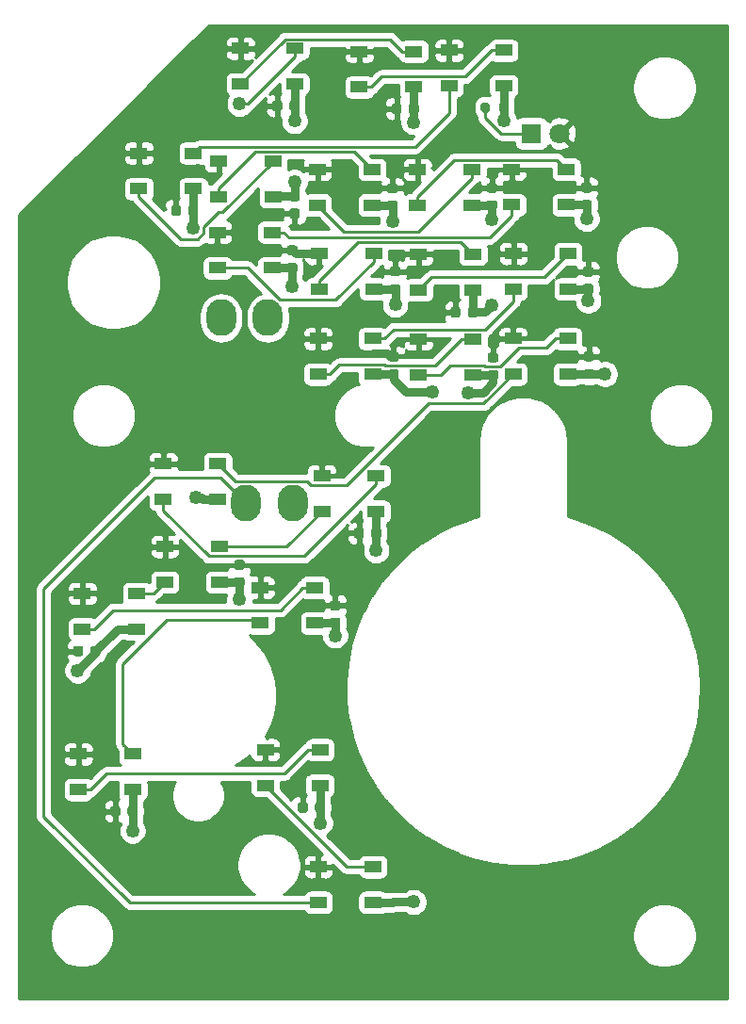
<source format=gbr>
%TF.GenerationSoftware,KiCad,Pcbnew,(5.1.12-1-10_14)*%
%TF.CreationDate,2021-11-24T11:20:23+11:00*%
%TF.ProjectId,Landing Gear Panel PCB V2,4c616e64-696e-4672-9047-656172205061,rev?*%
%TF.SameCoordinates,Original*%
%TF.FileFunction,Copper,L1,Top*%
%TF.FilePolarity,Positive*%
%FSLAX46Y46*%
G04 Gerber Fmt 4.6, Leading zero omitted, Abs format (unit mm)*
G04 Created by KiCad (PCBNEW (5.1.12-1-10_14)) date 2021-11-24 11:20:23*
%MOMM*%
%LPD*%
G01*
G04 APERTURE LIST*
%TA.AperFunction,ComponentPad*%
%ADD10O,2.700000X3.300000*%
%TD*%
%TA.AperFunction,SMDPad,CuDef*%
%ADD11R,1.500000X1.000000*%
%TD*%
%TA.AperFunction,ComponentPad*%
%ADD12C,1.800000*%
%TD*%
%TA.AperFunction,ComponentPad*%
%ADD13R,1.800000X1.800000*%
%TD*%
%TA.AperFunction,ViaPad*%
%ADD14C,1.250000*%
%TD*%
%TA.AperFunction,Conductor*%
%ADD15C,0.250000*%
%TD*%
%TA.AperFunction,Conductor*%
%ADD16C,0.750000*%
%TD*%
%TA.AperFunction,Conductor*%
%ADD17C,0.254000*%
%TD*%
%TA.AperFunction,Conductor*%
%ADD18C,0.100000*%
%TD*%
G04 APERTURE END LIST*
D10*
%TO.P,J2,4*%
%TO.N,/DATAIN*%
X85450000Y-65500000D03*
%TO.P,J2,3*%
%TO.N,/LEDGND*%
X81250000Y-65500000D03*
%TO.P,J2,2*%
%TO.N,/LED+5V*%
X85450000Y-71000000D03*
%TO.P,J2,1*%
%TA.AperFunction,ComponentPad*%
G36*
G01*
X79900000Y-72399999D02*
X79900000Y-69600001D01*
G75*
G02*
X80150001Y-69350000I250001J0D01*
G01*
X82349999Y-69350000D01*
G75*
G02*
X82600000Y-69600001I0J-250001D01*
G01*
X82600000Y-72399999D01*
G75*
G02*
X82349999Y-72650000I-250001J0D01*
G01*
X80150001Y-72650000D01*
G75*
G02*
X79900000Y-72399999I0J250001D01*
G01*
G37*
%TD.AperFunction*%
%TD*%
%TO.P,J1,4*%
%TO.N,/DATAOUT*%
X83500000Y-82150000D03*
%TO.P,J1,3*%
%TO.N,/LEDGND*%
X87700000Y-82150000D03*
%TO.P,J1,2*%
%TO.N,/LED+5V*%
X83500000Y-76650000D03*
%TO.P,J1,1*%
%TA.AperFunction,ComponentPad*%
G36*
G01*
X89050000Y-75250001D02*
X89050000Y-78049999D01*
G75*
G02*
X88799999Y-78300000I-250001J0D01*
G01*
X86600001Y-78300000D01*
G75*
G02*
X86350000Y-78049999I0J250001D01*
G01*
X86350000Y-75250001D01*
G75*
G02*
X86600001Y-75000000I250001J0D01*
G01*
X88799999Y-75000000D01*
G75*
G02*
X89050000Y-75250001I0J-250001D01*
G01*
G37*
%TD.AperFunction*%
%TD*%
%TO.P,C21,2*%
%TO.N,/LEDGND*%
%TA.AperFunction,SMDPad,CuDef*%
G36*
G01*
X87393750Y-60562500D02*
X87906250Y-60562500D01*
G75*
G02*
X88125000Y-60781250I0J-218750D01*
G01*
X88125000Y-61218750D01*
G75*
G02*
X87906250Y-61437500I-218750J0D01*
G01*
X87393750Y-61437500D01*
G75*
G02*
X87175000Y-61218750I0J218750D01*
G01*
X87175000Y-60781250D01*
G75*
G02*
X87393750Y-60562500I218750J0D01*
G01*
G37*
%TD.AperFunction*%
%TO.P,C21,1*%
%TO.N,/LED+5V*%
%TA.AperFunction,SMDPad,CuDef*%
G36*
G01*
X87393750Y-58987500D02*
X87906250Y-58987500D01*
G75*
G02*
X88125000Y-59206250I0J-218750D01*
G01*
X88125000Y-59643750D01*
G75*
G02*
X87906250Y-59862500I-218750J0D01*
G01*
X87393750Y-59862500D01*
G75*
G02*
X87175000Y-59643750I0J218750D01*
G01*
X87175000Y-59206250D01*
G75*
G02*
X87393750Y-58987500I218750J0D01*
G01*
G37*
%TD.AperFunction*%
%TD*%
%TO.P,C20,2*%
%TO.N,/LEDGND*%
%TA.AperFunction,SMDPad,CuDef*%
G36*
G01*
X114043750Y-70112500D02*
X114556250Y-70112500D01*
G75*
G02*
X114775000Y-70331250I0J-218750D01*
G01*
X114775000Y-70768750D01*
G75*
G02*
X114556250Y-70987500I-218750J0D01*
G01*
X114043750Y-70987500D01*
G75*
G02*
X113825000Y-70768750I0J218750D01*
G01*
X113825000Y-70331250D01*
G75*
G02*
X114043750Y-70112500I218750J0D01*
G01*
G37*
%TD.AperFunction*%
%TO.P,C20,1*%
%TO.N,/LED+5V*%
%TA.AperFunction,SMDPad,CuDef*%
G36*
G01*
X114043750Y-68537500D02*
X114556250Y-68537500D01*
G75*
G02*
X114775000Y-68756250I0J-218750D01*
G01*
X114775000Y-69193750D01*
G75*
G02*
X114556250Y-69412500I-218750J0D01*
G01*
X114043750Y-69412500D01*
G75*
G02*
X113825000Y-69193750I0J218750D01*
G01*
X113825000Y-68756250D01*
G75*
G02*
X114043750Y-68537500I218750J0D01*
G01*
G37*
%TD.AperFunction*%
%TD*%
%TO.P,C19,2*%
%TO.N,/LEDGND*%
%TA.AperFunction,SMDPad,CuDef*%
G36*
G01*
X105443750Y-70212500D02*
X105956250Y-70212500D01*
G75*
G02*
X106175000Y-70431250I0J-218750D01*
G01*
X106175000Y-70868750D01*
G75*
G02*
X105956250Y-71087500I-218750J0D01*
G01*
X105443750Y-71087500D01*
G75*
G02*
X105225000Y-70868750I0J218750D01*
G01*
X105225000Y-70431250D01*
G75*
G02*
X105443750Y-70212500I218750J0D01*
G01*
G37*
%TD.AperFunction*%
%TO.P,C19,1*%
%TO.N,/LED+5V*%
%TA.AperFunction,SMDPad,CuDef*%
G36*
G01*
X105443750Y-68637500D02*
X105956250Y-68637500D01*
G75*
G02*
X106175000Y-68856250I0J-218750D01*
G01*
X106175000Y-69293750D01*
G75*
G02*
X105956250Y-69512500I-218750J0D01*
G01*
X105443750Y-69512500D01*
G75*
G02*
X105225000Y-69293750I0J218750D01*
G01*
X105225000Y-68856250D01*
G75*
G02*
X105443750Y-68637500I218750J0D01*
G01*
G37*
%TD.AperFunction*%
%TD*%
%TO.P,C18,2*%
%TO.N,/LEDGND*%
%TA.AperFunction,SMDPad,CuDef*%
G36*
G01*
X96493750Y-70137500D02*
X97006250Y-70137500D01*
G75*
G02*
X97225000Y-70356250I0J-218750D01*
G01*
X97225000Y-70793750D01*
G75*
G02*
X97006250Y-71012500I-218750J0D01*
G01*
X96493750Y-71012500D01*
G75*
G02*
X96275000Y-70793750I0J218750D01*
G01*
X96275000Y-70356250D01*
G75*
G02*
X96493750Y-70137500I218750J0D01*
G01*
G37*
%TD.AperFunction*%
%TO.P,C18,1*%
%TO.N,/LED+5V*%
%TA.AperFunction,SMDPad,CuDef*%
G36*
G01*
X96493750Y-68562500D02*
X97006250Y-68562500D01*
G75*
G02*
X97225000Y-68781250I0J-218750D01*
G01*
X97225000Y-69218750D01*
G75*
G02*
X97006250Y-69437500I-218750J0D01*
G01*
X96493750Y-69437500D01*
G75*
G02*
X96275000Y-69218750I0J218750D01*
G01*
X96275000Y-68781250D01*
G75*
G02*
X96493750Y-68562500I218750J0D01*
G01*
G37*
%TD.AperFunction*%
%TD*%
%TO.P,C7,2*%
%TO.N,/LEDGND*%
%TA.AperFunction,SMDPad,CuDef*%
G36*
G01*
X96643750Y-62462500D02*
X97156250Y-62462500D01*
G75*
G02*
X97375000Y-62681250I0J-218750D01*
G01*
X97375000Y-63118750D01*
G75*
G02*
X97156250Y-63337500I-218750J0D01*
G01*
X96643750Y-63337500D01*
G75*
G02*
X96425000Y-63118750I0J218750D01*
G01*
X96425000Y-62681250D01*
G75*
G02*
X96643750Y-62462500I218750J0D01*
G01*
G37*
%TD.AperFunction*%
%TO.P,C7,1*%
%TO.N,/LED+5V*%
%TA.AperFunction,SMDPad,CuDef*%
G36*
G01*
X96643750Y-60887500D02*
X97156250Y-60887500D01*
G75*
G02*
X97375000Y-61106250I0J-218750D01*
G01*
X97375000Y-61543750D01*
G75*
G02*
X97156250Y-61762500I-218750J0D01*
G01*
X96643750Y-61762500D01*
G75*
G02*
X96425000Y-61543750I0J218750D01*
G01*
X96425000Y-61106250D01*
G75*
G02*
X96643750Y-60887500I218750J0D01*
G01*
G37*
%TD.AperFunction*%
%TD*%
D11*
%TO.P,D6,1*%
%TO.N,/LED+5V*%
X89916000Y-52171600D03*
%TO.P,D6,2*%
%TO.N,Net-(D6-Pad2)*%
X89916000Y-55371600D03*
%TO.P,D6,4*%
%TO.N,Net-(D5-Pad2)*%
X94816000Y-52171600D03*
%TO.P,D6,3*%
%TO.N,/LEDGND*%
X94816000Y-55371600D03*
%TD*%
%TO.P,C11,2*%
%TO.N,/LEDGND*%
%TA.AperFunction,SMDPad,CuDef*%
G36*
G01*
X82650000Y-88800000D02*
X83150000Y-88800000D01*
G75*
G02*
X83375000Y-89025000I0J-225000D01*
G01*
X83375000Y-89475000D01*
G75*
G02*
X83150000Y-89700000I-225000J0D01*
G01*
X82650000Y-89700000D01*
G75*
G02*
X82425000Y-89475000I0J225000D01*
G01*
X82425000Y-89025000D01*
G75*
G02*
X82650000Y-88800000I225000J0D01*
G01*
G37*
%TD.AperFunction*%
%TO.P,C11,1*%
%TO.N,/LED+5V*%
%TA.AperFunction,SMDPad,CuDef*%
G36*
G01*
X82650000Y-87250000D02*
X83150000Y-87250000D01*
G75*
G02*
X83375000Y-87475000I0J-225000D01*
G01*
X83375000Y-87925000D01*
G75*
G02*
X83150000Y-88150000I-225000J0D01*
G01*
X82650000Y-88150000D01*
G75*
G02*
X82425000Y-87925000I0J225000D01*
G01*
X82425000Y-87475000D01*
G75*
G02*
X82650000Y-87250000I225000J0D01*
G01*
G37*
%TD.AperFunction*%
%TD*%
%TO.P,R1,2*%
%TO.N,/LEDGND*%
%TA.AperFunction,SMDPad,CuDef*%
G36*
G01*
X106250000Y-46875000D02*
X106250000Y-46325000D01*
G75*
G02*
X106450000Y-46125000I200000J0D01*
G01*
X106850000Y-46125000D01*
G75*
G02*
X107050000Y-46325000I0J-200000D01*
G01*
X107050000Y-46875000D01*
G75*
G02*
X106850000Y-47075000I-200000J0D01*
G01*
X106450000Y-47075000D01*
G75*
G02*
X106250000Y-46875000I0J200000D01*
G01*
G37*
%TD.AperFunction*%
%TO.P,R1,1*%
%TO.N,Net-(D24-Pad1)*%
%TA.AperFunction,SMDPad,CuDef*%
G36*
G01*
X104600000Y-46875000D02*
X104600000Y-46325000D01*
G75*
G02*
X104800000Y-46125000I200000J0D01*
G01*
X105200000Y-46125000D01*
G75*
G02*
X105400000Y-46325000I0J-200000D01*
G01*
X105400000Y-46875000D01*
G75*
G02*
X105200000Y-47075000I-200000J0D01*
G01*
X104800000Y-47075000D01*
G75*
G02*
X104600000Y-46875000I0J200000D01*
G01*
G37*
%TD.AperFunction*%
%TD*%
%TO.P,C17,2*%
%TO.N,/LEDGND*%
%TA.AperFunction,SMDPad,CuDef*%
G36*
G01*
X91250000Y-92450000D02*
X91750000Y-92450000D01*
G75*
G02*
X91975000Y-92675000I0J-225000D01*
G01*
X91975000Y-93125000D01*
G75*
G02*
X91750000Y-93350000I-225000J0D01*
G01*
X91250000Y-93350000D01*
G75*
G02*
X91025000Y-93125000I0J225000D01*
G01*
X91025000Y-92675000D01*
G75*
G02*
X91250000Y-92450000I225000J0D01*
G01*
G37*
%TD.AperFunction*%
%TO.P,C17,1*%
%TO.N,/LED+5V*%
%TA.AperFunction,SMDPad,CuDef*%
G36*
G01*
X91250000Y-90900000D02*
X91750000Y-90900000D01*
G75*
G02*
X91975000Y-91125000I0J-225000D01*
G01*
X91975000Y-91575000D01*
G75*
G02*
X91750000Y-91800000I-225000J0D01*
G01*
X91250000Y-91800000D01*
G75*
G02*
X91025000Y-91575000I0J225000D01*
G01*
X91025000Y-91125000D01*
G75*
G02*
X91250000Y-90900000I225000J0D01*
G01*
G37*
%TD.AperFunction*%
%TD*%
%TO.P,C16,2*%
%TO.N,/LEDGND*%
%TA.AperFunction,SMDPad,CuDef*%
G36*
G01*
X94750000Y-85100000D02*
X94750000Y-84600000D01*
G75*
G02*
X94975000Y-84375000I225000J0D01*
G01*
X95425000Y-84375000D01*
G75*
G02*
X95650000Y-84600000I0J-225000D01*
G01*
X95650000Y-85100000D01*
G75*
G02*
X95425000Y-85325000I-225000J0D01*
G01*
X94975000Y-85325000D01*
G75*
G02*
X94750000Y-85100000I0J225000D01*
G01*
G37*
%TD.AperFunction*%
%TO.P,C16,1*%
%TO.N,/LED+5V*%
%TA.AperFunction,SMDPad,CuDef*%
G36*
G01*
X93200000Y-85100000D02*
X93200000Y-84600000D01*
G75*
G02*
X93425000Y-84375000I225000J0D01*
G01*
X93875000Y-84375000D01*
G75*
G02*
X94100000Y-84600000I0J-225000D01*
G01*
X94100000Y-85100000D01*
G75*
G02*
X93875000Y-85325000I-225000J0D01*
G01*
X93425000Y-85325000D01*
G75*
G02*
X93200000Y-85100000I0J225000D01*
G01*
G37*
%TD.AperFunction*%
%TD*%
%TO.P,C15,2*%
%TO.N,/LEDGND*%
%TA.AperFunction,SMDPad,CuDef*%
G36*
G01*
X89700000Y-109750000D02*
X89700000Y-109250000D01*
G75*
G02*
X89925000Y-109025000I225000J0D01*
G01*
X90375000Y-109025000D01*
G75*
G02*
X90600000Y-109250000I0J-225000D01*
G01*
X90600000Y-109750000D01*
G75*
G02*
X90375000Y-109975000I-225000J0D01*
G01*
X89925000Y-109975000D01*
G75*
G02*
X89700000Y-109750000I0J225000D01*
G01*
G37*
%TD.AperFunction*%
%TO.P,C15,1*%
%TO.N,/LED+5V*%
%TA.AperFunction,SMDPad,CuDef*%
G36*
G01*
X88150000Y-109750000D02*
X88150000Y-109250000D01*
G75*
G02*
X88375000Y-109025000I225000J0D01*
G01*
X88825000Y-109025000D01*
G75*
G02*
X89050000Y-109250000I0J-225000D01*
G01*
X89050000Y-109750000D01*
G75*
G02*
X88825000Y-109975000I-225000J0D01*
G01*
X88375000Y-109975000D01*
G75*
G02*
X88150000Y-109750000I0J225000D01*
G01*
G37*
%TD.AperFunction*%
%TD*%
%TO.P,C14,2*%
%TO.N,/LEDGND*%
%TA.AperFunction,SMDPad,CuDef*%
G36*
G01*
X72850000Y-110100000D02*
X72850000Y-109600000D01*
G75*
G02*
X73075000Y-109375000I225000J0D01*
G01*
X73525000Y-109375000D01*
G75*
G02*
X73750000Y-109600000I0J-225000D01*
G01*
X73750000Y-110100000D01*
G75*
G02*
X73525000Y-110325000I-225000J0D01*
G01*
X73075000Y-110325000D01*
G75*
G02*
X72850000Y-110100000I0J225000D01*
G01*
G37*
%TD.AperFunction*%
%TO.P,C14,1*%
%TO.N,/LED+5V*%
%TA.AperFunction,SMDPad,CuDef*%
G36*
G01*
X71300000Y-110100000D02*
X71300000Y-109600000D01*
G75*
G02*
X71525000Y-109375000I225000J0D01*
G01*
X71975000Y-109375000D01*
G75*
G02*
X72200000Y-109600000I0J-225000D01*
G01*
X72200000Y-110100000D01*
G75*
G02*
X71975000Y-110325000I-225000J0D01*
G01*
X71525000Y-110325000D01*
G75*
G02*
X71300000Y-110100000I0J225000D01*
G01*
G37*
%TD.AperFunction*%
%TD*%
%TO.P,C13,2*%
%TO.N,/LEDGND*%
%TA.AperFunction,SMDPad,CuDef*%
G36*
G01*
X69500000Y-95700000D02*
X69500000Y-95200000D01*
G75*
G02*
X69725000Y-94975000I225000J0D01*
G01*
X70175000Y-94975000D01*
G75*
G02*
X70400000Y-95200000I0J-225000D01*
G01*
X70400000Y-95700000D01*
G75*
G02*
X70175000Y-95925000I-225000J0D01*
G01*
X69725000Y-95925000D01*
G75*
G02*
X69500000Y-95700000I0J225000D01*
G01*
G37*
%TD.AperFunction*%
%TO.P,C13,1*%
%TO.N,/LED+5V*%
%TA.AperFunction,SMDPad,CuDef*%
G36*
G01*
X67950000Y-95700000D02*
X67950000Y-95200000D01*
G75*
G02*
X68175000Y-94975000I225000J0D01*
G01*
X68625000Y-94975000D01*
G75*
G02*
X68850000Y-95200000I0J-225000D01*
G01*
X68850000Y-95700000D01*
G75*
G02*
X68625000Y-95925000I-225000J0D01*
G01*
X68175000Y-95925000D01*
G75*
G02*
X67950000Y-95700000I0J225000D01*
G01*
G37*
%TD.AperFunction*%
%TD*%
%TO.P,C12,2*%
%TO.N,/LEDGND*%
%TA.AperFunction,SMDPad,CuDef*%
G36*
G01*
X96400000Y-54950000D02*
X96900000Y-54950000D01*
G75*
G02*
X97125000Y-55175000I0J-225000D01*
G01*
X97125000Y-55625000D01*
G75*
G02*
X96900000Y-55850000I-225000J0D01*
G01*
X96400000Y-55850000D01*
G75*
G02*
X96175000Y-55625000I0J225000D01*
G01*
X96175000Y-55175000D01*
G75*
G02*
X96400000Y-54950000I225000J0D01*
G01*
G37*
%TD.AperFunction*%
%TO.P,C12,1*%
%TO.N,/LED+5V*%
%TA.AperFunction,SMDPad,CuDef*%
G36*
G01*
X96400000Y-53400000D02*
X96900000Y-53400000D01*
G75*
G02*
X97125000Y-53625000I0J-225000D01*
G01*
X97125000Y-54075000D01*
G75*
G02*
X96900000Y-54300000I-225000J0D01*
G01*
X96400000Y-54300000D01*
G75*
G02*
X96175000Y-54075000I0J225000D01*
G01*
X96175000Y-53625000D01*
G75*
G02*
X96400000Y-53400000I225000J0D01*
G01*
G37*
%TD.AperFunction*%
%TD*%
%TO.P,C10,2*%
%TO.N,/LEDGND*%
%TA.AperFunction,SMDPad,CuDef*%
G36*
G01*
X88100000Y-55025000D02*
X87600000Y-55025000D01*
G75*
G02*
X87375000Y-54800000I0J225000D01*
G01*
X87375000Y-54350000D01*
G75*
G02*
X87600000Y-54125000I225000J0D01*
G01*
X88100000Y-54125000D01*
G75*
G02*
X88325000Y-54350000I0J-225000D01*
G01*
X88325000Y-54800000D01*
G75*
G02*
X88100000Y-55025000I-225000J0D01*
G01*
G37*
%TD.AperFunction*%
%TO.P,C10,1*%
%TO.N,/LED+5V*%
%TA.AperFunction,SMDPad,CuDef*%
G36*
G01*
X88100000Y-56575000D02*
X87600000Y-56575000D01*
G75*
G02*
X87375000Y-56350000I0J225000D01*
G01*
X87375000Y-55900000D01*
G75*
G02*
X87600000Y-55675000I225000J0D01*
G01*
X88100000Y-55675000D01*
G75*
G02*
X88325000Y-55900000I0J-225000D01*
G01*
X88325000Y-56350000D01*
G75*
G02*
X88100000Y-56575000I-225000J0D01*
G01*
G37*
%TD.AperFunction*%
%TD*%
%TO.P,C9,2*%
%TO.N,/LEDGND*%
%TA.AperFunction,SMDPad,CuDef*%
G36*
G01*
X78300000Y-56100000D02*
X78300000Y-55600000D01*
G75*
G02*
X78525000Y-55375000I225000J0D01*
G01*
X78975000Y-55375000D01*
G75*
G02*
X79200000Y-55600000I0J-225000D01*
G01*
X79200000Y-56100000D01*
G75*
G02*
X78975000Y-56325000I-225000J0D01*
G01*
X78525000Y-56325000D01*
G75*
G02*
X78300000Y-56100000I0J225000D01*
G01*
G37*
%TD.AperFunction*%
%TO.P,C9,1*%
%TO.N,/LED+5V*%
%TA.AperFunction,SMDPad,CuDef*%
G36*
G01*
X76750000Y-56100000D02*
X76750000Y-55600000D01*
G75*
G02*
X76975000Y-55375000I225000J0D01*
G01*
X77425000Y-55375000D01*
G75*
G02*
X77650000Y-55600000I0J-225000D01*
G01*
X77650000Y-56100000D01*
G75*
G02*
X77425000Y-56325000I-225000J0D01*
G01*
X76975000Y-56325000D01*
G75*
G02*
X76750000Y-56100000I0J225000D01*
G01*
G37*
%TD.AperFunction*%
%TD*%
%TO.P,C8,2*%
%TO.N,/LEDGND*%
%TA.AperFunction,SMDPad,CuDef*%
G36*
G01*
X105350000Y-54925000D02*
X105850000Y-54925000D01*
G75*
G02*
X106075000Y-55150000I0J-225000D01*
G01*
X106075000Y-55600000D01*
G75*
G02*
X105850000Y-55825000I-225000J0D01*
G01*
X105350000Y-55825000D01*
G75*
G02*
X105125000Y-55600000I0J225000D01*
G01*
X105125000Y-55150000D01*
G75*
G02*
X105350000Y-54925000I225000J0D01*
G01*
G37*
%TD.AperFunction*%
%TO.P,C8,1*%
%TO.N,/LED+5V*%
%TA.AperFunction,SMDPad,CuDef*%
G36*
G01*
X105350000Y-53375000D02*
X105850000Y-53375000D01*
G75*
G02*
X106075000Y-53600000I0J-225000D01*
G01*
X106075000Y-54050000D01*
G75*
G02*
X105850000Y-54275000I-225000J0D01*
G01*
X105350000Y-54275000D01*
G75*
G02*
X105125000Y-54050000I0J225000D01*
G01*
X105125000Y-53600000D01*
G75*
G02*
X105350000Y-53375000I225000J0D01*
G01*
G37*
%TD.AperFunction*%
%TD*%
%TO.P,C6,2*%
%TO.N,/LEDGND*%
%TA.AperFunction,SMDPad,CuDef*%
G36*
G01*
X103425000Y-65250000D02*
X103425000Y-64750000D01*
G75*
G02*
X103650000Y-64525000I225000J0D01*
G01*
X104100000Y-64525000D01*
G75*
G02*
X104325000Y-64750000I0J-225000D01*
G01*
X104325000Y-65250000D01*
G75*
G02*
X104100000Y-65475000I-225000J0D01*
G01*
X103650000Y-65475000D01*
G75*
G02*
X103425000Y-65250000I0J225000D01*
G01*
G37*
%TD.AperFunction*%
%TO.P,C6,1*%
%TO.N,/LED+5V*%
%TA.AperFunction,SMDPad,CuDef*%
G36*
G01*
X101875000Y-65250000D02*
X101875000Y-64750000D01*
G75*
G02*
X102100000Y-64525000I225000J0D01*
G01*
X102550000Y-64525000D01*
G75*
G02*
X102775000Y-64750000I0J-225000D01*
G01*
X102775000Y-65250000D01*
G75*
G02*
X102550000Y-65475000I-225000J0D01*
G01*
X102100000Y-65475000D01*
G75*
G02*
X101875000Y-65250000I0J225000D01*
G01*
G37*
%TD.AperFunction*%
%TD*%
%TO.P,C5,2*%
%TO.N,/LEDGND*%
%TA.AperFunction,SMDPad,CuDef*%
G36*
G01*
X113850000Y-54900000D02*
X114350000Y-54900000D01*
G75*
G02*
X114575000Y-55125000I0J-225000D01*
G01*
X114575000Y-55575000D01*
G75*
G02*
X114350000Y-55800000I-225000J0D01*
G01*
X113850000Y-55800000D01*
G75*
G02*
X113625000Y-55575000I0J225000D01*
G01*
X113625000Y-55125000D01*
G75*
G02*
X113850000Y-54900000I225000J0D01*
G01*
G37*
%TD.AperFunction*%
%TO.P,C5,1*%
%TO.N,/LED+5V*%
%TA.AperFunction,SMDPad,CuDef*%
G36*
G01*
X113850000Y-53350000D02*
X114350000Y-53350000D01*
G75*
G02*
X114575000Y-53575000I0J-225000D01*
G01*
X114575000Y-54025000D01*
G75*
G02*
X114350000Y-54250000I-225000J0D01*
G01*
X113850000Y-54250000D01*
G75*
G02*
X113625000Y-54025000I0J225000D01*
G01*
X113625000Y-53575000D01*
G75*
G02*
X113850000Y-53350000I225000J0D01*
G01*
G37*
%TD.AperFunction*%
%TD*%
%TO.P,C4,2*%
%TO.N,/LEDGND*%
%TA.AperFunction,SMDPad,CuDef*%
G36*
G01*
X114000000Y-62450000D02*
X114500000Y-62450000D01*
G75*
G02*
X114725000Y-62675000I0J-225000D01*
G01*
X114725000Y-63125000D01*
G75*
G02*
X114500000Y-63350000I-225000J0D01*
G01*
X114000000Y-63350000D01*
G75*
G02*
X113775000Y-63125000I0J225000D01*
G01*
X113775000Y-62675000D01*
G75*
G02*
X114000000Y-62450000I225000J0D01*
G01*
G37*
%TD.AperFunction*%
%TO.P,C4,1*%
%TO.N,/LED+5V*%
%TA.AperFunction,SMDPad,CuDef*%
G36*
G01*
X114000000Y-60900000D02*
X114500000Y-60900000D01*
G75*
G02*
X114725000Y-61125000I0J-225000D01*
G01*
X114725000Y-61575000D01*
G75*
G02*
X114500000Y-61800000I-225000J0D01*
G01*
X114000000Y-61800000D01*
G75*
G02*
X113775000Y-61575000I0J225000D01*
G01*
X113775000Y-61125000D01*
G75*
G02*
X114000000Y-60900000I225000J0D01*
G01*
G37*
%TD.AperFunction*%
%TD*%
%TO.P,C3,2*%
%TO.N,/LEDGND*%
%TA.AperFunction,SMDPad,CuDef*%
G36*
G01*
X98125000Y-46950000D02*
X98125000Y-46450000D01*
G75*
G02*
X98350000Y-46225000I225000J0D01*
G01*
X98800000Y-46225000D01*
G75*
G02*
X99025000Y-46450000I0J-225000D01*
G01*
X99025000Y-46950000D01*
G75*
G02*
X98800000Y-47175000I-225000J0D01*
G01*
X98350000Y-47175000D01*
G75*
G02*
X98125000Y-46950000I0J225000D01*
G01*
G37*
%TD.AperFunction*%
%TO.P,C3,1*%
%TO.N,/LED+5V*%
%TA.AperFunction,SMDPad,CuDef*%
G36*
G01*
X96575000Y-46950000D02*
X96575000Y-46450000D01*
G75*
G02*
X96800000Y-46225000I225000J0D01*
G01*
X97250000Y-46225000D01*
G75*
G02*
X97475000Y-46450000I0J-225000D01*
G01*
X97475000Y-46950000D01*
G75*
G02*
X97250000Y-47175000I-225000J0D01*
G01*
X96800000Y-47175000D01*
G75*
G02*
X96575000Y-46950000I0J225000D01*
G01*
G37*
%TD.AperFunction*%
%TD*%
%TO.P,C2,2*%
%TO.N,/LEDGND*%
%TA.AperFunction,SMDPad,CuDef*%
G36*
G01*
X87400000Y-46700000D02*
X87400000Y-46200000D01*
G75*
G02*
X87625000Y-45975000I225000J0D01*
G01*
X88075000Y-45975000D01*
G75*
G02*
X88300000Y-46200000I0J-225000D01*
G01*
X88300000Y-46700000D01*
G75*
G02*
X88075000Y-46925000I-225000J0D01*
G01*
X87625000Y-46925000D01*
G75*
G02*
X87400000Y-46700000I0J225000D01*
G01*
G37*
%TD.AperFunction*%
%TO.P,C2,1*%
%TO.N,/LED+5V*%
%TA.AperFunction,SMDPad,CuDef*%
G36*
G01*
X85850000Y-46700000D02*
X85850000Y-46200000D01*
G75*
G02*
X86075000Y-45975000I225000J0D01*
G01*
X86525000Y-45975000D01*
G75*
G02*
X86750000Y-46200000I0J-225000D01*
G01*
X86750000Y-46700000D01*
G75*
G02*
X86525000Y-46925000I-225000J0D01*
G01*
X86075000Y-46925000D01*
G75*
G02*
X85850000Y-46700000I0J225000D01*
G01*
G37*
%TD.AperFunction*%
%TD*%
D12*
%TO.P,D24,2*%
%TO.N,/LED+5V*%
X111684000Y-48920400D03*
D13*
%TO.P,D24,1*%
%TO.N,Net-(D24-Pad1)*%
X109144000Y-48920400D03*
%TD*%
D11*
%TO.P,D16,1*%
%TO.N,/LED+5V*%
X76050000Y-78600000D03*
%TO.P,D16,2*%
%TO.N,Net-(D16-Pad2)*%
X76050000Y-81800000D03*
%TO.P,D16,4*%
%TO.N,Net-(D15-Pad2)*%
X80950000Y-78600000D03*
%TO.P,D16,3*%
%TO.N,/LEDGND*%
X80950000Y-81800000D03*
%TD*%
%TO.P,D23,1*%
%TO.N,/LED+5V*%
X89994400Y-114834000D03*
%TO.P,D23,2*%
%TO.N,/DATAOUT*%
X89994400Y-118034000D03*
%TO.P,D23,4*%
%TO.N,Net-(D22-Pad2)*%
X94894400Y-114834000D03*
%TO.P,D23,3*%
%TO.N,/LEDGND*%
X94894400Y-118034000D03*
%TD*%
%TO.P,D22,1*%
%TO.N,/LED+5V*%
X85230800Y-104318000D03*
%TO.P,D22,2*%
%TO.N,Net-(D22-Pad2)*%
X85230800Y-107518000D03*
%TO.P,D22,4*%
%TO.N,Net-(D21-Pad2)*%
X90130800Y-104318000D03*
%TO.P,D22,3*%
%TO.N,/LEDGND*%
X90130800Y-107518000D03*
%TD*%
%TO.P,D21,1*%
%TO.N,/LED+5V*%
X68427600Y-104699000D03*
%TO.P,D21,2*%
%TO.N,Net-(D21-Pad2)*%
X68427600Y-107899000D03*
%TO.P,D21,4*%
%TO.N,Net-(D20-Pad2)*%
X73327600Y-104699000D03*
%TO.P,D21,3*%
%TO.N,/LEDGND*%
X73327600Y-107899000D03*
%TD*%
%TO.P,D20,1*%
%TO.N,/LED+5V*%
X84773600Y-89738400D03*
%TO.P,D20,2*%
%TO.N,Net-(D20-Pad2)*%
X84773600Y-92938400D03*
%TO.P,D20,4*%
%TO.N,Net-(D19-Pad2)*%
X89673600Y-89738400D03*
%TO.P,D20,3*%
%TO.N,/LEDGND*%
X89673600Y-92938400D03*
%TD*%
%TO.P,D19,1*%
%TO.N,/LED+5V*%
X68783200Y-90271600D03*
%TO.P,D19,2*%
%TO.N,Net-(D19-Pad2)*%
X68783200Y-93471600D03*
%TO.P,D19,4*%
%TO.N,Net-(D18-Pad2)*%
X73683200Y-90271600D03*
%TO.P,D19,3*%
%TO.N,/LEDGND*%
X73683200Y-93471600D03*
%TD*%
%TO.P,D18,1*%
%TO.N,/LED+5V*%
X76200000Y-86055200D03*
%TO.P,D18,2*%
%TO.N,Net-(D18-Pad2)*%
X76200000Y-89255200D03*
%TO.P,D18,4*%
%TO.N,Net-(D17-Pad2)*%
X81100000Y-86055200D03*
%TO.P,D18,3*%
%TO.N,/LEDGND*%
X81100000Y-89255200D03*
%TD*%
%TO.P,D17,1*%
%TO.N,/LED+5V*%
X90300000Y-79700000D03*
%TO.P,D17,2*%
%TO.N,Net-(D17-Pad2)*%
X90300000Y-82900000D03*
%TO.P,D17,4*%
%TO.N,Net-(D16-Pad2)*%
X95200000Y-79700000D03*
%TO.P,D17,3*%
%TO.N,/LEDGND*%
X95200000Y-82900000D03*
%TD*%
%TO.P,D15,1*%
%TO.N,/LED+5V*%
X107493000Y-67360800D03*
%TO.P,D15,2*%
%TO.N,Net-(D15-Pad2)*%
X107493000Y-70560800D03*
%TO.P,D15,4*%
%TO.N,Net-(D14-Pad2)*%
X112393000Y-67360800D03*
%TO.P,D15,3*%
%TO.N,/LEDGND*%
X112393000Y-70560800D03*
%TD*%
%TO.P,D14,1*%
%TO.N,/LED+5V*%
X99009000Y-67411600D03*
%TO.P,D14,2*%
%TO.N,Net-(D14-Pad2)*%
X99009000Y-70611600D03*
%TO.P,D14,4*%
%TO.N,Net-(D13-Pad2)*%
X103909000Y-67411600D03*
%TO.P,D14,3*%
%TO.N,/LEDGND*%
X103909000Y-70611600D03*
%TD*%
%TO.P,D13,1*%
%TO.N,/LED+5V*%
X89966800Y-67360800D03*
%TO.P,D13,2*%
%TO.N,Net-(D13-Pad2)*%
X89966800Y-70560800D03*
%TO.P,D13,4*%
%TO.N,Net-(D12-Pad2)*%
X94866800Y-67360800D03*
%TO.P,D13,3*%
%TO.N,/LEDGND*%
X94866800Y-70560800D03*
%TD*%
%TO.P,D12,1*%
%TO.N,/LED+5V*%
X107532000Y-59715600D03*
%TO.P,D12,2*%
%TO.N,Net-(D12-Pad2)*%
X107532000Y-62915600D03*
%TO.P,D12,4*%
%TO.N,Net-(D11-Pad2)*%
X112432000Y-59715600D03*
%TO.P,D12,3*%
%TO.N,/LEDGND*%
X112432000Y-62915600D03*
%TD*%
%TO.P,D11,1*%
%TO.N,/LED+5V*%
X99009000Y-59791600D03*
%TO.P,D11,2*%
%TO.N,Net-(D11-Pad2)*%
X99009000Y-62991600D03*
%TO.P,D11,4*%
%TO.N,Net-(D10-Pad2)*%
X103909000Y-59791600D03*
%TO.P,D11,3*%
%TO.N,/LEDGND*%
X103909000Y-62991600D03*
%TD*%
%TO.P,D10,1*%
%TO.N,/LED+5V*%
X90056800Y-59715600D03*
%TO.P,D10,2*%
%TO.N,Net-(D10-Pad2)*%
X90056800Y-62915600D03*
%TO.P,D10,4*%
%TO.N,Net-(D10-Pad4)*%
X94956800Y-59715600D03*
%TO.P,D10,3*%
%TO.N,/LEDGND*%
X94956800Y-62915600D03*
%TD*%
%TO.P,D9,1*%
%TO.N,/LED+5V*%
X80924400Y-57810400D03*
%TO.P,D9,2*%
%TO.N,Net-(D10-Pad4)*%
X80924400Y-61010400D03*
%TO.P,D9,4*%
%TO.N,Net-(D8-Pad2)*%
X85824400Y-57810400D03*
%TO.P,D9,3*%
%TO.N,/LEDGND*%
X85824400Y-61010400D03*
%TD*%
%TO.P,D8,1*%
%TO.N,/LED+5V*%
X107380000Y-52146400D03*
%TO.P,D8,2*%
%TO.N,Net-(D8-Pad2)*%
X107380000Y-55346400D03*
%TO.P,D8,4*%
%TO.N,Net-(D7-Pad2)*%
X112280000Y-52146400D03*
%TO.P,D8,3*%
%TO.N,/LEDGND*%
X112280000Y-55346400D03*
%TD*%
%TO.P,D7,1*%
%TO.N,/LED+5V*%
X98908000Y-52171600D03*
%TO.P,D7,2*%
%TO.N,Net-(D7-Pad2)*%
X98908000Y-55371600D03*
%TO.P,D7,4*%
%TO.N,Net-(D6-Pad2)*%
X103808000Y-52171600D03*
%TO.P,D7,3*%
%TO.N,/LEDGND*%
X103808000Y-55371600D03*
%TD*%
%TO.P,D5,1*%
%TO.N,/LED+5V*%
X81026000Y-51409600D03*
%TO.P,D5,2*%
%TO.N,Net-(D5-Pad2)*%
X81026000Y-54609600D03*
%TO.P,D5,4*%
%TO.N,Net-(D4-Pad2)*%
X85926000Y-51409600D03*
%TO.P,D5,3*%
%TO.N,/LEDGND*%
X85926000Y-54609600D03*
%TD*%
%TO.P,D4,1*%
%TO.N,/LED+5V*%
X73863200Y-50698400D03*
%TO.P,D4,2*%
%TO.N,Net-(D4-Pad2)*%
X73863200Y-53898400D03*
%TO.P,D4,4*%
%TO.N,Net-(D3-Pad2)*%
X78763200Y-50698400D03*
%TO.P,D4,3*%
%TO.N,/LEDGND*%
X78763200Y-53898400D03*
%TD*%
%TO.P,D3,1*%
%TO.N,/LED+5V*%
X101752000Y-41452800D03*
%TO.P,D3,2*%
%TO.N,Net-(D3-Pad2)*%
X101752000Y-44652800D03*
%TO.P,D3,4*%
%TO.N,Net-(D2-Pad2)*%
X106652000Y-41452800D03*
%TO.P,D3,3*%
%TO.N,/LEDGND*%
X106652000Y-44652800D03*
%TD*%
%TO.P,D2,1*%
%TO.N,/LED+5V*%
X93675200Y-41554400D03*
%TO.P,D2,2*%
%TO.N,Net-(D2-Pad2)*%
X93675200Y-44754400D03*
%TO.P,D2,4*%
%TO.N,Net-(D1-Pad2)*%
X98575200Y-41554400D03*
%TO.P,D2,3*%
%TO.N,/LEDGND*%
X98575200Y-44754400D03*
%TD*%
%TO.P,D1,1*%
%TO.N,/LED+5V*%
X82995600Y-41275200D03*
%TO.P,D1,2*%
%TO.N,Net-(D1-Pad2)*%
X82995600Y-44475200D03*
%TO.P,D1,4*%
%TO.N,/DATAIN*%
X87895600Y-41275200D03*
%TO.P,D1,3*%
%TO.N,/LEDGND*%
X87895600Y-44475200D03*
%TD*%
D14*
%TO.N,/LEDGND*%
X78967400Y-81665300D03*
X87650000Y-62700000D03*
X98550000Y-118000000D03*
X90150000Y-110900000D03*
X73300000Y-111600000D03*
X68350000Y-97200000D03*
X87850000Y-47800000D03*
X98550000Y-47900000D03*
X106650000Y-47800000D03*
X82900000Y-90800000D03*
X91500000Y-94050000D03*
X95200000Y-86400000D03*
X115750000Y-70550000D03*
X103450000Y-72250000D03*
X100250000Y-72150000D03*
X96900000Y-64300000D03*
X114250000Y-63950000D03*
X114100000Y-56600000D03*
X105600000Y-56700000D03*
X96650000Y-56800000D03*
X78750000Y-57450000D03*
X87850000Y-53300000D03*
X105600000Y-64350000D03*
%TO.N,/LED+5V*%
X79134500Y-52298400D03*
%TO.N,/DATAIN*%
X82919500Y-46269500D03*
%TD*%
D15*
%TO.N,Net-(D1-Pad2)*%
X97499900Y-41554400D02*
X98575200Y-41554400D01*
X96395300Y-40449800D02*
X97499900Y-41554400D01*
X87008500Y-40449800D02*
X96395300Y-40449800D01*
X82995600Y-44462700D02*
X87008500Y-40449800D01*
X82995600Y-44475200D02*
X82995600Y-44462700D01*
%TO.N,Net-(D2-Pad2)*%
X106652000Y-41452800D02*
X105576700Y-41452800D01*
X93675200Y-44754400D02*
X94750500Y-44754400D01*
X94750500Y-44754400D02*
X95677500Y-43827400D01*
X95677500Y-43827400D02*
X103202100Y-43827400D01*
X103202100Y-43827400D02*
X105576700Y-41452800D01*
%TO.N,Net-(D3-Pad2)*%
X79327011Y-50134589D02*
X78763200Y-50698400D01*
X98688013Y-50134589D02*
X79327011Y-50134589D01*
X101752000Y-47070602D02*
X98688013Y-50134589D01*
X101752000Y-44652800D02*
X101752000Y-47070602D01*
%TO.N,Net-(D4-Pad2)*%
X79140000Y-58410500D02*
X79700400Y-57850100D01*
X79700400Y-57850100D02*
X79700400Y-57309400D01*
X79700400Y-57309400D02*
X80987300Y-56022500D01*
X80987300Y-56022500D02*
X81378500Y-56022500D01*
X81378500Y-56022500D02*
X85926000Y-51475000D01*
X85926000Y-51475000D02*
X85926000Y-51409600D01*
X77625300Y-58410500D02*
X79140000Y-58410500D01*
X73863200Y-54648400D02*
X77625300Y-58410500D01*
X73863200Y-53898400D02*
X73863200Y-54648400D01*
%TO.N,Net-(D5-Pad2)*%
X93228999Y-50584599D02*
X94816000Y-52171600D01*
X84301001Y-50584599D02*
X93228999Y-50584599D01*
X81026000Y-53859600D02*
X84301001Y-50584599D01*
X81026000Y-54609600D02*
X81026000Y-53859600D01*
%TO.N,Net-(D6-Pad2)*%
X98979599Y-57750001D02*
X92294401Y-57750001D01*
X103808000Y-52921600D02*
X98979599Y-57750001D01*
X92294401Y-57750001D02*
X89916000Y-55371600D01*
X103808000Y-52171600D02*
X103808000Y-52921600D01*
%TO.N,Net-(D7-Pad2)*%
X111454999Y-51321399D02*
X112280000Y-52146400D01*
X102208201Y-51321399D02*
X111454999Y-51321399D01*
X98908000Y-54621600D02*
X102208201Y-51321399D01*
X98908000Y-55371600D02*
X98908000Y-54621600D01*
%TO.N,Net-(D8-Pad2)*%
X85824400Y-57810400D02*
X86899700Y-57810400D01*
X107380000Y-55346400D02*
X107380000Y-56282600D01*
X107380000Y-56282600D02*
X105414800Y-58247800D01*
X105414800Y-58247800D02*
X87337100Y-58247800D01*
X87337100Y-58247800D02*
X86899700Y-57810400D01*
%TO.N,Net-(D10-Pad4)*%
X83629221Y-61010400D02*
X80924400Y-61010400D01*
X86499821Y-63881000D02*
X83629221Y-61010400D01*
X91541400Y-63881000D02*
X86499821Y-63881000D01*
X94956800Y-60465600D02*
X91541400Y-63881000D01*
X94956800Y-59715600D02*
X94956800Y-60465600D01*
%TO.N,Net-(D10-Pad2)*%
X102815210Y-58697810D02*
X103909000Y-59791600D01*
X93524590Y-58697810D02*
X102815210Y-58697810D01*
X90056800Y-62165600D02*
X93524590Y-58697810D01*
X90056800Y-62915600D02*
X90056800Y-62165600D01*
%TO.N,Net-(D11-Pad2)*%
X112432000Y-59715600D02*
X110297600Y-61850000D01*
X100150600Y-61850000D02*
X99009000Y-62991600D01*
X110297600Y-61850000D02*
X100150600Y-61850000D01*
%TO.N,Net-(D12-Pad2)*%
X94866800Y-67360800D02*
X95942100Y-67360800D01*
X107532000Y-62915600D02*
X107532000Y-63989800D01*
X107532000Y-63989800D02*
X104986300Y-66535500D01*
X104986300Y-66535500D02*
X96767400Y-66535500D01*
X96767400Y-66535500D02*
X95942100Y-67360800D01*
%TO.N,Net-(D13-Pad2)*%
X103909000Y-67411600D02*
X102833700Y-67411600D01*
X89966800Y-70560800D02*
X91042100Y-70560800D01*
X91042100Y-70560800D02*
X91867500Y-69735400D01*
X91867500Y-69735400D02*
X95958500Y-69735400D01*
X95958500Y-69735400D02*
X96009300Y-69786200D01*
X96009300Y-69786200D02*
X100459100Y-69786200D01*
X100459100Y-69786200D02*
X102833700Y-67411600D01*
%TO.N,Net-(D14-Pad2)*%
X112393000Y-67360800D02*
X111317700Y-67360800D01*
X99009000Y-70611600D02*
X100980100Y-70611600D01*
X100980100Y-70611600D02*
X101829000Y-69762700D01*
X101829000Y-69762700D02*
X104909900Y-69762700D01*
X104909900Y-69762700D02*
X105009700Y-69862500D01*
X105009700Y-69862500D02*
X106374100Y-69862500D01*
X106374100Y-69862500D02*
X108050500Y-68186100D01*
X108050500Y-68186100D02*
X110492400Y-68186100D01*
X110492400Y-68186100D02*
X111317700Y-67360800D01*
%TO.N,Net-(D15-Pad2)*%
X104853799Y-73200001D02*
X107493000Y-70560800D01*
X99864997Y-73200001D02*
X104853799Y-73200001D01*
X92539997Y-80525001D02*
X99864997Y-73200001D01*
X89289999Y-80525001D02*
X92539997Y-80525001D01*
X88939988Y-80174990D02*
X89289999Y-80525001D01*
X82524990Y-80174990D02*
X88939988Y-80174990D01*
X80950000Y-78600000D02*
X82524990Y-80174990D01*
%TO.N,Net-(D16-Pad2)*%
X80134788Y-86924990D02*
X76050000Y-82840202D01*
X88725010Y-86924990D02*
X80134788Y-86924990D01*
X95200000Y-80450000D02*
X88725010Y-86924990D01*
X76050000Y-82840202D02*
X76050000Y-81800000D01*
X95200000Y-79700000D02*
X95200000Y-80450000D01*
%TO.N,Net-(D17-Pad2)*%
X81100000Y-86055200D02*
X82175300Y-86055200D01*
X90300000Y-82900000D02*
X87144800Y-86055200D01*
X87144800Y-86055200D02*
X82175300Y-86055200D01*
%TO.N,Net-(D18-Pad2)*%
X75183600Y-90271600D02*
X76200000Y-89255200D01*
X73683200Y-90271600D02*
X75183600Y-90271600D01*
%TO.N,Net-(D19-Pad2)*%
X89673600Y-89738400D02*
X88598300Y-89738400D01*
X68783200Y-93471600D02*
X69858500Y-93471600D01*
X69858500Y-93471600D02*
X71573400Y-91756700D01*
X71573400Y-91756700D02*
X86580000Y-91756700D01*
X86580000Y-91756700D02*
X88598300Y-89738400D01*
%TO.N,Net-(D20-Pad2)*%
X84501669Y-92666469D02*
X84773600Y-92938400D01*
X76385996Y-92666469D02*
X84501669Y-92666469D01*
X72419997Y-96632468D02*
X76385996Y-92666469D01*
X72419997Y-103791397D02*
X72419997Y-96632468D01*
X73327600Y-104699000D02*
X72419997Y-103791397D01*
%TO.N,Net-(D21-Pad2)*%
X90130800Y-104318000D02*
X89055500Y-104318000D01*
X68427600Y-107899000D02*
X69502900Y-107899000D01*
X69502900Y-107899000D02*
X70946400Y-106455500D01*
X70946400Y-106455500D02*
X86918000Y-106455500D01*
X86918000Y-106455500D02*
X89055500Y-104318000D01*
%TO.N,Net-(D22-Pad2)*%
X92546800Y-114834000D02*
X94894400Y-114834000D01*
X85230800Y-107518000D02*
X92546800Y-114834000D01*
D16*
%TO.N,/LEDGND*%
X80950000Y-81800000D02*
X79624700Y-81800000D01*
X78967400Y-81665300D02*
X79490000Y-81665300D01*
X79490000Y-81665300D02*
X79624700Y-81800000D01*
X96700000Y-118000000D02*
X96700000Y-117999500D01*
X96700000Y-118000000D02*
X98550000Y-118000000D01*
X94894400Y-118034000D02*
X96666000Y-118034000D01*
X96666000Y-118034000D02*
X96700000Y-118000000D01*
X95200000Y-84850000D02*
X95200000Y-86400000D01*
X95200000Y-82900000D02*
X95200000Y-84850000D01*
X98550000Y-47900000D02*
X98575000Y-47875000D01*
X98575000Y-46700000D02*
X98550000Y-47900000D01*
X95200000Y-86400000D02*
X95200000Y-86450000D01*
X87650000Y-61000000D02*
X87650000Y-62700000D01*
X85824400Y-61010400D02*
X87639600Y-61010400D01*
X87639600Y-61010400D02*
X87650000Y-61000000D01*
X90150000Y-109500000D02*
X90150000Y-110900000D01*
X90130800Y-107518000D02*
X90130800Y-109481000D01*
X90130800Y-109481000D02*
X90150000Y-109500000D01*
X73300000Y-109850000D02*
X73300000Y-111600000D01*
X73327600Y-107899000D02*
X73327600Y-109822000D01*
X73327600Y-109822000D02*
X73300000Y-109850000D01*
X69950000Y-95450000D02*
X69950000Y-95600000D01*
X69950000Y-95600000D02*
X68350000Y-97200000D01*
X73683200Y-93471600D02*
X71928400Y-93471600D01*
X71928400Y-93471600D02*
X69950000Y-95450000D01*
X87850000Y-46450000D02*
X87850000Y-47800000D01*
X87895600Y-44475200D02*
X87895600Y-46404400D01*
X87895600Y-46404400D02*
X87850000Y-46450000D01*
X98575200Y-44754400D02*
X98575200Y-46699800D01*
X98575200Y-46699800D02*
X98575000Y-46700000D01*
X106650000Y-46600000D02*
X106650000Y-47800000D01*
X106652000Y-44652800D02*
X106652000Y-46598000D01*
X106652000Y-46598000D02*
X106650000Y-46600000D01*
X82900000Y-89250000D02*
X82900000Y-90800000D01*
X81100000Y-89255200D02*
X82894800Y-89255200D01*
X82894800Y-89255200D02*
X82900000Y-89250000D01*
X91500000Y-92900000D02*
X91500000Y-94050000D01*
X89673600Y-92938400D02*
X91461600Y-92938400D01*
X91461600Y-92938400D02*
X91500000Y-92900000D01*
X114300000Y-70550000D02*
X115750000Y-70550000D01*
X112393000Y-70560800D02*
X114289000Y-70560800D01*
X114289000Y-70560800D02*
X114300000Y-70550000D01*
X105700000Y-70650000D02*
X105700000Y-71350000D01*
X105700000Y-71350000D02*
X104800000Y-72250000D01*
X104800000Y-72250000D02*
X103450000Y-72250000D01*
X103909000Y-70611600D02*
X105662000Y-70611600D01*
X105662000Y-70611600D02*
X105700000Y-70650000D01*
X96750000Y-70575000D02*
X96750000Y-71012500D01*
X96750000Y-71012500D02*
X97887500Y-72150000D01*
X97887500Y-72150000D02*
X100250000Y-72150000D01*
X94866800Y-70560800D02*
X96735800Y-70560800D01*
X96735800Y-70560800D02*
X96750000Y-70575000D01*
X96900000Y-62900000D02*
X96900000Y-64300000D01*
X94956800Y-62915600D02*
X96884400Y-62915600D01*
X96884400Y-62915600D02*
X96900000Y-62900000D01*
X114250000Y-62900000D02*
X114250000Y-63950000D01*
X112432000Y-62915600D02*
X114234000Y-62915600D01*
X114234000Y-62915600D02*
X114250000Y-62900000D01*
X114100000Y-55350000D02*
X114100000Y-56600000D01*
X112280000Y-55346400D02*
X114096000Y-55346400D01*
X114096000Y-55346400D02*
X114100000Y-55350000D01*
X105600000Y-55375000D02*
X105600000Y-56700000D01*
X103808000Y-55371600D02*
X105597000Y-55371600D01*
X105597000Y-55371600D02*
X105600000Y-55375000D01*
X96650000Y-55400000D02*
X96650000Y-56800000D01*
X94816000Y-55371600D02*
X96621600Y-55371600D01*
X96621600Y-55371600D02*
X96650000Y-55400000D01*
X78750000Y-55850000D02*
X78750000Y-57450000D01*
X78763200Y-53898400D02*
X78763200Y-55836800D01*
X78763200Y-55836800D02*
X78750000Y-55850000D01*
X85960600Y-54575000D02*
X85926000Y-54609600D01*
X87850000Y-54575000D02*
X85960600Y-54575000D01*
X87850000Y-54575000D02*
X87850000Y-53300000D01*
X87850000Y-53300000D02*
X87850000Y-53300000D01*
X103909000Y-64966000D02*
X103875000Y-65000000D01*
X103909000Y-62991600D02*
X103909000Y-64966000D01*
X103875000Y-65000000D02*
X104950000Y-65000000D01*
X104950000Y-65000000D02*
X105600000Y-64350000D01*
X105600000Y-64350000D02*
X105600000Y-64350000D01*
%TO.N,/LED+5V*%
X96481000Y-69000000D02*
X96188000Y-68707000D01*
X96750000Y-69000000D02*
X96481000Y-69000000D01*
X96188000Y-68707000D02*
X94869000Y-68707000D01*
X87940600Y-59715600D02*
X87650000Y-59425000D01*
X90056800Y-59715600D02*
X87940600Y-59715600D01*
D15*
%TO.N,Net-(D24-Pad1)*%
X109144000Y-48920400D02*
X106386600Y-48920400D01*
X106386600Y-48920400D02*
X105000000Y-47533800D01*
X105000000Y-47533800D02*
X105000000Y-46600000D01*
%TO.N,/DATAIN*%
X87895600Y-42025200D02*
X83651300Y-46269500D01*
X83651300Y-46269500D02*
X82919500Y-46269500D01*
X87895600Y-41275200D02*
X87895600Y-42025200D01*
%TO.N,/DATAOUT*%
X83024999Y-82625001D02*
X83500000Y-82150000D01*
X81200000Y-79850000D02*
X83500000Y-82150000D01*
X73034000Y-118034000D02*
X65300000Y-110300000D01*
X75300000Y-79850000D02*
X81200000Y-79850000D01*
X89994400Y-118034000D02*
X73034000Y-118034000D01*
X65300000Y-89850000D02*
X75300000Y-79850000D01*
X65300000Y-110300000D02*
X65300000Y-89850000D01*
%TD*%
D17*
%TO.N,/LED+5V*%
X126722200Y-126646000D02*
X63104700Y-126646000D01*
X63104700Y-120746001D01*
X65826052Y-120746001D01*
X65826052Y-121315999D01*
X65937253Y-121875046D01*
X66155383Y-122401656D01*
X66472057Y-122875593D01*
X66875107Y-123278643D01*
X67349044Y-123595317D01*
X67875654Y-123813447D01*
X68434701Y-123924648D01*
X69004699Y-123924648D01*
X69563746Y-123813447D01*
X70090356Y-123595317D01*
X70564293Y-123278643D01*
X70967343Y-122875593D01*
X71284017Y-122401656D01*
X71502147Y-121875046D01*
X71613348Y-121315999D01*
X71613348Y-120746001D01*
X71613348Y-120746000D01*
X118213551Y-120746000D01*
X118213551Y-121316000D01*
X118324752Y-121875046D01*
X118542882Y-122401657D01*
X118859556Y-122875594D01*
X119262606Y-123278644D01*
X119736543Y-123595318D01*
X120263154Y-123813448D01*
X120822200Y-123924649D01*
X121392200Y-123924649D01*
X121951246Y-123813448D01*
X122477857Y-123595318D01*
X122951794Y-123278644D01*
X123354844Y-122875594D01*
X123671518Y-122401657D01*
X123889648Y-121875046D01*
X124000849Y-121316000D01*
X124000849Y-120746000D01*
X123889648Y-120186954D01*
X123671518Y-119660343D01*
X123354844Y-119186406D01*
X122951794Y-118783356D01*
X122477857Y-118466682D01*
X121951246Y-118248552D01*
X121392200Y-118137351D01*
X120822200Y-118137351D01*
X120263154Y-118248552D01*
X119736543Y-118466682D01*
X119262606Y-118783356D01*
X118859556Y-119186406D01*
X118542882Y-119660343D01*
X118324752Y-120186954D01*
X118213551Y-120746000D01*
X71613348Y-120746000D01*
X71502147Y-120186954D01*
X71284017Y-119660344D01*
X70967343Y-119186407D01*
X70564293Y-118783357D01*
X70090356Y-118466683D01*
X69563746Y-118248553D01*
X69004699Y-118137352D01*
X68434701Y-118137352D01*
X67875654Y-118248553D01*
X67349044Y-118466683D01*
X66875107Y-118783357D01*
X66472057Y-119186407D01*
X66155383Y-119660344D01*
X65937253Y-120186954D01*
X65826052Y-120746001D01*
X63104700Y-120746001D01*
X63104700Y-89850000D01*
X64536324Y-89850000D01*
X64540001Y-89887333D01*
X64540000Y-110262678D01*
X64536324Y-110300000D01*
X64540000Y-110337322D01*
X64540000Y-110337332D01*
X64550997Y-110448985D01*
X64590587Y-110579497D01*
X64594454Y-110592246D01*
X64665026Y-110724276D01*
X64689989Y-110754693D01*
X64759999Y-110840001D01*
X64789003Y-110863804D01*
X72470201Y-118545003D01*
X72493999Y-118574001D01*
X72609724Y-118668974D01*
X72741753Y-118739546D01*
X72885014Y-118783003D01*
X72996667Y-118794000D01*
X72996675Y-118794000D01*
X73034000Y-118797676D01*
X73071325Y-118794000D01*
X88663354Y-118794000D01*
X88713863Y-118888494D01*
X88793215Y-118985185D01*
X88889906Y-119064537D01*
X89000220Y-119123502D01*
X89119918Y-119159812D01*
X89244400Y-119172072D01*
X90744400Y-119172072D01*
X90868882Y-119159812D01*
X90988580Y-119123502D01*
X91098894Y-119064537D01*
X91195585Y-118985185D01*
X91274937Y-118888494D01*
X91333902Y-118778180D01*
X91370212Y-118658482D01*
X91382472Y-118534000D01*
X91382472Y-117534000D01*
X93506328Y-117534000D01*
X93506328Y-118534000D01*
X93518588Y-118658482D01*
X93554898Y-118778180D01*
X93613863Y-118888494D01*
X93693215Y-118985185D01*
X93789906Y-119064537D01*
X93900220Y-119123502D01*
X94019918Y-119159812D01*
X94144400Y-119172072D01*
X95644400Y-119172072D01*
X95768882Y-119159812D01*
X95888580Y-119123502D01*
X95998894Y-119064537D01*
X96023918Y-119044000D01*
X96616392Y-119044000D01*
X96666000Y-119048886D01*
X96863994Y-119029385D01*
X96911791Y-119014886D01*
X96927898Y-119010000D01*
X97793632Y-119010000D01*
X97953166Y-119116598D01*
X98182471Y-119211579D01*
X98425901Y-119260000D01*
X98674099Y-119260000D01*
X98917529Y-119211579D01*
X99146834Y-119116598D01*
X99353203Y-118978706D01*
X99528706Y-118803203D01*
X99666598Y-118596834D01*
X99761579Y-118367529D01*
X99810000Y-118124099D01*
X99810000Y-117875901D01*
X99761579Y-117632471D01*
X99666598Y-117403166D01*
X99528706Y-117196797D01*
X99353203Y-117021294D01*
X99146834Y-116883402D01*
X98917529Y-116788421D01*
X98674099Y-116740000D01*
X98425901Y-116740000D01*
X98182471Y-116788421D01*
X97953166Y-116883402D01*
X97793632Y-116990000D01*
X96754684Y-116990000D01*
X96700000Y-116984614D01*
X96502007Y-117004115D01*
X96436455Y-117024000D01*
X96023918Y-117024000D01*
X95998894Y-117003463D01*
X95888580Y-116944498D01*
X95768882Y-116908188D01*
X95644400Y-116895928D01*
X94144400Y-116895928D01*
X94019918Y-116908188D01*
X93900220Y-116944498D01*
X93789906Y-117003463D01*
X93693215Y-117082815D01*
X93613863Y-117179506D01*
X93554898Y-117289820D01*
X93518588Y-117409518D01*
X93506328Y-117534000D01*
X91382472Y-117534000D01*
X91370212Y-117409518D01*
X91333902Y-117289820D01*
X91274937Y-117179506D01*
X91195585Y-117082815D01*
X91098894Y-117003463D01*
X90988580Y-116944498D01*
X90868882Y-116908188D01*
X90744400Y-116895928D01*
X89244400Y-116895928D01*
X89119918Y-116908188D01*
X89000220Y-116944498D01*
X88889906Y-117003463D01*
X88793215Y-117082815D01*
X88713863Y-117179506D01*
X88663354Y-117274000D01*
X86848609Y-117274000D01*
X86917856Y-117245317D01*
X87391793Y-116928643D01*
X87794843Y-116525593D01*
X88111517Y-116051656D01*
X88329647Y-115525046D01*
X88367648Y-115334000D01*
X88606328Y-115334000D01*
X88618588Y-115458482D01*
X88654898Y-115578180D01*
X88713863Y-115688494D01*
X88793215Y-115785185D01*
X88889906Y-115864537D01*
X89000220Y-115923502D01*
X89119918Y-115959812D01*
X89244400Y-115972072D01*
X89708650Y-115969000D01*
X89867400Y-115810250D01*
X89867400Y-114961000D01*
X90121400Y-114961000D01*
X90121400Y-115810250D01*
X90280150Y-115969000D01*
X90744400Y-115972072D01*
X90868882Y-115959812D01*
X90988580Y-115923502D01*
X91098894Y-115864537D01*
X91195585Y-115785185D01*
X91274937Y-115688494D01*
X91333902Y-115578180D01*
X91370212Y-115458482D01*
X91382472Y-115334000D01*
X91379400Y-115119750D01*
X91220650Y-114961000D01*
X90121400Y-114961000D01*
X89867400Y-114961000D01*
X88768150Y-114961000D01*
X88609400Y-115119750D01*
X88606328Y-115334000D01*
X88367648Y-115334000D01*
X88440848Y-114965999D01*
X88440848Y-114396001D01*
X88428516Y-114334000D01*
X88606328Y-114334000D01*
X88609400Y-114548250D01*
X88768150Y-114707000D01*
X89867400Y-114707000D01*
X89867400Y-113857750D01*
X89708650Y-113699000D01*
X89244400Y-113695928D01*
X89119918Y-113708188D01*
X89000220Y-113744498D01*
X88889906Y-113803463D01*
X88793215Y-113882815D01*
X88713863Y-113979506D01*
X88654898Y-114089820D01*
X88618588Y-114209518D01*
X88606328Y-114334000D01*
X88428516Y-114334000D01*
X88329647Y-113836954D01*
X88111517Y-113310344D01*
X87794843Y-112836407D01*
X87391793Y-112433357D01*
X86917856Y-112116683D01*
X86391246Y-111898553D01*
X85832199Y-111787352D01*
X85262201Y-111787352D01*
X84703154Y-111898553D01*
X84176544Y-112116683D01*
X83702607Y-112433357D01*
X83299557Y-112836407D01*
X82982883Y-113310344D01*
X82764753Y-113836954D01*
X82653552Y-114396001D01*
X82653552Y-114965999D01*
X82764753Y-115525046D01*
X82982883Y-116051656D01*
X83299557Y-116525593D01*
X83702607Y-116928643D01*
X84176544Y-117245317D01*
X84245791Y-117274000D01*
X73348802Y-117274000D01*
X66399802Y-110325000D01*
X70661928Y-110325000D01*
X70674188Y-110449482D01*
X70710498Y-110569180D01*
X70769463Y-110679494D01*
X70848815Y-110776185D01*
X70945506Y-110855537D01*
X71055820Y-110914502D01*
X71175518Y-110950812D01*
X71300000Y-110963072D01*
X71464250Y-110960000D01*
X71623000Y-110801250D01*
X71623000Y-109977000D01*
X70823750Y-109977000D01*
X70665000Y-110135750D01*
X70661928Y-110325000D01*
X66399802Y-110325000D01*
X66060000Y-109985199D01*
X66060000Y-109375000D01*
X70661928Y-109375000D01*
X70665000Y-109564250D01*
X70823750Y-109723000D01*
X71623000Y-109723000D01*
X71623000Y-108898750D01*
X71464250Y-108740000D01*
X71300000Y-108736928D01*
X71175518Y-108749188D01*
X71055820Y-108785498D01*
X70945506Y-108844463D01*
X70848815Y-108923815D01*
X70769463Y-109020506D01*
X70710498Y-109130820D01*
X70674188Y-109250518D01*
X70661928Y-109375000D01*
X66060000Y-109375000D01*
X66060000Y-107399000D01*
X67039528Y-107399000D01*
X67039528Y-108399000D01*
X67051788Y-108523482D01*
X67088098Y-108643180D01*
X67147063Y-108753494D01*
X67226415Y-108850185D01*
X67323106Y-108929537D01*
X67433420Y-108988502D01*
X67553118Y-109024812D01*
X67677600Y-109037072D01*
X69177600Y-109037072D01*
X69302082Y-109024812D01*
X69421780Y-108988502D01*
X69532094Y-108929537D01*
X69628785Y-108850185D01*
X69708137Y-108753494D01*
X69767102Y-108643180D01*
X69777167Y-108610000D01*
X69795147Y-108604546D01*
X69927176Y-108533974D01*
X70042901Y-108439001D01*
X70066704Y-108409997D01*
X71261202Y-107215500D01*
X71969691Y-107215500D01*
X71951788Y-107274518D01*
X71939528Y-107399000D01*
X71939528Y-108399000D01*
X71951788Y-108523482D01*
X71988098Y-108643180D01*
X72039810Y-108739924D01*
X72035750Y-108740000D01*
X71877000Y-108898750D01*
X71877000Y-109723000D01*
X71897000Y-109723000D01*
X71897000Y-109977000D01*
X71877000Y-109977000D01*
X71877000Y-110801250D01*
X72035750Y-110960000D01*
X72200000Y-110963072D01*
X72210910Y-110961997D01*
X72183402Y-111003166D01*
X72088421Y-111232471D01*
X72040000Y-111475901D01*
X72040000Y-111724099D01*
X72088421Y-111967529D01*
X72183402Y-112196834D01*
X72321294Y-112403203D01*
X72496797Y-112578706D01*
X72703166Y-112716598D01*
X72932471Y-112811579D01*
X73175901Y-112860000D01*
X73424099Y-112860000D01*
X73667529Y-112811579D01*
X73896834Y-112716598D01*
X74103203Y-112578706D01*
X74278706Y-112403203D01*
X74416598Y-112196834D01*
X74511579Y-111967529D01*
X74560000Y-111724099D01*
X74560000Y-111475901D01*
X74511579Y-111232471D01*
X74416598Y-111003166D01*
X74310000Y-110843632D01*
X74310000Y-110453435D01*
X74322375Y-110430283D01*
X74371488Y-110268377D01*
X74388072Y-110100000D01*
X74388072Y-109600000D01*
X74371488Y-109431623D01*
X74337600Y-109319908D01*
X74337600Y-108980046D01*
X74432094Y-108929537D01*
X74528785Y-108850185D01*
X74608137Y-108753494D01*
X74667102Y-108643180D01*
X74703412Y-108523482D01*
X74715672Y-108399000D01*
X74715672Y-107399000D01*
X74703412Y-107274518D01*
X74685509Y-107215500D01*
X77130703Y-107215500D01*
X77075298Y-107298420D01*
X76894803Y-107734175D01*
X76802787Y-108196771D01*
X76802787Y-108668429D01*
X76894803Y-109131025D01*
X77075298Y-109566780D01*
X77337338Y-109958950D01*
X77670850Y-110292462D01*
X78063020Y-110554502D01*
X78498775Y-110734997D01*
X78961371Y-110827013D01*
X79433029Y-110827013D01*
X79895625Y-110734997D01*
X80331380Y-110554502D01*
X80723550Y-110292462D01*
X81057062Y-109958950D01*
X81319102Y-109566780D01*
X81499597Y-109131025D01*
X81591613Y-108668429D01*
X81591613Y-108196771D01*
X81499597Y-107734175D01*
X81319102Y-107298420D01*
X81263697Y-107215500D01*
X83842728Y-107215500D01*
X83842728Y-108018000D01*
X83854988Y-108142482D01*
X83891298Y-108262180D01*
X83950263Y-108372494D01*
X84029615Y-108469185D01*
X84126306Y-108548537D01*
X84236620Y-108607502D01*
X84356318Y-108643812D01*
X84480800Y-108656072D01*
X85294071Y-108656072D01*
X90336624Y-113698626D01*
X90280150Y-113699000D01*
X90121400Y-113857750D01*
X90121400Y-114707000D01*
X91220650Y-114707000D01*
X91282824Y-114644826D01*
X91983005Y-115345008D01*
X92006799Y-115374001D01*
X92035792Y-115397795D01*
X92035796Y-115397799D01*
X92106485Y-115455811D01*
X92122524Y-115468974D01*
X92254553Y-115539546D01*
X92397814Y-115583003D01*
X92509467Y-115594000D01*
X92509476Y-115594000D01*
X92546799Y-115597676D01*
X92584122Y-115594000D01*
X93563354Y-115594000D01*
X93613863Y-115688494D01*
X93693215Y-115785185D01*
X93789906Y-115864537D01*
X93900220Y-115923502D01*
X94019918Y-115959812D01*
X94144400Y-115972072D01*
X95644400Y-115972072D01*
X95768882Y-115959812D01*
X95888580Y-115923502D01*
X95998894Y-115864537D01*
X96095585Y-115785185D01*
X96174937Y-115688494D01*
X96233902Y-115578180D01*
X96270212Y-115458482D01*
X96282472Y-115334000D01*
X96282472Y-114334000D01*
X96270212Y-114209518D01*
X96233902Y-114089820D01*
X96174937Y-113979506D01*
X96095585Y-113882815D01*
X95998894Y-113803463D01*
X95888580Y-113744498D01*
X95768882Y-113708188D01*
X95644400Y-113695928D01*
X94144400Y-113695928D01*
X94019918Y-113708188D01*
X93900220Y-113744498D01*
X93789906Y-113803463D01*
X93693215Y-113882815D01*
X93613863Y-113979506D01*
X93563354Y-114074000D01*
X92861603Y-114074000D01*
X90781223Y-111993620D01*
X90953203Y-111878706D01*
X91128706Y-111703203D01*
X91266598Y-111496834D01*
X91361579Y-111267529D01*
X91410000Y-111024099D01*
X91410000Y-110775901D01*
X91361579Y-110532471D01*
X91266598Y-110303166D01*
X91160000Y-110143632D01*
X91160000Y-110103435D01*
X91172375Y-110080283D01*
X91221488Y-109918377D01*
X91238072Y-109750000D01*
X91238072Y-109250000D01*
X91221488Y-109081623D01*
X91172375Y-108919717D01*
X91140800Y-108860645D01*
X91140800Y-108599046D01*
X91235294Y-108548537D01*
X91331985Y-108469185D01*
X91411337Y-108372494D01*
X91470302Y-108262180D01*
X91506612Y-108142482D01*
X91518872Y-108018000D01*
X91518872Y-107018000D01*
X91506612Y-106893518D01*
X91470302Y-106773820D01*
X91411337Y-106663506D01*
X91331985Y-106566815D01*
X91235294Y-106487463D01*
X91124980Y-106428498D01*
X91005282Y-106392188D01*
X90880800Y-106379928D01*
X89380800Y-106379928D01*
X89256318Y-106392188D01*
X89136620Y-106428498D01*
X89026306Y-106487463D01*
X88929615Y-106566815D01*
X88850263Y-106663506D01*
X88791298Y-106773820D01*
X88754988Y-106893518D01*
X88742728Y-107018000D01*
X88742728Y-108018000D01*
X88754988Y-108142482D01*
X88791298Y-108262180D01*
X88850263Y-108372494D01*
X88874150Y-108401600D01*
X88727000Y-108548750D01*
X88727000Y-109373000D01*
X88747000Y-109373000D01*
X88747000Y-109627000D01*
X88727000Y-109627000D01*
X88727000Y-109647000D01*
X88473000Y-109647000D01*
X88473000Y-109627000D01*
X88453000Y-109627000D01*
X88453000Y-109373000D01*
X88473000Y-109373000D01*
X88473000Y-108548750D01*
X88314250Y-108390000D01*
X88150000Y-108386928D01*
X88025518Y-108399188D01*
X87905820Y-108435498D01*
X87795506Y-108494463D01*
X87698815Y-108573815D01*
X87619463Y-108670506D01*
X87563258Y-108775656D01*
X86618872Y-107831271D01*
X86618872Y-107215500D01*
X86880678Y-107215500D01*
X86918000Y-107219176D01*
X86955322Y-107215500D01*
X86955333Y-107215500D01*
X87066986Y-107204503D01*
X87210247Y-107161046D01*
X87342276Y-107090474D01*
X87458001Y-106995501D01*
X87481804Y-106966498D01*
X89074177Y-105374125D01*
X89136620Y-105407502D01*
X89256318Y-105443812D01*
X89380800Y-105456072D01*
X90880800Y-105456072D01*
X91005282Y-105443812D01*
X91124980Y-105407502D01*
X91235294Y-105348537D01*
X91331985Y-105269185D01*
X91411337Y-105172494D01*
X91470302Y-105062180D01*
X91506612Y-104942482D01*
X91518872Y-104818000D01*
X91518872Y-103818000D01*
X91506612Y-103693518D01*
X91470302Y-103573820D01*
X91411337Y-103463506D01*
X91331985Y-103366815D01*
X91235294Y-103287463D01*
X91124980Y-103228498D01*
X91005282Y-103192188D01*
X90880800Y-103179928D01*
X89380800Y-103179928D01*
X89256318Y-103192188D01*
X89136620Y-103228498D01*
X89026306Y-103287463D01*
X88929615Y-103366815D01*
X88850263Y-103463506D01*
X88791298Y-103573820D01*
X88781233Y-103607000D01*
X88763253Y-103612454D01*
X88631224Y-103683026D01*
X88631222Y-103683027D01*
X88631223Y-103683027D01*
X88544496Y-103754201D01*
X88544492Y-103754205D01*
X88515499Y-103777999D01*
X88491705Y-103806992D01*
X86603199Y-105695500D01*
X82523914Y-105695500D01*
X82909552Y-105499008D01*
X83811528Y-104843684D01*
X83842808Y-104812404D01*
X83842728Y-104818000D01*
X83854988Y-104942482D01*
X83891298Y-105062180D01*
X83950263Y-105172494D01*
X84029615Y-105269185D01*
X84126306Y-105348537D01*
X84236620Y-105407502D01*
X84356318Y-105443812D01*
X84480800Y-105456072D01*
X84945050Y-105453000D01*
X85103800Y-105294250D01*
X85103800Y-104445000D01*
X85357800Y-104445000D01*
X85357800Y-105294250D01*
X85516550Y-105453000D01*
X85980800Y-105456072D01*
X86105282Y-105443812D01*
X86224980Y-105407502D01*
X86335294Y-105348537D01*
X86431985Y-105269185D01*
X86511337Y-105172494D01*
X86570302Y-105062180D01*
X86606612Y-104942482D01*
X86618872Y-104818000D01*
X86615800Y-104603750D01*
X86457050Y-104445000D01*
X85357800Y-104445000D01*
X85103800Y-104445000D01*
X85083800Y-104445000D01*
X85083800Y-104191000D01*
X85103800Y-104191000D01*
X85103800Y-104171000D01*
X85357800Y-104171000D01*
X85357800Y-104191000D01*
X86457050Y-104191000D01*
X86615800Y-104032250D01*
X86618872Y-103818000D01*
X86606612Y-103693518D01*
X86570302Y-103573820D01*
X86511337Y-103463506D01*
X86431985Y-103366815D01*
X86335294Y-103287463D01*
X86224980Y-103228498D01*
X86105282Y-103192188D01*
X85980800Y-103179928D01*
X85516550Y-103183000D01*
X85357802Y-103341748D01*
X85357802Y-103183000D01*
X85233667Y-103183000D01*
X85255208Y-103153352D01*
X85761363Y-102159965D01*
X86105887Y-101099629D01*
X86280297Y-99998452D01*
X86280297Y-98883548D01*
X86181880Y-98262167D01*
X92442389Y-98262167D01*
X92466024Y-99830626D01*
X92467262Y-99849202D01*
X92467526Y-99867794D01*
X92471052Y-99906073D01*
X92471055Y-99906112D01*
X92471058Y-99906131D01*
X92655792Y-101463833D01*
X92658931Y-101482172D01*
X92661106Y-101500649D01*
X92668547Y-101538356D01*
X92668555Y-101538402D01*
X92668561Y-101538424D01*
X93012436Y-103068881D01*
X93017442Y-103086794D01*
X93021506Y-103104956D01*
X93032797Y-103141742D01*
X93532176Y-104628766D01*
X93539001Y-104646082D01*
X93544907Y-104663718D01*
X93559906Y-104699115D01*
X93559919Y-104699149D01*
X93559927Y-104699165D01*
X94209510Y-106126963D01*
X94218070Y-106143468D01*
X94225765Y-106160421D01*
X94244331Y-106194105D01*
X94244340Y-106194122D01*
X94244345Y-106194130D01*
X95037257Y-107547600D01*
X95047479Y-107563153D01*
X95056866Y-107579209D01*
X95078795Y-107610803D01*
X95078807Y-107610822D01*
X95078814Y-107610831D01*
X96006651Y-108875625D01*
X96018420Y-108890049D01*
X96029406Y-108905051D01*
X96054464Y-108934221D01*
X96054480Y-108934241D01*
X96054489Y-108934250D01*
X97107422Y-110096968D01*
X97120605Y-110110099D01*
X97133080Y-110123899D01*
X97161002Y-110150337D01*
X97161022Y-110150357D01*
X97161033Y-110150366D01*
X98327906Y-111198690D01*
X98342371Y-111210398D01*
X98356197Y-111222841D01*
X98386710Y-111246286D01*
X99655174Y-112169120D01*
X99670772Y-112179283D01*
X99685798Y-112190235D01*
X99718531Y-112210402D01*
X99718559Y-112210420D01*
X99718574Y-112210428D01*
X101075163Y-112997976D01*
X101091716Y-113006478D01*
X101107796Y-113015832D01*
X101142411Y-113032518D01*
X101142458Y-113032542D01*
X101142482Y-113032551D01*
X102572832Y-113676477D01*
X102590168Y-113683231D01*
X102607127Y-113690884D01*
X102643324Y-113703942D01*
X104132312Y-114197435D01*
X104150253Y-114202372D01*
X104167906Y-114208240D01*
X104205226Y-114217501D01*
X104205254Y-114217509D01*
X104205269Y-114217511D01*
X105737083Y-114555330D01*
X105755433Y-114558397D01*
X105773598Y-114562419D01*
X105811668Y-114567794D01*
X105811701Y-114567800D01*
X105811718Y-114567801D01*
X107370139Y-114746371D01*
X107388706Y-114747535D01*
X107407190Y-114749669D01*
X107445644Y-114751104D01*
X109014184Y-114768535D01*
X109032774Y-114767784D01*
X109051378Y-114768007D01*
X109089775Y-114765481D01*
X110651798Y-114621584D01*
X110670208Y-114618927D01*
X110688741Y-114617236D01*
X110726631Y-114610784D01*
X110726676Y-114610777D01*
X110726698Y-114610771D01*
X112265632Y-114307078D01*
X112283662Y-114302545D01*
X112301932Y-114298956D01*
X112338992Y-114288634D01*
X112339002Y-114288631D01*
X112339007Y-114288629D01*
X113838589Y-113828348D01*
X113856066Y-113821982D01*
X113873862Y-113816537D01*
X113909660Y-113802462D01*
X113909674Y-113802457D01*
X113909681Y-113802454D01*
X115354003Y-113190466D01*
X115370732Y-113182338D01*
X115387875Y-113175092D01*
X115422050Y-113157405D01*
X116795820Y-112400190D01*
X116811632Y-112390381D01*
X116827932Y-112381415D01*
X116860090Y-112360320D01*
X116860108Y-112360309D01*
X116860117Y-112360302D01*
X118148765Y-111465891D01*
X118163483Y-111454510D01*
X118178777Y-111443915D01*
X118208589Y-111419633D01*
X118208613Y-111419614D01*
X118208624Y-111419604D01*
X119398505Y-110397469D01*
X119411969Y-110384641D01*
X119426099Y-110372525D01*
X119453259Y-110345304D01*
X119453279Y-110345285D01*
X119453288Y-110345274D01*
X120531798Y-109206243D01*
X120543876Y-109192095D01*
X120556682Y-109178594D01*
X120580898Y-109148728D01*
X120580918Y-109148705D01*
X120580927Y-109148692D01*
X121536639Y-107904833D01*
X121547196Y-107889522D01*
X121558549Y-107874773D01*
X121579584Y-107842550D01*
X122402383Y-106507027D01*
X122411314Y-106490706D01*
X122421087Y-106474873D01*
X122438698Y-106440659D01*
X123119856Y-105027632D01*
X123127063Y-105010477D01*
X123135155Y-104993727D01*
X123149148Y-104957904D01*
X123149157Y-104957883D01*
X123149160Y-104957872D01*
X123681457Y-103482324D01*
X123686862Y-103464519D01*
X123693190Y-103447025D01*
X123703422Y-103409969D01*
X123703433Y-103409933D01*
X123703437Y-103409914D01*
X124081238Y-101887472D01*
X124084785Y-101869201D01*
X124089280Y-101851154D01*
X124095650Y-101813237D01*
X124095656Y-101813205D01*
X124095657Y-101813189D01*
X124314961Y-100259975D01*
X124316609Y-100241465D01*
X124319229Y-100223023D01*
X124321669Y-100184620D01*
X124380153Y-98617074D01*
X124379889Y-98598473D01*
X124380599Y-98579879D01*
X124379081Y-98541469D01*
X124379080Y-98541428D01*
X124379078Y-98541407D01*
X124276121Y-96976175D01*
X124273946Y-96957693D01*
X124272741Y-96939131D01*
X124267283Y-96901084D01*
X124267278Y-96901040D01*
X124267273Y-96901018D01*
X124003968Y-95354661D01*
X123999909Y-95336520D01*
X123996799Y-95318161D01*
X123987448Y-95280835D01*
X123566578Y-93769712D01*
X123560670Y-93752067D01*
X123555694Y-93734142D01*
X123542573Y-93698022D01*
X123542557Y-93697974D01*
X123542547Y-93697951D01*
X122968583Y-92238119D01*
X122960896Y-92221183D01*
X122954101Y-92203856D01*
X122937315Y-92169231D01*
X122937315Y-92169230D01*
X122937310Y-92169222D01*
X122216320Y-90776109D01*
X122206925Y-90760040D01*
X122198392Y-90743517D01*
X122178147Y-90710817D01*
X122178136Y-90710799D01*
X122178130Y-90710790D01*
X121317758Y-89399170D01*
X121306762Y-89384153D01*
X121296575Y-89368594D01*
X121273063Y-89338132D01*
X120282415Y-88121891D01*
X120269943Y-88108094D01*
X120258202Y-88093654D01*
X120231701Y-88065790D01*
X120231683Y-88065770D01*
X120231673Y-88065761D01*
X119121264Y-86957803D01*
X119107437Y-86945359D01*
X119094276Y-86932204D01*
X119065053Y-86907214D01*
X119065031Y-86907194D01*
X119065019Y-86907185D01*
X117846603Y-85919240D01*
X117831571Y-85908284D01*
X117817127Y-85896551D01*
X117785492Y-85874698D01*
X117785466Y-85874679D01*
X117785452Y-85874671D01*
X116471938Y-85017203D01*
X116455865Y-85007853D01*
X116440286Y-84997664D01*
X116406545Y-84979163D01*
X115011832Y-84261250D01*
X114994882Y-84253601D01*
X114978339Y-84245068D01*
X114942893Y-84230142D01*
X114942874Y-84230133D01*
X114942864Y-84230130D01*
X113481755Y-83659389D01*
X113464105Y-83653522D01*
X113446775Y-83646735D01*
X113410000Y-83635537D01*
X113409964Y-83635525D01*
X113409946Y-83635521D01*
X112437805Y-83367079D01*
X112444233Y-76545588D01*
X112443949Y-76542678D01*
X112443859Y-76529764D01*
X112440369Y-76496560D01*
X112440369Y-76463173D01*
X112439296Y-76452967D01*
X112367461Y-75812546D01*
X112353611Y-75747385D01*
X112340672Y-75682039D01*
X112337637Y-75672235D01*
X112142779Y-75057963D01*
X112116525Y-74996706D01*
X112091150Y-74935142D01*
X112086269Y-74926115D01*
X111775809Y-74361391D01*
X111738150Y-74306391D01*
X111701308Y-74250939D01*
X111694767Y-74243031D01*
X111494300Y-74004123D01*
X119674051Y-74004123D01*
X119674051Y-74574123D01*
X119785252Y-75133169D01*
X120003382Y-75659780D01*
X120320056Y-76133717D01*
X120723106Y-76536767D01*
X121197043Y-76853441D01*
X121723654Y-77071571D01*
X122282700Y-77182772D01*
X122852700Y-77182772D01*
X123411746Y-77071571D01*
X123938357Y-76853441D01*
X124412294Y-76536767D01*
X124815344Y-76133717D01*
X125132018Y-75659780D01*
X125350148Y-75133169D01*
X125461349Y-74574123D01*
X125461349Y-74004123D01*
X125350148Y-73445077D01*
X125132018Y-72918466D01*
X124815344Y-72444529D01*
X124412294Y-72041479D01*
X123938357Y-71724805D01*
X123411746Y-71506675D01*
X122852700Y-71395474D01*
X122282700Y-71395474D01*
X121723654Y-71506675D01*
X121197043Y-71724805D01*
X120723106Y-72041479D01*
X120320056Y-72444529D01*
X120003382Y-72918466D01*
X119785252Y-73445077D01*
X119674051Y-74004123D01*
X111494300Y-74004123D01*
X111280531Y-73749364D01*
X111232920Y-73702740D01*
X111185994Y-73655485D01*
X111178042Y-73648999D01*
X110675807Y-73245191D01*
X110620016Y-73208682D01*
X110564837Y-73171464D01*
X110555784Y-73166650D01*
X110555776Y-73166645D01*
X110555768Y-73166642D01*
X109984674Y-72868080D01*
X109922854Y-72843103D01*
X109861497Y-72817311D01*
X109851673Y-72814344D01*
X109233455Y-72632392D01*
X109167949Y-72619896D01*
X109102761Y-72606515D01*
X109092550Y-72605513D01*
X109092548Y-72605513D01*
X108450763Y-72547106D01*
X108384114Y-72547571D01*
X108317531Y-72547106D01*
X108307329Y-72548107D01*
X108307320Y-72548107D01*
X108307312Y-72548109D01*
X107666411Y-72615471D01*
X107601153Y-72628867D01*
X107535720Y-72641349D01*
X107525896Y-72644314D01*
X106910279Y-72834879D01*
X106848824Y-72860712D01*
X106787101Y-72885650D01*
X106778040Y-72890467D01*
X106211162Y-73196977D01*
X106155874Y-73234269D01*
X106100193Y-73270706D01*
X106092245Y-73277188D01*
X106092239Y-73277192D01*
X106092234Y-73277197D01*
X105595692Y-73687972D01*
X105548749Y-73735243D01*
X105501155Y-73781851D01*
X105494619Y-73789752D01*
X105494614Y-73789757D01*
X105494610Y-73789762D01*
X105087311Y-74289161D01*
X105050444Y-74344651D01*
X105012810Y-74399613D01*
X105007929Y-74408640D01*
X104705384Y-74977644D01*
X104679991Y-75039250D01*
X104653755Y-75100464D01*
X104650720Y-75110267D01*
X104464457Y-75727199D01*
X104451513Y-75792574D01*
X104437668Y-75857708D01*
X104436595Y-75867914D01*
X104374034Y-76505965D01*
X104370200Y-76544896D01*
X104370201Y-83362127D01*
X103734719Y-83530187D01*
X103720975Y-83534590D01*
X103706967Y-83538112D01*
X103670489Y-83550362D01*
X102197046Y-84088496D01*
X102179920Y-84095770D01*
X102162440Y-84102137D01*
X102127414Y-84118072D01*
X100717093Y-84804815D01*
X100700807Y-84813810D01*
X100684072Y-84821941D01*
X100650886Y-84841382D01*
X100650869Y-84841392D01*
X100650861Y-84841398D01*
X99318611Y-85669467D01*
X99303342Y-85680085D01*
X99287526Y-85689896D01*
X99256499Y-85712658D01*
X98016418Y-86673293D01*
X98002318Y-86685427D01*
X97987598Y-86696809D01*
X97959094Y-86722622D01*
X97959074Y-86722639D01*
X97959065Y-86722649D01*
X96824308Y-87805657D01*
X96811530Y-87819176D01*
X96798057Y-87832012D01*
X96772341Y-87860636D01*
X95754911Y-89054563D01*
X95743588Y-89069326D01*
X95731509Y-89083476D01*
X95708889Y-89114568D01*
X95708870Y-89114593D01*
X95708862Y-89114607D01*
X94819558Y-90406779D01*
X94809816Y-90422622D01*
X94799251Y-90437945D01*
X94779949Y-90471195D01*
X94779931Y-90471224D01*
X94779924Y-90471239D01*
X94028157Y-91847980D01*
X94020097Y-91864737D01*
X94011161Y-91881068D01*
X93995365Y-91916156D01*
X93389093Y-93362895D01*
X93382795Y-93380401D01*
X93375589Y-93397555D01*
X93363483Y-93434081D01*
X92909136Y-94935478D01*
X92904671Y-94953540D01*
X92899266Y-94971343D01*
X92890979Y-95008920D01*
X92593371Y-96549066D01*
X92590787Y-96567487D01*
X92587240Y-96585755D01*
X92582860Y-96623985D01*
X92445144Y-98186565D01*
X92444466Y-98205158D01*
X92442817Y-98223690D01*
X92442389Y-98262167D01*
X86181880Y-98262167D01*
X86105887Y-97782371D01*
X85761363Y-96722035D01*
X85255208Y-95728648D01*
X84599884Y-94826672D01*
X83811528Y-94038316D01*
X83809935Y-94037159D01*
X83899118Y-94064212D01*
X84023600Y-94076472D01*
X85523600Y-94076472D01*
X85648082Y-94064212D01*
X85767780Y-94027902D01*
X85878094Y-93968937D01*
X85974785Y-93889585D01*
X86054137Y-93792894D01*
X86113102Y-93682580D01*
X86149412Y-93562882D01*
X86161672Y-93438400D01*
X86161672Y-92516700D01*
X86542678Y-92516700D01*
X86580000Y-92520376D01*
X86617322Y-92516700D01*
X86617333Y-92516700D01*
X86728986Y-92505703D01*
X86872247Y-92462246D01*
X86916859Y-92438400D01*
X88285528Y-92438400D01*
X88285528Y-93438400D01*
X88297788Y-93562882D01*
X88334098Y-93682580D01*
X88393063Y-93792894D01*
X88472415Y-93889585D01*
X88569106Y-93968937D01*
X88679420Y-94027902D01*
X88799118Y-94064212D01*
X88923600Y-94076472D01*
X90240000Y-94076472D01*
X90240000Y-94174099D01*
X90288421Y-94417529D01*
X90383402Y-94646834D01*
X90521294Y-94853203D01*
X90696797Y-95028706D01*
X90903166Y-95166598D01*
X91132471Y-95261579D01*
X91375901Y-95310000D01*
X91624099Y-95310000D01*
X91867529Y-95261579D01*
X92096834Y-95166598D01*
X92303203Y-95028706D01*
X92478706Y-94853203D01*
X92616598Y-94646834D01*
X92711579Y-94417529D01*
X92760000Y-94174099D01*
X92760000Y-93925901D01*
X92711579Y-93682471D01*
X92616598Y-93453166D01*
X92569430Y-93382575D01*
X92596488Y-93293377D01*
X92613072Y-93125000D01*
X92613072Y-92675000D01*
X92596488Y-92506623D01*
X92547375Y-92344717D01*
X92469300Y-92198649D01*
X92505537Y-92154494D01*
X92564502Y-92044180D01*
X92600812Y-91924482D01*
X92613072Y-91800000D01*
X92610000Y-91635750D01*
X92451250Y-91477000D01*
X91627000Y-91477000D01*
X91627000Y-91497000D01*
X91373000Y-91497000D01*
X91373000Y-91477000D01*
X90548750Y-91477000D01*
X90390000Y-91635750D01*
X90386928Y-91800000D01*
X90386960Y-91800328D01*
X88923600Y-91800328D01*
X88799118Y-91812588D01*
X88679420Y-91848898D01*
X88569106Y-91907863D01*
X88472415Y-91987215D01*
X88393063Y-92083906D01*
X88334098Y-92194220D01*
X88297788Y-92313918D01*
X88285528Y-92438400D01*
X86916859Y-92438400D01*
X87004276Y-92391674D01*
X87120001Y-92296701D01*
X87143804Y-92267697D01*
X88616977Y-90794525D01*
X88679420Y-90827902D01*
X88799118Y-90864212D01*
X88923600Y-90876472D01*
X90389245Y-90876472D01*
X90386928Y-90900000D01*
X90390000Y-91064250D01*
X90548750Y-91223000D01*
X91373000Y-91223000D01*
X91373000Y-90423750D01*
X91627000Y-90423750D01*
X91627000Y-91223000D01*
X92451250Y-91223000D01*
X92610000Y-91064250D01*
X92613072Y-90900000D01*
X92600812Y-90775518D01*
X92564502Y-90655820D01*
X92505537Y-90545506D01*
X92426185Y-90448815D01*
X92329494Y-90369463D01*
X92219180Y-90310498D01*
X92099482Y-90274188D01*
X91975000Y-90261928D01*
X91785750Y-90265000D01*
X91627000Y-90423750D01*
X91373000Y-90423750D01*
X91214250Y-90265000D01*
X91059300Y-90262485D01*
X91061672Y-90238400D01*
X91061672Y-89238400D01*
X91049412Y-89113918D01*
X91013102Y-88994220D01*
X90954137Y-88883906D01*
X90874785Y-88787215D01*
X90778094Y-88707863D01*
X90667780Y-88648898D01*
X90548082Y-88612588D01*
X90423600Y-88600328D01*
X88923600Y-88600328D01*
X88799118Y-88612588D01*
X88679420Y-88648898D01*
X88569106Y-88707863D01*
X88472415Y-88787215D01*
X88393063Y-88883906D01*
X88334098Y-88994220D01*
X88324033Y-89027400D01*
X88306053Y-89032854D01*
X88174024Y-89103426D01*
X88058299Y-89198399D01*
X88034501Y-89227397D01*
X86265199Y-90996700D01*
X84145559Y-90996700D01*
X84160000Y-90924099D01*
X84160000Y-90875569D01*
X84487850Y-90873400D01*
X84646600Y-90714650D01*
X84646600Y-89865400D01*
X84900600Y-89865400D01*
X84900600Y-90714650D01*
X85059350Y-90873400D01*
X85523600Y-90876472D01*
X85648082Y-90864212D01*
X85767780Y-90827902D01*
X85878094Y-90768937D01*
X85974785Y-90689585D01*
X86054137Y-90592894D01*
X86113102Y-90482580D01*
X86149412Y-90362882D01*
X86161672Y-90238400D01*
X86158600Y-90024150D01*
X85999850Y-89865400D01*
X84900600Y-89865400D01*
X84646600Y-89865400D01*
X84626600Y-89865400D01*
X84626600Y-89611400D01*
X84646600Y-89611400D01*
X84646600Y-88762150D01*
X84900600Y-88762150D01*
X84900600Y-89611400D01*
X85999850Y-89611400D01*
X86158600Y-89452650D01*
X86161672Y-89238400D01*
X86149412Y-89113918D01*
X86113102Y-88994220D01*
X86054137Y-88883906D01*
X85974785Y-88787215D01*
X85878094Y-88707863D01*
X85767780Y-88648898D01*
X85648082Y-88612588D01*
X85523600Y-88600328D01*
X85059350Y-88603400D01*
X84900600Y-88762150D01*
X84646600Y-88762150D01*
X84487850Y-88603400D01*
X84023600Y-88600328D01*
X83903258Y-88612180D01*
X83869300Y-88548649D01*
X83905537Y-88504494D01*
X83964502Y-88394180D01*
X84000812Y-88274482D01*
X84013072Y-88150000D01*
X84010000Y-87985750D01*
X83851250Y-87827000D01*
X83027000Y-87827000D01*
X83027000Y-87847000D01*
X82773000Y-87847000D01*
X82773000Y-87827000D01*
X81948750Y-87827000D01*
X81790000Y-87985750D01*
X81787543Y-88117128D01*
X80350000Y-88117128D01*
X80225518Y-88129388D01*
X80105820Y-88165698D01*
X79995506Y-88224663D01*
X79898815Y-88304015D01*
X79819463Y-88400706D01*
X79760498Y-88511020D01*
X79724188Y-88630718D01*
X79711928Y-88755200D01*
X79711928Y-89755200D01*
X79724188Y-89879682D01*
X79760498Y-89999380D01*
X79819463Y-90109694D01*
X79898815Y-90206385D01*
X79995506Y-90285737D01*
X80105820Y-90344702D01*
X80225518Y-90381012D01*
X80350000Y-90393272D01*
X81704658Y-90393272D01*
X81688421Y-90432471D01*
X81640000Y-90675901D01*
X81640000Y-90924099D01*
X81654441Y-90996700D01*
X75411385Y-90996700D01*
X75475847Y-90977146D01*
X75607876Y-90906574D01*
X75723601Y-90811601D01*
X75747404Y-90782598D01*
X76136729Y-90393272D01*
X76950000Y-90393272D01*
X77074482Y-90381012D01*
X77194180Y-90344702D01*
X77304494Y-90285737D01*
X77401185Y-90206385D01*
X77480537Y-90109694D01*
X77539502Y-89999380D01*
X77575812Y-89879682D01*
X77588072Y-89755200D01*
X77588072Y-88755200D01*
X77575812Y-88630718D01*
X77539502Y-88511020D01*
X77480537Y-88400706D01*
X77401185Y-88304015D01*
X77304494Y-88224663D01*
X77194180Y-88165698D01*
X77074482Y-88129388D01*
X76950000Y-88117128D01*
X75450000Y-88117128D01*
X75325518Y-88129388D01*
X75205820Y-88165698D01*
X75095506Y-88224663D01*
X74998815Y-88304015D01*
X74919463Y-88400706D01*
X74860498Y-88511020D01*
X74824188Y-88630718D01*
X74811928Y-88755200D01*
X74811928Y-89260951D01*
X74787694Y-89241063D01*
X74677380Y-89182098D01*
X74557682Y-89145788D01*
X74433200Y-89133528D01*
X72933200Y-89133528D01*
X72808718Y-89145788D01*
X72689020Y-89182098D01*
X72578706Y-89241063D01*
X72482015Y-89320415D01*
X72402663Y-89417106D01*
X72343698Y-89527420D01*
X72307388Y-89647118D01*
X72295128Y-89771600D01*
X72295128Y-90771600D01*
X72307388Y-90896082D01*
X72337910Y-90996700D01*
X71610723Y-90996700D01*
X71573400Y-90993024D01*
X71536077Y-90996700D01*
X71536067Y-90996700D01*
X71424414Y-91007697D01*
X71281153Y-91051154D01*
X71149124Y-91121726D01*
X71033399Y-91216699D01*
X71009601Y-91245697D01*
X69839823Y-92415475D01*
X69777380Y-92382098D01*
X69657682Y-92345788D01*
X69533200Y-92333528D01*
X68033200Y-92333528D01*
X67908718Y-92345788D01*
X67789020Y-92382098D01*
X67678706Y-92441063D01*
X67582015Y-92520415D01*
X67502663Y-92617106D01*
X67443698Y-92727420D01*
X67407388Y-92847118D01*
X67395128Y-92971600D01*
X67395128Y-93971600D01*
X67407388Y-94096082D01*
X67443698Y-94215780D01*
X67502663Y-94326094D01*
X67582015Y-94422785D01*
X67603332Y-94440280D01*
X67595506Y-94444463D01*
X67498815Y-94523815D01*
X67419463Y-94620506D01*
X67360498Y-94730820D01*
X67324188Y-94850518D01*
X67311928Y-94975000D01*
X67315000Y-95164250D01*
X67473750Y-95323000D01*
X68273000Y-95323000D01*
X68273000Y-95303000D01*
X68527000Y-95303000D01*
X68527000Y-95323000D01*
X68547000Y-95323000D01*
X68547000Y-95574644D01*
X68544644Y-95577000D01*
X68527000Y-95577000D01*
X68527000Y-95594644D01*
X68524644Y-95597000D01*
X68273000Y-95597000D01*
X68273000Y-95577000D01*
X67473750Y-95577000D01*
X67315000Y-95735750D01*
X67311928Y-95925000D01*
X67324188Y-96049482D01*
X67360498Y-96169180D01*
X67419463Y-96279494D01*
X67450625Y-96317466D01*
X67371294Y-96396797D01*
X67233402Y-96603166D01*
X67138421Y-96832471D01*
X67090000Y-97075901D01*
X67090000Y-97324099D01*
X67138421Y-97567529D01*
X67233402Y-97796834D01*
X67371294Y-98003203D01*
X67546797Y-98178706D01*
X67753166Y-98316598D01*
X67982471Y-98411579D01*
X68225901Y-98460000D01*
X68474099Y-98460000D01*
X68717529Y-98411579D01*
X68946834Y-98316598D01*
X69153203Y-98178706D01*
X69328706Y-98003203D01*
X69466598Y-97796834D01*
X69561579Y-97567529D01*
X69599011Y-97379344D01*
X70470399Y-96507957D01*
X70505283Y-96497375D01*
X70654497Y-96417618D01*
X70785284Y-96310284D01*
X70892618Y-96179497D01*
X70972375Y-96030283D01*
X71021488Y-95868377D01*
X71028208Y-95800147D01*
X72346755Y-94481600D01*
X72553682Y-94481600D01*
X72578706Y-94502137D01*
X72689020Y-94561102D01*
X72808718Y-94597412D01*
X72933200Y-94609672D01*
X73367992Y-94609672D01*
X71908995Y-96068669D01*
X71879997Y-96092467D01*
X71856199Y-96121465D01*
X71856198Y-96121466D01*
X71785023Y-96208192D01*
X71714451Y-96340222D01*
X71695939Y-96401250D01*
X71670995Y-96483482D01*
X71663459Y-96560000D01*
X71656321Y-96632468D01*
X71659998Y-96669800D01*
X71659997Y-103754074D01*
X71656321Y-103791397D01*
X71659997Y-103828719D01*
X71659997Y-103828729D01*
X71670994Y-103940382D01*
X71714423Y-104083550D01*
X71714451Y-104083643D01*
X71785023Y-104215673D01*
X71824868Y-104264223D01*
X71879996Y-104331398D01*
X71908999Y-104355200D01*
X71939528Y-104385729D01*
X71939528Y-105199000D01*
X71951788Y-105323482D01*
X71988098Y-105443180D01*
X72047063Y-105553494D01*
X72126415Y-105650185D01*
X72181632Y-105695500D01*
X70983722Y-105695500D01*
X70946399Y-105691824D01*
X70909076Y-105695500D01*
X70909067Y-105695500D01*
X70797414Y-105706497D01*
X70654153Y-105749954D01*
X70522124Y-105820526D01*
X70406399Y-105915499D01*
X70382601Y-105944497D01*
X69484223Y-106842875D01*
X69421780Y-106809498D01*
X69302082Y-106773188D01*
X69177600Y-106760928D01*
X67677600Y-106760928D01*
X67553118Y-106773188D01*
X67433420Y-106809498D01*
X67323106Y-106868463D01*
X67226415Y-106947815D01*
X67147063Y-107044506D01*
X67088098Y-107154820D01*
X67051788Y-107274518D01*
X67039528Y-107399000D01*
X66060000Y-107399000D01*
X66060000Y-105199000D01*
X67039528Y-105199000D01*
X67051788Y-105323482D01*
X67088098Y-105443180D01*
X67147063Y-105553494D01*
X67226415Y-105650185D01*
X67323106Y-105729537D01*
X67433420Y-105788502D01*
X67553118Y-105824812D01*
X67677600Y-105837072D01*
X68141850Y-105834000D01*
X68300600Y-105675250D01*
X68300600Y-104826000D01*
X68554600Y-104826000D01*
X68554600Y-105675250D01*
X68713350Y-105834000D01*
X69177600Y-105837072D01*
X69302082Y-105824812D01*
X69421780Y-105788502D01*
X69532094Y-105729537D01*
X69628785Y-105650185D01*
X69708137Y-105553494D01*
X69767102Y-105443180D01*
X69803412Y-105323482D01*
X69815672Y-105199000D01*
X69812600Y-104984750D01*
X69653850Y-104826000D01*
X68554600Y-104826000D01*
X68300600Y-104826000D01*
X67201350Y-104826000D01*
X67042600Y-104984750D01*
X67039528Y-105199000D01*
X66060000Y-105199000D01*
X66060000Y-104199000D01*
X67039528Y-104199000D01*
X67042600Y-104413250D01*
X67201350Y-104572000D01*
X68300600Y-104572000D01*
X68300600Y-103722750D01*
X68554600Y-103722750D01*
X68554600Y-104572000D01*
X69653850Y-104572000D01*
X69812600Y-104413250D01*
X69815672Y-104199000D01*
X69803412Y-104074518D01*
X69767102Y-103954820D01*
X69708137Y-103844506D01*
X69628785Y-103747815D01*
X69532094Y-103668463D01*
X69421780Y-103609498D01*
X69302082Y-103573188D01*
X69177600Y-103560928D01*
X68713350Y-103564000D01*
X68554600Y-103722750D01*
X68300600Y-103722750D01*
X68141850Y-103564000D01*
X67677600Y-103560928D01*
X67553118Y-103573188D01*
X67433420Y-103609498D01*
X67323106Y-103668463D01*
X67226415Y-103747815D01*
X67147063Y-103844506D01*
X67088098Y-103954820D01*
X67051788Y-104074518D01*
X67039528Y-104199000D01*
X66060000Y-104199000D01*
X66060000Y-90771600D01*
X67395128Y-90771600D01*
X67407388Y-90896082D01*
X67443698Y-91015780D01*
X67502663Y-91126094D01*
X67582015Y-91222785D01*
X67678706Y-91302137D01*
X67789020Y-91361102D01*
X67908718Y-91397412D01*
X68033200Y-91409672D01*
X68497450Y-91406600D01*
X68656200Y-91247850D01*
X68656200Y-90398600D01*
X68910200Y-90398600D01*
X68910200Y-91247850D01*
X69068950Y-91406600D01*
X69533200Y-91409672D01*
X69657682Y-91397412D01*
X69777380Y-91361102D01*
X69887694Y-91302137D01*
X69984385Y-91222785D01*
X70063737Y-91126094D01*
X70122702Y-91015780D01*
X70159012Y-90896082D01*
X70171272Y-90771600D01*
X70168200Y-90557350D01*
X70009450Y-90398600D01*
X68910200Y-90398600D01*
X68656200Y-90398600D01*
X67556950Y-90398600D01*
X67398200Y-90557350D01*
X67395128Y-90771600D01*
X66060000Y-90771600D01*
X66060000Y-90164801D01*
X66453201Y-89771600D01*
X67395128Y-89771600D01*
X67398200Y-89985850D01*
X67556950Y-90144600D01*
X68656200Y-90144600D01*
X68656200Y-89295350D01*
X68910200Y-89295350D01*
X68910200Y-90144600D01*
X70009450Y-90144600D01*
X70168200Y-89985850D01*
X70171272Y-89771600D01*
X70159012Y-89647118D01*
X70122702Y-89527420D01*
X70063737Y-89417106D01*
X69984385Y-89320415D01*
X69887694Y-89241063D01*
X69777380Y-89182098D01*
X69657682Y-89145788D01*
X69533200Y-89133528D01*
X69068950Y-89136600D01*
X68910200Y-89295350D01*
X68656200Y-89295350D01*
X68497450Y-89136600D01*
X68033200Y-89133528D01*
X67908718Y-89145788D01*
X67789020Y-89182098D01*
X67678706Y-89241063D01*
X67582015Y-89320415D01*
X67502663Y-89417106D01*
X67443698Y-89527420D01*
X67407388Y-89647118D01*
X67395128Y-89771600D01*
X66453201Y-89771600D01*
X69669601Y-86555200D01*
X74811928Y-86555200D01*
X74824188Y-86679682D01*
X74860498Y-86799380D01*
X74919463Y-86909694D01*
X74998815Y-87006385D01*
X75095506Y-87085737D01*
X75205820Y-87144702D01*
X75325518Y-87181012D01*
X75450000Y-87193272D01*
X75914250Y-87190200D01*
X76073000Y-87031450D01*
X76073000Y-86182200D01*
X76327000Y-86182200D01*
X76327000Y-87031450D01*
X76485750Y-87190200D01*
X76950000Y-87193272D01*
X77074482Y-87181012D01*
X77194180Y-87144702D01*
X77304494Y-87085737D01*
X77401185Y-87006385D01*
X77480537Y-86909694D01*
X77539502Y-86799380D01*
X77575812Y-86679682D01*
X77588072Y-86555200D01*
X77585000Y-86340950D01*
X77426250Y-86182200D01*
X76327000Y-86182200D01*
X76073000Y-86182200D01*
X74973750Y-86182200D01*
X74815000Y-86340950D01*
X74811928Y-86555200D01*
X69669601Y-86555200D01*
X70669601Y-85555200D01*
X74811928Y-85555200D01*
X74815000Y-85769450D01*
X74973750Y-85928200D01*
X76073000Y-85928200D01*
X76073000Y-85078950D01*
X75914250Y-84920200D01*
X75450000Y-84917128D01*
X75325518Y-84929388D01*
X75205820Y-84965698D01*
X75095506Y-85024663D01*
X74998815Y-85104015D01*
X74919463Y-85200706D01*
X74860498Y-85311020D01*
X74824188Y-85430718D01*
X74811928Y-85555200D01*
X70669601Y-85555200D01*
X74661928Y-81562874D01*
X74661928Y-82300000D01*
X74674188Y-82424482D01*
X74710498Y-82544180D01*
X74769463Y-82654494D01*
X74848815Y-82751185D01*
X74945506Y-82830537D01*
X75055820Y-82889502D01*
X75175518Y-82925812D01*
X75295923Y-82937670D01*
X75300997Y-82989187D01*
X75319137Y-83048986D01*
X75344454Y-83132448D01*
X75415026Y-83264478D01*
X75445462Y-83301564D01*
X75509999Y-83380203D01*
X75539003Y-83404006D01*
X77063282Y-84928285D01*
X76950000Y-84917128D01*
X76485750Y-84920200D01*
X76327000Y-85078950D01*
X76327000Y-85928200D01*
X77426250Y-85928200D01*
X77585000Y-85769450D01*
X77588072Y-85555200D01*
X77576915Y-85441919D01*
X79570989Y-87435993D01*
X79594787Y-87464991D01*
X79623785Y-87488789D01*
X79710512Y-87559964D01*
X79842541Y-87630536D01*
X79985802Y-87673993D01*
X80134788Y-87688667D01*
X80172121Y-87684990D01*
X88687688Y-87684990D01*
X88725010Y-87688666D01*
X88762332Y-87684990D01*
X88762343Y-87684990D01*
X88873996Y-87673993D01*
X89017257Y-87630536D01*
X89149286Y-87559964D01*
X89265011Y-87464991D01*
X89288814Y-87435987D01*
X91399801Y-85325000D01*
X92561928Y-85325000D01*
X92574188Y-85449482D01*
X92610498Y-85569180D01*
X92669463Y-85679494D01*
X92748815Y-85776185D01*
X92845506Y-85855537D01*
X92955820Y-85914502D01*
X93075518Y-85950812D01*
X93200000Y-85963072D01*
X93364250Y-85960000D01*
X93523000Y-85801250D01*
X93523000Y-84977000D01*
X92723750Y-84977000D01*
X92565000Y-85135750D01*
X92561928Y-85325000D01*
X91399801Y-85325000D01*
X92629464Y-84095337D01*
X92610498Y-84130820D01*
X92574188Y-84250518D01*
X92561928Y-84375000D01*
X92565000Y-84564250D01*
X92723750Y-84723000D01*
X93523000Y-84723000D01*
X93523000Y-83898750D01*
X93364250Y-83740000D01*
X93200000Y-83736928D01*
X93075518Y-83749188D01*
X92955820Y-83785498D01*
X92920337Y-83804464D01*
X93811928Y-82912874D01*
X93811928Y-83400000D01*
X93824188Y-83524482D01*
X93860498Y-83644180D01*
X93919463Y-83754494D01*
X93920271Y-83755479D01*
X93777000Y-83898750D01*
X93777000Y-84723000D01*
X93797000Y-84723000D01*
X93797000Y-84977000D01*
X93777000Y-84977000D01*
X93777000Y-85801250D01*
X93935750Y-85960000D01*
X94017804Y-85961535D01*
X93988421Y-86032471D01*
X93940000Y-86275901D01*
X93940000Y-86524099D01*
X93988421Y-86767529D01*
X94083402Y-86996834D01*
X94221294Y-87203203D01*
X94396797Y-87378706D01*
X94603166Y-87516598D01*
X94832471Y-87611579D01*
X95075901Y-87660000D01*
X95324099Y-87660000D01*
X95567529Y-87611579D01*
X95796834Y-87516598D01*
X96003203Y-87378706D01*
X96178706Y-87203203D01*
X96316598Y-86996834D01*
X96411579Y-86767529D01*
X96460000Y-86524099D01*
X96460000Y-86275901D01*
X96411579Y-86032471D01*
X96316598Y-85803166D01*
X96210000Y-85643632D01*
X96210000Y-85453435D01*
X96222375Y-85430283D01*
X96271488Y-85268377D01*
X96288072Y-85100000D01*
X96288072Y-84600000D01*
X96271488Y-84431623D01*
X96222375Y-84269717D01*
X96210000Y-84246565D01*
X96210000Y-83981046D01*
X96304494Y-83930537D01*
X96401185Y-83851185D01*
X96480537Y-83754494D01*
X96539502Y-83644180D01*
X96575812Y-83524482D01*
X96588072Y-83400000D01*
X96588072Y-82400000D01*
X96575812Y-82275518D01*
X96539502Y-82155820D01*
X96480537Y-82045506D01*
X96401185Y-81948815D01*
X96304494Y-81869463D01*
X96194180Y-81810498D01*
X96074482Y-81774188D01*
X95950000Y-81761928D01*
X94962874Y-81761928D01*
X95711003Y-81013799D01*
X95740001Y-80990001D01*
X95834974Y-80874276D01*
X95854326Y-80838072D01*
X95950000Y-80838072D01*
X96074482Y-80825812D01*
X96194180Y-80789502D01*
X96304494Y-80730537D01*
X96401185Y-80651185D01*
X96480537Y-80554494D01*
X96539502Y-80444180D01*
X96575812Y-80324482D01*
X96588072Y-80200000D01*
X96588072Y-79200000D01*
X96575812Y-79075518D01*
X96539502Y-78955820D01*
X96480537Y-78845506D01*
X96401185Y-78748815D01*
X96304494Y-78669463D01*
X96194180Y-78610498D01*
X96074482Y-78574188D01*
X95950000Y-78561928D01*
X95577871Y-78561928D01*
X100179799Y-73960001D01*
X104816477Y-73960001D01*
X104853799Y-73963677D01*
X104891121Y-73960001D01*
X104891132Y-73960001D01*
X105002785Y-73949004D01*
X105146046Y-73905547D01*
X105278075Y-73834975D01*
X105393800Y-73740002D01*
X105417603Y-73710998D01*
X107429730Y-71698872D01*
X108243000Y-71698872D01*
X108367482Y-71686612D01*
X108487180Y-71650302D01*
X108597494Y-71591337D01*
X108694185Y-71511985D01*
X108773537Y-71415294D01*
X108832502Y-71304980D01*
X108868812Y-71185282D01*
X108881072Y-71060800D01*
X108881072Y-70060800D01*
X111004928Y-70060800D01*
X111004928Y-71060800D01*
X111017188Y-71185282D01*
X111053498Y-71304980D01*
X111112463Y-71415294D01*
X111191815Y-71511985D01*
X111288506Y-71591337D01*
X111398820Y-71650302D01*
X111518518Y-71686612D01*
X111643000Y-71698872D01*
X113143000Y-71698872D01*
X113267482Y-71686612D01*
X113387180Y-71650302D01*
X113497494Y-71591337D01*
X113522518Y-71570800D01*
X113750307Y-71570800D01*
X113876592Y-71609108D01*
X114043750Y-71625572D01*
X114556250Y-71625572D01*
X114723408Y-71609108D01*
X114884142Y-71560350D01*
X114884797Y-71560000D01*
X114993632Y-71560000D01*
X115153166Y-71666598D01*
X115382471Y-71761579D01*
X115625901Y-71810000D01*
X115874099Y-71810000D01*
X116117529Y-71761579D01*
X116346834Y-71666598D01*
X116553203Y-71528706D01*
X116728706Y-71353203D01*
X116866598Y-71146834D01*
X116961579Y-70917529D01*
X117010000Y-70674099D01*
X117010000Y-70425901D01*
X116961579Y-70182471D01*
X116866598Y-69953166D01*
X116728706Y-69746797D01*
X116553203Y-69571294D01*
X116346834Y-69433402D01*
X116117529Y-69338421D01*
X115874099Y-69290000D01*
X115625901Y-69290000D01*
X115411456Y-69332656D01*
X115410000Y-69260750D01*
X115251250Y-69102000D01*
X114427000Y-69102000D01*
X114427000Y-69122000D01*
X114173000Y-69122000D01*
X114173000Y-69102000D01*
X113348750Y-69102000D01*
X113190000Y-69260750D01*
X113186928Y-69412500D01*
X113188375Y-69427197D01*
X113143000Y-69422728D01*
X111643000Y-69422728D01*
X111518518Y-69434988D01*
X111398820Y-69471298D01*
X111288506Y-69530263D01*
X111191815Y-69609615D01*
X111112463Y-69706306D01*
X111053498Y-69816620D01*
X111017188Y-69936318D01*
X111004928Y-70060800D01*
X108881072Y-70060800D01*
X108868812Y-69936318D01*
X108832502Y-69816620D01*
X108773537Y-69706306D01*
X108694185Y-69609615D01*
X108597494Y-69530263D01*
X108487180Y-69471298D01*
X108367482Y-69434988D01*
X108243000Y-69422728D01*
X107888674Y-69422728D01*
X108365302Y-68946100D01*
X110455078Y-68946100D01*
X110492400Y-68949776D01*
X110529722Y-68946100D01*
X110529733Y-68946100D01*
X110641386Y-68935103D01*
X110784647Y-68891646D01*
X110916676Y-68821074D01*
X111032401Y-68726101D01*
X111056203Y-68697098D01*
X111336377Y-68416925D01*
X111398820Y-68450302D01*
X111518518Y-68486612D01*
X111643000Y-68498872D01*
X113143000Y-68498872D01*
X113191200Y-68494125D01*
X113186928Y-68537500D01*
X113190000Y-68689250D01*
X113348750Y-68848000D01*
X114173000Y-68848000D01*
X114173000Y-68061250D01*
X114427000Y-68061250D01*
X114427000Y-68848000D01*
X115251250Y-68848000D01*
X115410000Y-68689250D01*
X115413072Y-68537500D01*
X115400812Y-68413018D01*
X115364502Y-68293320D01*
X115305537Y-68183006D01*
X115226185Y-68086315D01*
X115129494Y-68006963D01*
X115019180Y-67947998D01*
X114899482Y-67911688D01*
X114775000Y-67899428D01*
X114585750Y-67902500D01*
X114427000Y-68061250D01*
X114173000Y-68061250D01*
X114014250Y-67902500D01*
X113825000Y-67899428D01*
X113776800Y-67904175D01*
X113781072Y-67860800D01*
X113781072Y-66860800D01*
X113768812Y-66736318D01*
X113732502Y-66616620D01*
X113673537Y-66506306D01*
X113594185Y-66409615D01*
X113497494Y-66330263D01*
X113387180Y-66271298D01*
X113267482Y-66234988D01*
X113143000Y-66222728D01*
X111643000Y-66222728D01*
X111518518Y-66234988D01*
X111398820Y-66271298D01*
X111288506Y-66330263D01*
X111191815Y-66409615D01*
X111112463Y-66506306D01*
X111053498Y-66616620D01*
X111043433Y-66649800D01*
X111025453Y-66655254D01*
X110893424Y-66725826D01*
X110893422Y-66725827D01*
X110893423Y-66725827D01*
X110806696Y-66797001D01*
X110806692Y-66797005D01*
X110777699Y-66820799D01*
X110753905Y-66849792D01*
X110177598Y-67426100D01*
X108087833Y-67426100D01*
X108050500Y-67422423D01*
X108013167Y-67426100D01*
X107901514Y-67437097D01*
X107758253Y-67480554D01*
X107744697Y-67487800D01*
X107620000Y-67487800D01*
X107620000Y-67507800D01*
X107366000Y-67507800D01*
X107366000Y-67487800D01*
X106266750Y-67487800D01*
X106108000Y-67646550D01*
X106104928Y-67860800D01*
X106117188Y-67985282D01*
X106121741Y-68000293D01*
X105985750Y-68002500D01*
X105827000Y-68161250D01*
X105827000Y-68948000D01*
X105847000Y-68948000D01*
X105847000Y-69102500D01*
X105553000Y-69102500D01*
X105553000Y-68948000D01*
X105573000Y-68948000D01*
X105573000Y-68161250D01*
X105414250Y-68002500D01*
X105288321Y-68000456D01*
X105297072Y-67911600D01*
X105297072Y-67231144D01*
X105410576Y-67170474D01*
X105526301Y-67075501D01*
X105550104Y-67046497D01*
X105735801Y-66860800D01*
X106104928Y-66860800D01*
X106108000Y-67075050D01*
X106266750Y-67233800D01*
X107366000Y-67233800D01*
X107366000Y-66384550D01*
X107620000Y-66384550D01*
X107620000Y-67233800D01*
X108719250Y-67233800D01*
X108878000Y-67075050D01*
X108881072Y-66860800D01*
X108868812Y-66736318D01*
X108832502Y-66616620D01*
X108773537Y-66506306D01*
X108694185Y-66409615D01*
X108597494Y-66330263D01*
X108487180Y-66271298D01*
X108367482Y-66234988D01*
X108243000Y-66222728D01*
X107778750Y-66225800D01*
X107620000Y-66384550D01*
X107366000Y-66384550D01*
X107207250Y-66225800D01*
X106743000Y-66222728D01*
X106618518Y-66234988D01*
X106498820Y-66271298D01*
X106388506Y-66330263D01*
X106291815Y-66409615D01*
X106212463Y-66506306D01*
X106153498Y-66616620D01*
X106117188Y-66736318D01*
X106104928Y-66860800D01*
X105735801Y-66860800D01*
X108043008Y-64553595D01*
X108072001Y-64529801D01*
X108095795Y-64500808D01*
X108095799Y-64500804D01*
X108161292Y-64421000D01*
X108166974Y-64414076D01*
X108237546Y-64282047D01*
X108281003Y-64138786D01*
X108289458Y-64052937D01*
X108406482Y-64041412D01*
X108526180Y-64005102D01*
X108636494Y-63946137D01*
X108733185Y-63866785D01*
X108812537Y-63770094D01*
X108871502Y-63659780D01*
X108907812Y-63540082D01*
X108920072Y-63415600D01*
X108920072Y-62610000D01*
X110260278Y-62610000D01*
X110297600Y-62613676D01*
X110334922Y-62610000D01*
X110334933Y-62610000D01*
X110446586Y-62599003D01*
X110589847Y-62555546D01*
X110721876Y-62484974D01*
X110837601Y-62390001D01*
X110861404Y-62360998D01*
X111140172Y-62082229D01*
X111092498Y-62171420D01*
X111056188Y-62291118D01*
X111043928Y-62415600D01*
X111043928Y-63415600D01*
X111056188Y-63540082D01*
X111092498Y-63659780D01*
X111151463Y-63770094D01*
X111230815Y-63866785D01*
X111327506Y-63946137D01*
X111437820Y-64005102D01*
X111557518Y-64041412D01*
X111682000Y-64053672D01*
X112990000Y-64053672D01*
X112990000Y-64074099D01*
X113038421Y-64317529D01*
X113133402Y-64546834D01*
X113271294Y-64753203D01*
X113446797Y-64928706D01*
X113653166Y-65066598D01*
X113882471Y-65161579D01*
X114125901Y-65210000D01*
X114374099Y-65210000D01*
X114617529Y-65161579D01*
X114846834Y-65066598D01*
X115053203Y-64928706D01*
X115228706Y-64753203D01*
X115366598Y-64546834D01*
X115461579Y-64317529D01*
X115510000Y-64074099D01*
X115510000Y-63825901D01*
X115461579Y-63582471D01*
X115366598Y-63353166D01*
X115340293Y-63313798D01*
X115346488Y-63293377D01*
X115363072Y-63125000D01*
X115363072Y-62675000D01*
X115346488Y-62506623D01*
X115297375Y-62344717D01*
X115219300Y-62198649D01*
X115255537Y-62154494D01*
X115314502Y-62044180D01*
X115350812Y-61924482D01*
X115363072Y-61800000D01*
X115360000Y-61635750D01*
X115201250Y-61477000D01*
X114377000Y-61477000D01*
X114377000Y-61497000D01*
X114123000Y-61497000D01*
X114123000Y-61477000D01*
X113298750Y-61477000D01*
X113140000Y-61635750D01*
X113137348Y-61777528D01*
X111682000Y-61777528D01*
X111557518Y-61789788D01*
X111437820Y-61826098D01*
X111348629Y-61873772D01*
X112368730Y-60853672D01*
X113141491Y-60853672D01*
X113136928Y-60900000D01*
X113140000Y-61064250D01*
X113298750Y-61223000D01*
X114123000Y-61223000D01*
X114123000Y-60423750D01*
X114377000Y-60423750D01*
X114377000Y-61223000D01*
X115201250Y-61223000D01*
X115360000Y-61064250D01*
X115363072Y-60900000D01*
X115350812Y-60775518D01*
X115314502Y-60655820D01*
X115255537Y-60545506D01*
X115176185Y-60448815D01*
X115079494Y-60369463D01*
X114969180Y-60310498D01*
X114849482Y-60274188D01*
X114725000Y-60261928D01*
X114535750Y-60265000D01*
X114377000Y-60423750D01*
X114123000Y-60423750D01*
X113964250Y-60265000D01*
X113815445Y-60262585D01*
X113820072Y-60215600D01*
X113820072Y-59786000D01*
X116626051Y-59786000D01*
X116626051Y-60356000D01*
X116737252Y-60915046D01*
X116955382Y-61441657D01*
X117272056Y-61915594D01*
X117675106Y-62318644D01*
X118149043Y-62635318D01*
X118675654Y-62853448D01*
X119234700Y-62964649D01*
X119804700Y-62964649D01*
X120363746Y-62853448D01*
X120890357Y-62635318D01*
X121364294Y-62318644D01*
X121767344Y-61915594D01*
X122084018Y-61441657D01*
X122302148Y-60915046D01*
X122413349Y-60356000D01*
X122413349Y-59786000D01*
X122302148Y-59226954D01*
X122084018Y-58700343D01*
X121767344Y-58226406D01*
X121364294Y-57823356D01*
X120890357Y-57506682D01*
X120363746Y-57288552D01*
X119804700Y-57177351D01*
X119234700Y-57177351D01*
X118675654Y-57288552D01*
X118149043Y-57506682D01*
X117675106Y-57823356D01*
X117272056Y-58226406D01*
X116955382Y-58700343D01*
X116737252Y-59226954D01*
X116626051Y-59786000D01*
X113820072Y-59786000D01*
X113820072Y-59215600D01*
X113807812Y-59091118D01*
X113771502Y-58971420D01*
X113712537Y-58861106D01*
X113633185Y-58764415D01*
X113536494Y-58685063D01*
X113426180Y-58626098D01*
X113306482Y-58589788D01*
X113182000Y-58577528D01*
X111682000Y-58577528D01*
X111557518Y-58589788D01*
X111437820Y-58626098D01*
X111327506Y-58685063D01*
X111230815Y-58764415D01*
X111151463Y-58861106D01*
X111092498Y-58971420D01*
X111056188Y-59091118D01*
X111043928Y-59215600D01*
X111043928Y-60028870D01*
X109982799Y-61090000D01*
X100187922Y-61090000D01*
X100150599Y-61086324D01*
X100113276Y-61090000D01*
X100113267Y-61090000D01*
X100001614Y-61100997D01*
X99858353Y-61144454D01*
X99726324Y-61215026D01*
X99610599Y-61309999D01*
X99586801Y-61338997D01*
X99072270Y-61853528D01*
X98259000Y-61853528D01*
X98134518Y-61865788D01*
X98014820Y-61902098D01*
X97992628Y-61913960D01*
X98000812Y-61886982D01*
X98013072Y-61762500D01*
X98010000Y-61610750D01*
X97851250Y-61452000D01*
X97027000Y-61452000D01*
X97027000Y-61472000D01*
X96773000Y-61472000D01*
X96773000Y-61452000D01*
X95948750Y-61452000D01*
X95790000Y-61610750D01*
X95786928Y-61762500D01*
X95789207Y-61785644D01*
X95706800Y-61777528D01*
X94719674Y-61777528D01*
X95467803Y-61029399D01*
X95496801Y-61005601D01*
X95542110Y-60950392D01*
X95591774Y-60889877D01*
X95611126Y-60853672D01*
X95706800Y-60853672D01*
X95791077Y-60845372D01*
X95786928Y-60887500D01*
X95790000Y-61039250D01*
X95948750Y-61198000D01*
X96773000Y-61198000D01*
X96773000Y-60411250D01*
X97027000Y-60411250D01*
X97027000Y-61198000D01*
X97851250Y-61198000D01*
X98010000Y-61039250D01*
X98013072Y-60887500D01*
X98012310Y-60879760D01*
X98014820Y-60881102D01*
X98134518Y-60917412D01*
X98259000Y-60929672D01*
X98723250Y-60926600D01*
X98882000Y-60767850D01*
X98882000Y-59918600D01*
X99136000Y-59918600D01*
X99136000Y-60767850D01*
X99294750Y-60926600D01*
X99759000Y-60929672D01*
X99883482Y-60917412D01*
X100003180Y-60881102D01*
X100113494Y-60822137D01*
X100210185Y-60742785D01*
X100289537Y-60646094D01*
X100348502Y-60535780D01*
X100384812Y-60416082D01*
X100397072Y-60291600D01*
X100394000Y-60077350D01*
X100235250Y-59918600D01*
X99136000Y-59918600D01*
X98882000Y-59918600D01*
X97782750Y-59918600D01*
X97624000Y-60077350D01*
X97620928Y-60291600D01*
X97621690Y-60299340D01*
X97619180Y-60297998D01*
X97499482Y-60261688D01*
X97375000Y-60249428D01*
X97185750Y-60252500D01*
X97027000Y-60411250D01*
X96773000Y-60411250D01*
X96614250Y-60252500D01*
X96425000Y-60249428D01*
X96340723Y-60257728D01*
X96344872Y-60215600D01*
X96344872Y-59457810D01*
X97623311Y-59457810D01*
X97624000Y-59505850D01*
X97782750Y-59664600D01*
X98882000Y-59664600D01*
X98882000Y-59644600D01*
X99136000Y-59644600D01*
X99136000Y-59664600D01*
X100235250Y-59664600D01*
X100394000Y-59505850D01*
X100394689Y-59457810D01*
X102500409Y-59457810D01*
X102520928Y-59478329D01*
X102520928Y-60291600D01*
X102533188Y-60416082D01*
X102569498Y-60535780D01*
X102628463Y-60646094D01*
X102707815Y-60742785D01*
X102804506Y-60822137D01*
X102914820Y-60881102D01*
X103034518Y-60917412D01*
X103159000Y-60929672D01*
X104659000Y-60929672D01*
X104783482Y-60917412D01*
X104903180Y-60881102D01*
X105013494Y-60822137D01*
X105110185Y-60742785D01*
X105189537Y-60646094D01*
X105248502Y-60535780D01*
X105284812Y-60416082D01*
X105297072Y-60291600D01*
X105297072Y-60215600D01*
X106143928Y-60215600D01*
X106156188Y-60340082D01*
X106192498Y-60459780D01*
X106251463Y-60570094D01*
X106330815Y-60666785D01*
X106427506Y-60746137D01*
X106537820Y-60805102D01*
X106657518Y-60841412D01*
X106782000Y-60853672D01*
X107246250Y-60850600D01*
X107405000Y-60691850D01*
X107405000Y-59842600D01*
X107659000Y-59842600D01*
X107659000Y-60691850D01*
X107817750Y-60850600D01*
X108282000Y-60853672D01*
X108406482Y-60841412D01*
X108526180Y-60805102D01*
X108636494Y-60746137D01*
X108733185Y-60666785D01*
X108812537Y-60570094D01*
X108871502Y-60459780D01*
X108907812Y-60340082D01*
X108920072Y-60215600D01*
X108917000Y-60001350D01*
X108758250Y-59842600D01*
X107659000Y-59842600D01*
X107405000Y-59842600D01*
X106305750Y-59842600D01*
X106147000Y-60001350D01*
X106143928Y-60215600D01*
X105297072Y-60215600D01*
X105297072Y-59291600D01*
X105289587Y-59215600D01*
X106143928Y-59215600D01*
X106147000Y-59429850D01*
X106305750Y-59588600D01*
X107405000Y-59588600D01*
X107405000Y-58739350D01*
X107659000Y-58739350D01*
X107659000Y-59588600D01*
X108758250Y-59588600D01*
X108917000Y-59429850D01*
X108920072Y-59215600D01*
X108907812Y-59091118D01*
X108871502Y-58971420D01*
X108812537Y-58861106D01*
X108733185Y-58764415D01*
X108636494Y-58685063D01*
X108526180Y-58626098D01*
X108406482Y-58589788D01*
X108282000Y-58577528D01*
X107817750Y-58580600D01*
X107659000Y-58739350D01*
X107405000Y-58739350D01*
X107246250Y-58580600D01*
X106782000Y-58577528D01*
X106657518Y-58589788D01*
X106537820Y-58626098D01*
X106427506Y-58685063D01*
X106330815Y-58764415D01*
X106251463Y-58861106D01*
X106192498Y-58971420D01*
X106156188Y-59091118D01*
X106143928Y-59215600D01*
X105289587Y-59215600D01*
X105284812Y-59167118D01*
X105248502Y-59047420D01*
X105227324Y-59007800D01*
X105377478Y-59007800D01*
X105414800Y-59011476D01*
X105452122Y-59007800D01*
X105452133Y-59007800D01*
X105563786Y-58996803D01*
X105707047Y-58953346D01*
X105839076Y-58882774D01*
X105954801Y-58787801D01*
X105978604Y-58758798D01*
X107891008Y-56846395D01*
X107920001Y-56822601D01*
X107943795Y-56793608D01*
X107943799Y-56793604D01*
X108014973Y-56706877D01*
X108018926Y-56699482D01*
X108085546Y-56574847D01*
X108112960Y-56484472D01*
X108130000Y-56484472D01*
X108254482Y-56472212D01*
X108374180Y-56435902D01*
X108484494Y-56376937D01*
X108581185Y-56297585D01*
X108660537Y-56200894D01*
X108719502Y-56090580D01*
X108755812Y-55970882D01*
X108768072Y-55846400D01*
X108768072Y-54846400D01*
X110891928Y-54846400D01*
X110891928Y-55846400D01*
X110904188Y-55970882D01*
X110940498Y-56090580D01*
X110999463Y-56200894D01*
X111078815Y-56297585D01*
X111175506Y-56376937D01*
X111285820Y-56435902D01*
X111405518Y-56472212D01*
X111530000Y-56484472D01*
X112840000Y-56484472D01*
X112840000Y-56724099D01*
X112888421Y-56967529D01*
X112983402Y-57196834D01*
X113121294Y-57403203D01*
X113296797Y-57578706D01*
X113503166Y-57716598D01*
X113732471Y-57811579D01*
X113975901Y-57860000D01*
X114224099Y-57860000D01*
X114467529Y-57811579D01*
X114696834Y-57716598D01*
X114903203Y-57578706D01*
X115078706Y-57403203D01*
X115216598Y-57196834D01*
X115311579Y-56967529D01*
X115360000Y-56724099D01*
X115360000Y-56475901D01*
X115311579Y-56232471D01*
X115216598Y-56003166D01*
X115148568Y-55901352D01*
X115196488Y-55743377D01*
X115213072Y-55575000D01*
X115213072Y-55125000D01*
X115196488Y-54956623D01*
X115147375Y-54794717D01*
X115069300Y-54648649D01*
X115105537Y-54604494D01*
X115164502Y-54494180D01*
X115200812Y-54374482D01*
X115213072Y-54250000D01*
X115210000Y-54085750D01*
X115051250Y-53927000D01*
X114227000Y-53927000D01*
X114227000Y-53947000D01*
X113973000Y-53947000D01*
X113973000Y-53927000D01*
X113148750Y-53927000D01*
X112990000Y-54085750D01*
X112987707Y-54208328D01*
X111530000Y-54208328D01*
X111405518Y-54220588D01*
X111285820Y-54256898D01*
X111175506Y-54315863D01*
X111078815Y-54395215D01*
X110999463Y-54491906D01*
X110940498Y-54602220D01*
X110904188Y-54721918D01*
X110891928Y-54846400D01*
X108768072Y-54846400D01*
X108755812Y-54721918D01*
X108719502Y-54602220D01*
X108660537Y-54491906D01*
X108581185Y-54395215D01*
X108484494Y-54315863D01*
X108374180Y-54256898D01*
X108254482Y-54220588D01*
X108130000Y-54208328D01*
X106711825Y-54208328D01*
X106710000Y-54110750D01*
X106551250Y-53952000D01*
X105727000Y-53952000D01*
X105727000Y-53972000D01*
X105473000Y-53972000D01*
X105473000Y-53952000D01*
X104648750Y-53952000D01*
X104490000Y-54110750D01*
X104487704Y-54233528D01*
X103570874Y-54233528D01*
X104319003Y-53485399D01*
X104348001Y-53461601D01*
X104442974Y-53345876D01*
X104462326Y-53309672D01*
X104493362Y-53309672D01*
X104486928Y-53375000D01*
X104490000Y-53539250D01*
X104648750Y-53698000D01*
X105473000Y-53698000D01*
X105473000Y-52898750D01*
X105727000Y-52898750D01*
X105727000Y-53698000D01*
X106551250Y-53698000D01*
X106710000Y-53539250D01*
X106713072Y-53375000D01*
X106704108Y-53283982D01*
X107094250Y-53281400D01*
X107253000Y-53122650D01*
X107253000Y-52273400D01*
X107507000Y-52273400D01*
X107507000Y-53122650D01*
X107665750Y-53281400D01*
X108130000Y-53284472D01*
X108254482Y-53272212D01*
X108374180Y-53235902D01*
X108484494Y-53176937D01*
X108581185Y-53097585D01*
X108660537Y-53000894D01*
X108719502Y-52890580D01*
X108755812Y-52770882D01*
X108768072Y-52646400D01*
X108765000Y-52432150D01*
X108606250Y-52273400D01*
X107507000Y-52273400D01*
X107253000Y-52273400D01*
X106153750Y-52273400D01*
X105995000Y-52432150D01*
X105991928Y-52646400D01*
X106000962Y-52738130D01*
X105885750Y-52740000D01*
X105727000Y-52898750D01*
X105473000Y-52898750D01*
X105314250Y-52740000D01*
X105189535Y-52737976D01*
X105196072Y-52671600D01*
X105196072Y-52081399D01*
X110891928Y-52081399D01*
X110891928Y-52646400D01*
X110904188Y-52770882D01*
X110940498Y-52890580D01*
X110999463Y-53000894D01*
X111078815Y-53097585D01*
X111175506Y-53176937D01*
X111285820Y-53235902D01*
X111405518Y-53272212D01*
X111530000Y-53284472D01*
X112993382Y-53284472D01*
X112986928Y-53350000D01*
X112990000Y-53514250D01*
X113148750Y-53673000D01*
X113973000Y-53673000D01*
X113973000Y-52873750D01*
X114227000Y-52873750D01*
X114227000Y-53673000D01*
X115051250Y-53673000D01*
X115210000Y-53514250D01*
X115213072Y-53350000D01*
X115200812Y-53225518D01*
X115164502Y-53105820D01*
X115105537Y-52995506D01*
X115026185Y-52898815D01*
X114929494Y-52819463D01*
X114819180Y-52760498D01*
X114699482Y-52724188D01*
X114575000Y-52711928D01*
X114385750Y-52715000D01*
X114227000Y-52873750D01*
X113973000Y-52873750D01*
X113814250Y-52715000D01*
X113661560Y-52712521D01*
X113668072Y-52646400D01*
X113668072Y-51646400D01*
X113655812Y-51521918D01*
X113619502Y-51402220D01*
X113560537Y-51291906D01*
X113481185Y-51195215D01*
X113384494Y-51115863D01*
X113274180Y-51056898D01*
X113154482Y-51020588D01*
X113030000Y-51008328D01*
X112216729Y-51008328D01*
X112018802Y-50810401D01*
X111995000Y-50781398D01*
X111879275Y-50686425D01*
X111747246Y-50615853D01*
X111603985Y-50572396D01*
X111492332Y-50561399D01*
X111492321Y-50561399D01*
X111454999Y-50557723D01*
X111417677Y-50561399D01*
X102245523Y-50561399D01*
X102208200Y-50557723D01*
X102170878Y-50561399D01*
X102170868Y-50561399D01*
X102059215Y-50572396D01*
X101915954Y-50615853D01*
X101783924Y-50686425D01*
X101726460Y-50733585D01*
X101668200Y-50781398D01*
X101644402Y-50810396D01*
X100293000Y-52161798D01*
X100293000Y-52044598D01*
X100134252Y-52044598D01*
X100293000Y-51885850D01*
X100296072Y-51671600D01*
X100283812Y-51547118D01*
X100247502Y-51427420D01*
X100188537Y-51317106D01*
X100109185Y-51220415D01*
X100012494Y-51141063D01*
X99902180Y-51082098D01*
X99782482Y-51045788D01*
X99658000Y-51033528D01*
X99193750Y-51036600D01*
X99035000Y-51195350D01*
X99035000Y-52044600D01*
X99055000Y-52044600D01*
X99055000Y-52298600D01*
X99035000Y-52298600D01*
X99035000Y-53147850D01*
X99170974Y-53283824D01*
X98396998Y-54057801D01*
X98368000Y-54081599D01*
X98344202Y-54110597D01*
X98344201Y-54110598D01*
X98273026Y-54197324D01*
X98253674Y-54233528D01*
X98158000Y-54233528D01*
X98033518Y-54245788D01*
X97913820Y-54282098D01*
X97803506Y-54341063D01*
X97755117Y-54380775D01*
X97763072Y-54300000D01*
X97760000Y-54135750D01*
X97601250Y-53977000D01*
X96777000Y-53977000D01*
X96777000Y-53997000D01*
X96523000Y-53997000D01*
X96523000Y-53977000D01*
X95698750Y-53977000D01*
X95540000Y-54135750D01*
X95538171Y-54233528D01*
X94066000Y-54233528D01*
X93941518Y-54245788D01*
X93821820Y-54282098D01*
X93711506Y-54341063D01*
X93614815Y-54420415D01*
X93535463Y-54517106D01*
X93476498Y-54627420D01*
X93440188Y-54747118D01*
X93427928Y-54871600D01*
X93427928Y-55871600D01*
X93440188Y-55996082D01*
X93476498Y-56115780D01*
X93535463Y-56226094D01*
X93614815Y-56322785D01*
X93711506Y-56402137D01*
X93821820Y-56461102D01*
X93941518Y-56497412D01*
X94066000Y-56509672D01*
X95423065Y-56509672D01*
X95390000Y-56675901D01*
X95390000Y-56924099D01*
X95403109Y-56990001D01*
X92609203Y-56990001D01*
X91304072Y-55684871D01*
X91304072Y-54871600D01*
X91291812Y-54747118D01*
X91255502Y-54627420D01*
X91196537Y-54517106D01*
X91117185Y-54420415D01*
X91020494Y-54341063D01*
X90910180Y-54282098D01*
X90790482Y-54245788D01*
X90666000Y-54233528D01*
X89166000Y-54233528D01*
X89041518Y-54245788D01*
X88955381Y-54271917D01*
X88946488Y-54181623D01*
X88897375Y-54019717D01*
X88891648Y-54009003D01*
X88966598Y-53896834D01*
X89061579Y-53667529D01*
X89110000Y-53424099D01*
X89110000Y-53304157D01*
X89166000Y-53309672D01*
X89630250Y-53306600D01*
X89789000Y-53147850D01*
X89789000Y-52298600D01*
X90043000Y-52298600D01*
X90043000Y-53147850D01*
X90201750Y-53306600D01*
X90666000Y-53309672D01*
X90790482Y-53297412D01*
X90910180Y-53261102D01*
X91020494Y-53202137D01*
X91117185Y-53122785D01*
X91196537Y-53026094D01*
X91255502Y-52915780D01*
X91291812Y-52796082D01*
X91304072Y-52671600D01*
X91301000Y-52457350D01*
X91142250Y-52298600D01*
X90043000Y-52298600D01*
X89789000Y-52298600D01*
X88689750Y-52298600D01*
X88660130Y-52328221D01*
X88653203Y-52321294D01*
X88446834Y-52183402D01*
X88217529Y-52088421D01*
X87974099Y-52040000D01*
X87725901Y-52040000D01*
X87482471Y-52088421D01*
X87253166Y-52183402D01*
X87247725Y-52187037D01*
X87265502Y-52153780D01*
X87301812Y-52034082D01*
X87314072Y-51909600D01*
X87314072Y-51344599D01*
X88620767Y-51344599D01*
X88576498Y-51427420D01*
X88540188Y-51547118D01*
X88527928Y-51671600D01*
X88531000Y-51885850D01*
X88689750Y-52044600D01*
X89789000Y-52044600D01*
X89789000Y-52024600D01*
X90043000Y-52024600D01*
X90043000Y-52044600D01*
X91142250Y-52044600D01*
X91301000Y-51885850D01*
X91304072Y-51671600D01*
X91291812Y-51547118D01*
X91255502Y-51427420D01*
X91211233Y-51344599D01*
X92914198Y-51344599D01*
X93427928Y-51858329D01*
X93427928Y-52671600D01*
X93440188Y-52796082D01*
X93476498Y-52915780D01*
X93535463Y-53026094D01*
X93614815Y-53122785D01*
X93711506Y-53202137D01*
X93821820Y-53261102D01*
X93941518Y-53297412D01*
X94066000Y-53309672D01*
X95545824Y-53309672D01*
X95536928Y-53400000D01*
X95540000Y-53564250D01*
X95698750Y-53723000D01*
X96523000Y-53723000D01*
X96523000Y-52923750D01*
X96777000Y-52923750D01*
X96777000Y-53723000D01*
X97601250Y-53723000D01*
X97760000Y-53564250D01*
X97763072Y-53400000D01*
X97750812Y-53275518D01*
X97714502Y-53155820D01*
X97678219Y-53087941D01*
X97706815Y-53122785D01*
X97803506Y-53202137D01*
X97913820Y-53261102D01*
X98033518Y-53297412D01*
X98158000Y-53309672D01*
X98622250Y-53306600D01*
X98781000Y-53147850D01*
X98781000Y-52298600D01*
X97681750Y-52298600D01*
X97523000Y-52457350D01*
X97519928Y-52671600D01*
X97532188Y-52796082D01*
X97568498Y-52915780D01*
X97604781Y-52983659D01*
X97576185Y-52948815D01*
X97479494Y-52869463D01*
X97369180Y-52810498D01*
X97249482Y-52774188D01*
X97125000Y-52761928D01*
X96935750Y-52765000D01*
X96777000Y-52923750D01*
X96523000Y-52923750D01*
X96364250Y-52765000D01*
X96195144Y-52762255D01*
X96204072Y-52671600D01*
X96204072Y-51671600D01*
X97519928Y-51671600D01*
X97523000Y-51885850D01*
X97681750Y-52044600D01*
X98781000Y-52044600D01*
X98781000Y-51195350D01*
X98622250Y-51036600D01*
X98158000Y-51033528D01*
X98033518Y-51045788D01*
X97913820Y-51082098D01*
X97803506Y-51141063D01*
X97706815Y-51220415D01*
X97627463Y-51317106D01*
X97568498Y-51427420D01*
X97532188Y-51547118D01*
X97519928Y-51671600D01*
X96204072Y-51671600D01*
X96191812Y-51547118D01*
X96155502Y-51427420D01*
X96096537Y-51317106D01*
X96017185Y-51220415D01*
X95920494Y-51141063D01*
X95810180Y-51082098D01*
X95690482Y-51045788D01*
X95566000Y-51033528D01*
X94752730Y-51033528D01*
X94613791Y-50894589D01*
X98650691Y-50894589D01*
X98688013Y-50898265D01*
X98725335Y-50894589D01*
X98725346Y-50894589D01*
X98836999Y-50883592D01*
X98980260Y-50840135D01*
X99112289Y-50769563D01*
X99228014Y-50674590D01*
X99251817Y-50645586D01*
X102263003Y-47634401D01*
X102292001Y-47610603D01*
X102346787Y-47543846D01*
X102386974Y-47494879D01*
X102457546Y-47362849D01*
X102463861Y-47342032D01*
X102501003Y-47219588D01*
X102512000Y-47107935D01*
X102512000Y-47107925D01*
X102515676Y-47070602D01*
X102512000Y-47033279D01*
X102512000Y-46325000D01*
X103961928Y-46325000D01*
X103961928Y-46875000D01*
X103978031Y-47038500D01*
X104025722Y-47195716D01*
X104103169Y-47340608D01*
X104207394Y-47467606D01*
X104240000Y-47494365D01*
X104240000Y-47496477D01*
X104236324Y-47533800D01*
X104240000Y-47571122D01*
X104240000Y-47571132D01*
X104250997Y-47682785D01*
X104292500Y-47819605D01*
X104294454Y-47826046D01*
X104365026Y-47958076D01*
X104397786Y-47997994D01*
X104459999Y-48073801D01*
X104489003Y-48097604D01*
X105822801Y-49431403D01*
X105846599Y-49460401D01*
X105875597Y-49484199D01*
X105962324Y-49555374D01*
X106094353Y-49625946D01*
X106237614Y-49669403D01*
X106386600Y-49684077D01*
X106423933Y-49680400D01*
X107605928Y-49680400D01*
X107605928Y-49820400D01*
X107618188Y-49944882D01*
X107654498Y-50064580D01*
X107713463Y-50174894D01*
X107792815Y-50271585D01*
X107889506Y-50350937D01*
X107999820Y-50409902D01*
X108119518Y-50446212D01*
X108244000Y-50458472D01*
X110044000Y-50458472D01*
X110168482Y-50446212D01*
X110288180Y-50409902D01*
X110398494Y-50350937D01*
X110495185Y-50271585D01*
X110574537Y-50174894D01*
X110633502Y-50064580D01*
X110636813Y-50053665D01*
X110683578Y-50100430D01*
X110799526Y-49984482D01*
X110883208Y-50238661D01*
X111155775Y-50369558D01*
X111448642Y-50444765D01*
X111750553Y-50461391D01*
X112049907Y-50418797D01*
X112335199Y-50318622D01*
X112484792Y-50238661D01*
X112568475Y-49984480D01*
X111684000Y-49100005D01*
X111669858Y-49114148D01*
X111490253Y-48934543D01*
X111504395Y-48920400D01*
X111863605Y-48920400D01*
X112748080Y-49804875D01*
X113002261Y-49721192D01*
X113133158Y-49448625D01*
X113208365Y-49155758D01*
X113224991Y-48853847D01*
X113182397Y-48554493D01*
X113082222Y-48269201D01*
X113002261Y-48119608D01*
X112748080Y-48035925D01*
X111863605Y-48920400D01*
X111504395Y-48920400D01*
X111490253Y-48906258D01*
X111669858Y-48726653D01*
X111684000Y-48740795D01*
X112568475Y-47856320D01*
X112484792Y-47602139D01*
X112212225Y-47471242D01*
X111919358Y-47396035D01*
X111617447Y-47379409D01*
X111318093Y-47422003D01*
X111032801Y-47522178D01*
X110883208Y-47602139D01*
X110799526Y-47856318D01*
X110683578Y-47740370D01*
X110636813Y-47787135D01*
X110633502Y-47776220D01*
X110574537Y-47665906D01*
X110495185Y-47569215D01*
X110398494Y-47489863D01*
X110288180Y-47430898D01*
X110168482Y-47394588D01*
X110044000Y-47382328D01*
X108244000Y-47382328D01*
X108119518Y-47394588D01*
X107999820Y-47430898D01*
X107889506Y-47489863D01*
X107875312Y-47501512D01*
X107861579Y-47432471D01*
X107766598Y-47203166D01*
X107667161Y-47054349D01*
X107671969Y-47038500D01*
X107688072Y-46875000D01*
X107688072Y-46325000D01*
X107671969Y-46161500D01*
X107662000Y-46128637D01*
X107662000Y-45733846D01*
X107756494Y-45683337D01*
X107853185Y-45603985D01*
X107932537Y-45507294D01*
X107991502Y-45396980D01*
X108027812Y-45277282D01*
X108040072Y-45152800D01*
X108040072Y-44546001D01*
X118213552Y-44546001D01*
X118213552Y-45115999D01*
X118324753Y-45675046D01*
X118542883Y-46201656D01*
X118859557Y-46675593D01*
X119262607Y-47078643D01*
X119736544Y-47395317D01*
X120263154Y-47613447D01*
X120822201Y-47724648D01*
X121392199Y-47724648D01*
X121951246Y-47613447D01*
X122477856Y-47395317D01*
X122951793Y-47078643D01*
X123354843Y-46675593D01*
X123671517Y-46201656D01*
X123889647Y-45675046D01*
X124000848Y-45115999D01*
X124000848Y-44546001D01*
X123889647Y-43986954D01*
X123671517Y-43460344D01*
X123354843Y-42986407D01*
X122951793Y-42583357D01*
X122477856Y-42266683D01*
X121951246Y-42048553D01*
X121392199Y-41937352D01*
X120822201Y-41937352D01*
X120263154Y-42048553D01*
X119736544Y-42266683D01*
X119262607Y-42583357D01*
X118859557Y-42986407D01*
X118542883Y-43460344D01*
X118324753Y-43986954D01*
X118213552Y-44546001D01*
X108040072Y-44546001D01*
X108040072Y-44152800D01*
X108027812Y-44028318D01*
X107991502Y-43908620D01*
X107932537Y-43798306D01*
X107853185Y-43701615D01*
X107756494Y-43622263D01*
X107646180Y-43563298D01*
X107526482Y-43526988D01*
X107402000Y-43514728D01*
X105902000Y-43514728D01*
X105777518Y-43526988D01*
X105657820Y-43563298D01*
X105547506Y-43622263D01*
X105450815Y-43701615D01*
X105371463Y-43798306D01*
X105312498Y-43908620D01*
X105276188Y-44028318D01*
X105263928Y-44152800D01*
X105263928Y-45152800D01*
X105276188Y-45277282D01*
X105312498Y-45396980D01*
X105370284Y-45505089D01*
X105363500Y-45503031D01*
X105200000Y-45486928D01*
X104800000Y-45486928D01*
X104636500Y-45503031D01*
X104479284Y-45550722D01*
X104334392Y-45628169D01*
X104207394Y-45732394D01*
X104103169Y-45859392D01*
X104025722Y-46004284D01*
X103978031Y-46161500D01*
X103961928Y-46325000D01*
X102512000Y-46325000D01*
X102512000Y-45789887D01*
X102626482Y-45778612D01*
X102746180Y-45742302D01*
X102856494Y-45683337D01*
X102953185Y-45603985D01*
X103032537Y-45507294D01*
X103091502Y-45396980D01*
X103127812Y-45277282D01*
X103140072Y-45152800D01*
X103140072Y-44587400D01*
X103164778Y-44587400D01*
X103202100Y-44591076D01*
X103239422Y-44587400D01*
X103239433Y-44587400D01*
X103351086Y-44576403D01*
X103494347Y-44532946D01*
X103626376Y-44462374D01*
X103742101Y-44367401D01*
X103765904Y-44338397D01*
X105595377Y-42508925D01*
X105657820Y-42542302D01*
X105777518Y-42578612D01*
X105902000Y-42590872D01*
X107402000Y-42590872D01*
X107526482Y-42578612D01*
X107646180Y-42542302D01*
X107756494Y-42483337D01*
X107853185Y-42403985D01*
X107932537Y-42307294D01*
X107991502Y-42196980D01*
X108027812Y-42077282D01*
X108040072Y-41952800D01*
X108040072Y-40952800D01*
X108027812Y-40828318D01*
X107991502Y-40708620D01*
X107932537Y-40598306D01*
X107853185Y-40501615D01*
X107756494Y-40422263D01*
X107646180Y-40363298D01*
X107526482Y-40326988D01*
X107402000Y-40314728D01*
X105902000Y-40314728D01*
X105777518Y-40326988D01*
X105657820Y-40363298D01*
X105547506Y-40422263D01*
X105450815Y-40501615D01*
X105371463Y-40598306D01*
X105312498Y-40708620D01*
X105302433Y-40741800D01*
X105284453Y-40747254D01*
X105152424Y-40817826D01*
X105036699Y-40912799D01*
X105012901Y-40941797D01*
X102887299Y-43067400D01*
X95714823Y-43067400D01*
X95677500Y-43063724D01*
X95640177Y-43067400D01*
X95640167Y-43067400D01*
X95528514Y-43078397D01*
X95385253Y-43121854D01*
X95253223Y-43192426D01*
X95169583Y-43261068D01*
X95137499Y-43287399D01*
X95113701Y-43316397D01*
X94731823Y-43698275D01*
X94669380Y-43664898D01*
X94549682Y-43628588D01*
X94425200Y-43616328D01*
X92925200Y-43616328D01*
X92800718Y-43628588D01*
X92681020Y-43664898D01*
X92570706Y-43723863D01*
X92474015Y-43803215D01*
X92394663Y-43899906D01*
X92335698Y-44010220D01*
X92299388Y-44129918D01*
X92287128Y-44254400D01*
X92287128Y-45254400D01*
X92299388Y-45378882D01*
X92335698Y-45498580D01*
X92394663Y-45608894D01*
X92474015Y-45705585D01*
X92570706Y-45784937D01*
X92681020Y-45843902D01*
X92800718Y-45880212D01*
X92925200Y-45892472D01*
X94425200Y-45892472D01*
X94549682Y-45880212D01*
X94669380Y-45843902D01*
X94779694Y-45784937D01*
X94876385Y-45705585D01*
X94955737Y-45608894D01*
X95014702Y-45498580D01*
X95024767Y-45465400D01*
X95042747Y-45459946D01*
X95174776Y-45389374D01*
X95290501Y-45294401D01*
X95314303Y-45265398D01*
X95992302Y-44587400D01*
X97187128Y-44587400D01*
X97187128Y-45254400D01*
X97199388Y-45378882D01*
X97235698Y-45498580D01*
X97293685Y-45607065D01*
X97152000Y-45748750D01*
X97152000Y-46573000D01*
X97172000Y-46573000D01*
X97172000Y-46827000D01*
X97152000Y-46827000D01*
X97152000Y-47651250D01*
X97290000Y-47789250D01*
X97290000Y-48024099D01*
X97338421Y-48267529D01*
X97433402Y-48496834D01*
X97571294Y-48703203D01*
X97746797Y-48878706D01*
X97953166Y-49016598D01*
X98182471Y-49111579D01*
X98425901Y-49160000D01*
X98587801Y-49160000D01*
X98373212Y-49374589D01*
X79364333Y-49374589D01*
X79327010Y-49370913D01*
X79289687Y-49374589D01*
X79289678Y-49374589D01*
X79178025Y-49385586D01*
X79034764Y-49429043D01*
X78902735Y-49499615D01*
X78828756Y-49560328D01*
X78013200Y-49560328D01*
X77888718Y-49572588D01*
X77769020Y-49608898D01*
X77658706Y-49667863D01*
X77562015Y-49747215D01*
X77482663Y-49843906D01*
X77423698Y-49954220D01*
X77387388Y-50073918D01*
X77375128Y-50198400D01*
X77375128Y-51198400D01*
X77387388Y-51322882D01*
X77423698Y-51442580D01*
X77482663Y-51552894D01*
X77562015Y-51649585D01*
X77658706Y-51728937D01*
X77769020Y-51787902D01*
X77888718Y-51824212D01*
X78013200Y-51836472D01*
X79513200Y-51836472D01*
X79637682Y-51824212D01*
X79639159Y-51823764D01*
X79637928Y-51909600D01*
X79650188Y-52034082D01*
X79686498Y-52153780D01*
X79745463Y-52264094D01*
X79824815Y-52360785D01*
X79921506Y-52440137D01*
X80031820Y-52499102D01*
X80151518Y-52535412D01*
X80276000Y-52547672D01*
X80740250Y-52544600D01*
X80899000Y-52385850D01*
X80899000Y-51536600D01*
X80879000Y-51536600D01*
X80879000Y-51282600D01*
X80899000Y-51282600D01*
X80899000Y-51262600D01*
X81153000Y-51262600D01*
X81153000Y-51282600D01*
X81173000Y-51282600D01*
X81173000Y-51536600D01*
X81153000Y-51536600D01*
X81153000Y-52385850D01*
X81288974Y-52521824D01*
X80514998Y-53295801D01*
X80486000Y-53319599D01*
X80462202Y-53348597D01*
X80462201Y-53348598D01*
X80391026Y-53435324D01*
X80371674Y-53471528D01*
X80276000Y-53471528D01*
X80151518Y-53483788D01*
X80151272Y-53483863D01*
X80151272Y-53398400D01*
X80139012Y-53273918D01*
X80102702Y-53154220D01*
X80043737Y-53043906D01*
X79964385Y-52947215D01*
X79867694Y-52867863D01*
X79757380Y-52808898D01*
X79637682Y-52772588D01*
X79513200Y-52760328D01*
X78013200Y-52760328D01*
X77888718Y-52772588D01*
X77769020Y-52808898D01*
X77658706Y-52867863D01*
X77562015Y-52947215D01*
X77482663Y-53043906D01*
X77423698Y-53154220D01*
X77387388Y-53273918D01*
X77375128Y-53398400D01*
X77375128Y-54398400D01*
X77387388Y-54522882D01*
X77423698Y-54642580D01*
X77479247Y-54746503D01*
X77327000Y-54898750D01*
X77327000Y-55723000D01*
X77347000Y-55723000D01*
X77347000Y-55977000D01*
X77327000Y-55977000D01*
X77327000Y-55997000D01*
X77073000Y-55997000D01*
X77073000Y-55977000D01*
X77053000Y-55977000D01*
X77053000Y-55723000D01*
X77073000Y-55723000D01*
X77073000Y-54898750D01*
X76914250Y-54740000D01*
X76750000Y-54736928D01*
X76625518Y-54749188D01*
X76505820Y-54785498D01*
X76395506Y-54844463D01*
X76298815Y-54923815D01*
X76219463Y-55020506D01*
X76160498Y-55130820D01*
X76124188Y-55250518D01*
X76111928Y-55375000D01*
X76115000Y-55564250D01*
X76273748Y-55722998D01*
X76115000Y-55722998D01*
X76115000Y-55825398D01*
X75098102Y-54808501D01*
X75143737Y-54752894D01*
X75202702Y-54642580D01*
X75239012Y-54522882D01*
X75251272Y-54398400D01*
X75251272Y-53398400D01*
X75239012Y-53273918D01*
X75202702Y-53154220D01*
X75143737Y-53043906D01*
X75064385Y-52947215D01*
X74967694Y-52867863D01*
X74857380Y-52808898D01*
X74737682Y-52772588D01*
X74613200Y-52760328D01*
X73113200Y-52760328D01*
X72988718Y-52772588D01*
X72869020Y-52808898D01*
X72758706Y-52867863D01*
X72662015Y-52947215D01*
X72582663Y-53043906D01*
X72523698Y-53154220D01*
X72487388Y-53273918D01*
X72475128Y-53398400D01*
X72475128Y-54398400D01*
X72487388Y-54522882D01*
X72523698Y-54642580D01*
X72582663Y-54752894D01*
X72662015Y-54849585D01*
X72758706Y-54928937D01*
X72869020Y-54987902D01*
X72988718Y-55024212D01*
X73113200Y-55036472D01*
X73208874Y-55036472D01*
X73228226Y-55072676D01*
X73291685Y-55150000D01*
X73323200Y-55188401D01*
X73352198Y-55212199D01*
X77061501Y-58921503D01*
X77085299Y-58950501D01*
X77201024Y-59045474D01*
X77333053Y-59116046D01*
X77476314Y-59159503D01*
X77587967Y-59170500D01*
X77587977Y-59170500D01*
X77625300Y-59174176D01*
X77662623Y-59170500D01*
X79102678Y-59170500D01*
X79140000Y-59174176D01*
X79177322Y-59170500D01*
X79177333Y-59170500D01*
X79288986Y-59159503D01*
X79432247Y-59116046D01*
X79564276Y-59045474D01*
X79680001Y-58950501D01*
X79703803Y-58921498D01*
X79800385Y-58824916D01*
X79819906Y-58840937D01*
X79930220Y-58899902D01*
X80049918Y-58936212D01*
X80174400Y-58948472D01*
X80638650Y-58945400D01*
X80797400Y-58786650D01*
X80797400Y-57937400D01*
X81051400Y-57937400D01*
X81051400Y-58786650D01*
X81210150Y-58945400D01*
X81674400Y-58948472D01*
X81798882Y-58936212D01*
X81918580Y-58899902D01*
X82028894Y-58840937D01*
X82125585Y-58761585D01*
X82204937Y-58664894D01*
X82263902Y-58554580D01*
X82300212Y-58434882D01*
X82312472Y-58310400D01*
X82309400Y-58096150D01*
X82150650Y-57937400D01*
X81051400Y-57937400D01*
X80797400Y-57937400D01*
X80777400Y-57937400D01*
X80777400Y-57683400D01*
X80797400Y-57683400D01*
X80797400Y-57663400D01*
X81051400Y-57663400D01*
X81051400Y-57683400D01*
X82150650Y-57683400D01*
X82309400Y-57524650D01*
X82312472Y-57310400D01*
X82300212Y-57185918D01*
X82263902Y-57066220D01*
X82204937Y-56955906D01*
X82125585Y-56859215D01*
X82028894Y-56779863D01*
X81918580Y-56720898D01*
X81798882Y-56684588D01*
X81759336Y-56680693D01*
X81802776Y-56657474D01*
X81918501Y-56562501D01*
X81942304Y-56533497D01*
X84576098Y-53899703D01*
X84550188Y-53985118D01*
X84537928Y-54109600D01*
X84537928Y-55109600D01*
X84550188Y-55234082D01*
X84586498Y-55353780D01*
X84645463Y-55464094D01*
X84724815Y-55560785D01*
X84821506Y-55640137D01*
X84931820Y-55699102D01*
X85051518Y-55735412D01*
X85176000Y-55747672D01*
X86676000Y-55747672D01*
X86738173Y-55741549D01*
X86740000Y-55839250D01*
X86898750Y-55998000D01*
X87723000Y-55998000D01*
X87723000Y-55978000D01*
X87977000Y-55978000D01*
X87977000Y-55998000D01*
X87997000Y-55998000D01*
X87997000Y-56252000D01*
X87977000Y-56252000D01*
X87977000Y-57051250D01*
X88135750Y-57210000D01*
X88325000Y-57213072D01*
X88449482Y-57200812D01*
X88569180Y-57164502D01*
X88679494Y-57105537D01*
X88776185Y-57026185D01*
X88855537Y-56929494D01*
X88914502Y-56819180D01*
X88950812Y-56699482D01*
X88963072Y-56575000D01*
X88961165Y-56473037D01*
X89041518Y-56497412D01*
X89166000Y-56509672D01*
X89979271Y-56509672D01*
X90957398Y-57487800D01*
X87651901Y-57487800D01*
X87463504Y-57299403D01*
X87439701Y-57270399D01*
X87369145Y-57212495D01*
X87375000Y-57213072D01*
X87564250Y-57210000D01*
X87723000Y-57051250D01*
X87723000Y-56252000D01*
X86898750Y-56252000D01*
X86740000Y-56410750D01*
X86736928Y-56575000D01*
X86749188Y-56699482D01*
X86749310Y-56699885D01*
X86698882Y-56684588D01*
X86574400Y-56672328D01*
X85074400Y-56672328D01*
X84949918Y-56684588D01*
X84830220Y-56720898D01*
X84719906Y-56779863D01*
X84623215Y-56859215D01*
X84543863Y-56955906D01*
X84484898Y-57066220D01*
X84448588Y-57185918D01*
X84436328Y-57310400D01*
X84436328Y-58310400D01*
X84448588Y-58434882D01*
X84484898Y-58554580D01*
X84543863Y-58664894D01*
X84623215Y-58761585D01*
X84719906Y-58840937D01*
X84830220Y-58899902D01*
X84949918Y-58936212D01*
X85074400Y-58948472D01*
X86540772Y-58948472D01*
X86536928Y-58987500D01*
X86540000Y-59139250D01*
X86698750Y-59298000D01*
X87523000Y-59298000D01*
X87523000Y-59278000D01*
X87777000Y-59278000D01*
X87777000Y-59298000D01*
X87797000Y-59298000D01*
X87797000Y-59552000D01*
X87777000Y-59552000D01*
X87777000Y-59572000D01*
X87523000Y-59572000D01*
X87523000Y-59552000D01*
X86698750Y-59552000D01*
X86540000Y-59710750D01*
X86536928Y-59862500D01*
X86537896Y-59872328D01*
X85074400Y-59872328D01*
X84949918Y-59884588D01*
X84830220Y-59920898D01*
X84719906Y-59979863D01*
X84623215Y-60059215D01*
X84543863Y-60155906D01*
X84484898Y-60266220D01*
X84448588Y-60385918D01*
X84436328Y-60510400D01*
X84436328Y-60742706D01*
X84193025Y-60499403D01*
X84169222Y-60470399D01*
X84053497Y-60375426D01*
X83921468Y-60304854D01*
X83778207Y-60261397D01*
X83666554Y-60250400D01*
X83666543Y-60250400D01*
X83629221Y-60246724D01*
X83591899Y-60250400D01*
X82255446Y-60250400D01*
X82204937Y-60155906D01*
X82125585Y-60059215D01*
X82028894Y-59979863D01*
X81918580Y-59920898D01*
X81798882Y-59884588D01*
X81674400Y-59872328D01*
X80174400Y-59872328D01*
X80049918Y-59884588D01*
X79930220Y-59920898D01*
X79819906Y-59979863D01*
X79723215Y-60059215D01*
X79643863Y-60155906D01*
X79584898Y-60266220D01*
X79548588Y-60385918D01*
X79536328Y-60510400D01*
X79536328Y-61510400D01*
X79548588Y-61634882D01*
X79584898Y-61754580D01*
X79643863Y-61864894D01*
X79723215Y-61961585D01*
X79819906Y-62040937D01*
X79930220Y-62099902D01*
X80049918Y-62136212D01*
X80174400Y-62148472D01*
X81674400Y-62148472D01*
X81798882Y-62136212D01*
X81918580Y-62099902D01*
X82028894Y-62040937D01*
X82125585Y-61961585D01*
X82204937Y-61864894D01*
X82255446Y-61770400D01*
X83314420Y-61770400D01*
X84851310Y-63307292D01*
X84686698Y-63357226D01*
X84341857Y-63541547D01*
X84039602Y-63789602D01*
X83791547Y-64091857D01*
X83607226Y-64436699D01*
X83493722Y-64810873D01*
X83465000Y-65102491D01*
X83465000Y-65897510D01*
X83493722Y-66189128D01*
X83607226Y-66563302D01*
X83791547Y-66908143D01*
X84039603Y-67210398D01*
X84341858Y-67458453D01*
X84686699Y-67642774D01*
X85060873Y-67756278D01*
X85450000Y-67794604D01*
X85839128Y-67756278D01*
X86213302Y-67642774D01*
X86558143Y-67458453D01*
X86860398Y-67210398D01*
X87108453Y-66908143D01*
X87133758Y-66860800D01*
X88578728Y-66860800D01*
X88581800Y-67075050D01*
X88740550Y-67233800D01*
X89839800Y-67233800D01*
X89839800Y-66384550D01*
X90093800Y-66384550D01*
X90093800Y-67233800D01*
X91193050Y-67233800D01*
X91351800Y-67075050D01*
X91354872Y-66860800D01*
X91342612Y-66736318D01*
X91306302Y-66616620D01*
X91247337Y-66506306D01*
X91167985Y-66409615D01*
X91071294Y-66330263D01*
X90960980Y-66271298D01*
X90841282Y-66234988D01*
X90716800Y-66222728D01*
X90252550Y-66225800D01*
X90093800Y-66384550D01*
X89839800Y-66384550D01*
X89681050Y-66225800D01*
X89216800Y-66222728D01*
X89092318Y-66234988D01*
X88972620Y-66271298D01*
X88862306Y-66330263D01*
X88765615Y-66409615D01*
X88686263Y-66506306D01*
X88627298Y-66616620D01*
X88590988Y-66736318D01*
X88578728Y-66860800D01*
X87133758Y-66860800D01*
X87292774Y-66563302D01*
X87406278Y-66189127D01*
X87435000Y-65897509D01*
X87435000Y-65102490D01*
X87406278Y-64810872D01*
X87354748Y-64641000D01*
X91504078Y-64641000D01*
X91541400Y-64644676D01*
X91578722Y-64641000D01*
X91578733Y-64641000D01*
X91690386Y-64630003D01*
X91833647Y-64586546D01*
X91965676Y-64515974D01*
X92081401Y-64421001D01*
X92105204Y-64391997D01*
X93568728Y-62928473D01*
X93568728Y-63415600D01*
X93580988Y-63540082D01*
X93617298Y-63659780D01*
X93676263Y-63770094D01*
X93755615Y-63866785D01*
X93852306Y-63946137D01*
X93962620Y-64005102D01*
X94082318Y-64041412D01*
X94206800Y-64053672D01*
X95664313Y-64053672D01*
X95640000Y-64175901D01*
X95640000Y-64424099D01*
X95688421Y-64667529D01*
X95783402Y-64896834D01*
X95921294Y-65103203D01*
X96096797Y-65278706D01*
X96303166Y-65416598D01*
X96532471Y-65511579D01*
X96775901Y-65560000D01*
X97024099Y-65560000D01*
X97267529Y-65511579D01*
X97496834Y-65416598D01*
X97703203Y-65278706D01*
X97878706Y-65103203D01*
X98016598Y-64896834D01*
X98111579Y-64667529D01*
X98139929Y-64525000D01*
X101236928Y-64525000D01*
X101240000Y-64714250D01*
X101398750Y-64873000D01*
X102198000Y-64873000D01*
X102198000Y-64048750D01*
X102039250Y-63890000D01*
X101875000Y-63886928D01*
X101750518Y-63899188D01*
X101630820Y-63935498D01*
X101520506Y-63994463D01*
X101423815Y-64073815D01*
X101344463Y-64170506D01*
X101285498Y-64280820D01*
X101249188Y-64400518D01*
X101236928Y-64525000D01*
X98139929Y-64525000D01*
X98160000Y-64424099D01*
X98160000Y-64175901D01*
X98148643Y-64118803D01*
X98259000Y-64129672D01*
X99759000Y-64129672D01*
X99883482Y-64117412D01*
X100003180Y-64081102D01*
X100113494Y-64022137D01*
X100210185Y-63942785D01*
X100289537Y-63846094D01*
X100348502Y-63735780D01*
X100384812Y-63616082D01*
X100397072Y-63491600D01*
X100397072Y-62678330D01*
X100465402Y-62610000D01*
X102520928Y-62610000D01*
X102520928Y-63491600D01*
X102533188Y-63616082D01*
X102569498Y-63735780D01*
X102628463Y-63846094D01*
X102663683Y-63889010D01*
X102610750Y-63890000D01*
X102452000Y-64048750D01*
X102452000Y-64873000D01*
X102472000Y-64873000D01*
X102472000Y-65127000D01*
X102452000Y-65127000D01*
X102452000Y-65147000D01*
X102198000Y-65147000D01*
X102198000Y-65127000D01*
X101398750Y-65127000D01*
X101240000Y-65285750D01*
X101236928Y-65475000D01*
X101249188Y-65599482D01*
X101285498Y-65719180D01*
X101315602Y-65775500D01*
X96804722Y-65775500D01*
X96767399Y-65771824D01*
X96730076Y-65775500D01*
X96730067Y-65775500D01*
X96618414Y-65786497D01*
X96475153Y-65829954D01*
X96343124Y-65900526D01*
X96343122Y-65900527D01*
X96343123Y-65900527D01*
X96256396Y-65971701D01*
X96256392Y-65971705D01*
X96227399Y-65995499D01*
X96203605Y-66024492D01*
X95923423Y-66304675D01*
X95860980Y-66271298D01*
X95741282Y-66234988D01*
X95616800Y-66222728D01*
X94116800Y-66222728D01*
X93992318Y-66234988D01*
X93872620Y-66271298D01*
X93762306Y-66330263D01*
X93665615Y-66409615D01*
X93586263Y-66506306D01*
X93527298Y-66616620D01*
X93490988Y-66736318D01*
X93478728Y-66860800D01*
X93478728Y-67860800D01*
X93490988Y-67985282D01*
X93527298Y-68104980D01*
X93586263Y-68215294D01*
X93665615Y-68311985D01*
X93762306Y-68391337D01*
X93872620Y-68450302D01*
X93992318Y-68486612D01*
X94116800Y-68498872D01*
X95616800Y-68498872D01*
X95643453Y-68496247D01*
X95636928Y-68562500D01*
X95640000Y-68714250D01*
X95798748Y-68872998D01*
X95640000Y-68872998D01*
X95640000Y-68975400D01*
X91904823Y-68975400D01*
X91867500Y-68971724D01*
X91830177Y-68975400D01*
X91830167Y-68975400D01*
X91718514Y-68986397D01*
X91587299Y-69026200D01*
X91575253Y-69029854D01*
X91443223Y-69100426D01*
X91381324Y-69151226D01*
X91327499Y-69195399D01*
X91303701Y-69224398D01*
X91023423Y-69504675D01*
X90960980Y-69471298D01*
X90841282Y-69434988D01*
X90716800Y-69422728D01*
X89216800Y-69422728D01*
X89092318Y-69434988D01*
X88972620Y-69471298D01*
X88862306Y-69530263D01*
X88765615Y-69609615D01*
X88686263Y-69706306D01*
X88627298Y-69816620D01*
X88590988Y-69936318D01*
X88578728Y-70060800D01*
X88578728Y-71060800D01*
X88590988Y-71185282D01*
X88627298Y-71304980D01*
X88686263Y-71415294D01*
X88765615Y-71511985D01*
X88862306Y-71591337D01*
X88972620Y-71650302D01*
X89092318Y-71686612D01*
X89216800Y-71698872D01*
X90716800Y-71698872D01*
X90841282Y-71686612D01*
X90960980Y-71650302D01*
X91071294Y-71591337D01*
X91167985Y-71511985D01*
X91247337Y-71415294D01*
X91306302Y-71304980D01*
X91316367Y-71271800D01*
X91334347Y-71266346D01*
X91466376Y-71195774D01*
X91582101Y-71100801D01*
X91605903Y-71071798D01*
X92182302Y-70495400D01*
X93478728Y-70495400D01*
X93478728Y-71060800D01*
X93490988Y-71185282D01*
X93527298Y-71304980D01*
X93586263Y-71415294D01*
X93624967Y-71462455D01*
X93402654Y-71506676D01*
X92876044Y-71724806D01*
X92402107Y-72041480D01*
X91999057Y-72444530D01*
X91682383Y-72918467D01*
X91464253Y-73445077D01*
X91353052Y-74004124D01*
X91353052Y-74574122D01*
X91464253Y-75133169D01*
X91682383Y-75659779D01*
X91999057Y-76133716D01*
X92402107Y-76536766D01*
X92876044Y-76853440D01*
X93402654Y-77071570D01*
X93961701Y-77182771D01*
X94531699Y-77182771D01*
X94875889Y-77114308D01*
X92225196Y-79765001D01*
X90153000Y-79765001D01*
X90153000Y-79573000D01*
X90173000Y-79573000D01*
X90173000Y-78723750D01*
X90427000Y-78723750D01*
X90427000Y-79573000D01*
X91526250Y-79573000D01*
X91685000Y-79414250D01*
X91688072Y-79200000D01*
X91675812Y-79075518D01*
X91639502Y-78955820D01*
X91580537Y-78845506D01*
X91501185Y-78748815D01*
X91404494Y-78669463D01*
X91294180Y-78610498D01*
X91174482Y-78574188D01*
X91050000Y-78561928D01*
X90585750Y-78565000D01*
X90427000Y-78723750D01*
X90173000Y-78723750D01*
X90014250Y-78565000D01*
X89550000Y-78561928D01*
X89425518Y-78574188D01*
X89305820Y-78610498D01*
X89195506Y-78669463D01*
X89098815Y-78748815D01*
X89019463Y-78845506D01*
X88960498Y-78955820D01*
X88924188Y-79075518D01*
X88911928Y-79200000D01*
X88914993Y-79413776D01*
X88902666Y-79414990D01*
X82839792Y-79414990D01*
X82338072Y-78913270D01*
X82338072Y-78100000D01*
X82325812Y-77975518D01*
X82289502Y-77855820D01*
X82230537Y-77745506D01*
X82151185Y-77648815D01*
X82054494Y-77569463D01*
X81944180Y-77510498D01*
X81824482Y-77474188D01*
X81700000Y-77461928D01*
X80200000Y-77461928D01*
X80075518Y-77474188D01*
X79955820Y-77510498D01*
X79845506Y-77569463D01*
X79748815Y-77648815D01*
X79669463Y-77745506D01*
X79610498Y-77855820D01*
X79574188Y-77975518D01*
X79561928Y-78100000D01*
X79561928Y-79090000D01*
X77437929Y-79090000D01*
X77435000Y-78885750D01*
X77276250Y-78727000D01*
X76177000Y-78727000D01*
X76177000Y-78747000D01*
X75923000Y-78747000D01*
X75923000Y-78727000D01*
X74823750Y-78727000D01*
X74665000Y-78885750D01*
X74661928Y-79100000D01*
X74674188Y-79224482D01*
X74710498Y-79344180D01*
X74717646Y-79357552D01*
X64788998Y-89286201D01*
X64760000Y-89309999D01*
X64736202Y-89338997D01*
X64736201Y-89338998D01*
X64665026Y-89425724D01*
X64594454Y-89557754D01*
X64569998Y-89638379D01*
X64550998Y-89701014D01*
X64544577Y-89766203D01*
X64536324Y-89850000D01*
X63104700Y-89850000D01*
X63104700Y-78100000D01*
X74661928Y-78100000D01*
X74665000Y-78314250D01*
X74823750Y-78473000D01*
X75923000Y-78473000D01*
X75923000Y-77623750D01*
X76177000Y-77623750D01*
X76177000Y-78473000D01*
X77276250Y-78473000D01*
X77435000Y-78314250D01*
X77438072Y-78100000D01*
X77425812Y-77975518D01*
X77389502Y-77855820D01*
X77330537Y-77745506D01*
X77251185Y-77648815D01*
X77154494Y-77569463D01*
X77044180Y-77510498D01*
X76924482Y-77474188D01*
X76800000Y-77461928D01*
X76335750Y-77465000D01*
X76177000Y-77623750D01*
X75923000Y-77623750D01*
X75764250Y-77465000D01*
X75300000Y-77461928D01*
X75175518Y-77474188D01*
X75055820Y-77510498D01*
X74945506Y-77569463D01*
X74848815Y-77648815D01*
X74769463Y-77745506D01*
X74710498Y-77855820D01*
X74674188Y-77975518D01*
X74661928Y-78100000D01*
X63104700Y-78100000D01*
X63104700Y-74004123D01*
X67797051Y-74004123D01*
X67797051Y-74574123D01*
X67908252Y-75133169D01*
X68126382Y-75659780D01*
X68443056Y-76133717D01*
X68846106Y-76536767D01*
X69320043Y-76853441D01*
X69846654Y-77071571D01*
X70405700Y-77182772D01*
X70975700Y-77182772D01*
X71534746Y-77071571D01*
X72061357Y-76853441D01*
X72535294Y-76536767D01*
X72938344Y-76133717D01*
X73255018Y-75659780D01*
X73473148Y-75133169D01*
X73584349Y-74574123D01*
X73584349Y-74004123D01*
X73473148Y-73445077D01*
X73255018Y-72918466D01*
X72938344Y-72444529D01*
X72535294Y-72041479D01*
X72061357Y-71724805D01*
X71534746Y-71506675D01*
X70975700Y-71395474D01*
X70405700Y-71395474D01*
X69846654Y-71506675D01*
X69320043Y-71724805D01*
X68846106Y-72041479D01*
X68443056Y-72444529D01*
X68126382Y-72918466D01*
X67908252Y-73445077D01*
X67797051Y-74004123D01*
X63104700Y-74004123D01*
X63104700Y-67860800D01*
X88578728Y-67860800D01*
X88590988Y-67985282D01*
X88627298Y-68104980D01*
X88686263Y-68215294D01*
X88765615Y-68311985D01*
X88862306Y-68391337D01*
X88972620Y-68450302D01*
X89092318Y-68486612D01*
X89216800Y-68498872D01*
X89681050Y-68495800D01*
X89839800Y-68337050D01*
X89839800Y-67487800D01*
X90093800Y-67487800D01*
X90093800Y-68337050D01*
X90252550Y-68495800D01*
X90716800Y-68498872D01*
X90841282Y-68486612D01*
X90960980Y-68450302D01*
X91071294Y-68391337D01*
X91167985Y-68311985D01*
X91247337Y-68215294D01*
X91306302Y-68104980D01*
X91342612Y-67985282D01*
X91354872Y-67860800D01*
X91351800Y-67646550D01*
X91193050Y-67487800D01*
X90093800Y-67487800D01*
X89839800Y-67487800D01*
X88740550Y-67487800D01*
X88581800Y-67646550D01*
X88578728Y-67860800D01*
X63104700Y-67860800D01*
X63104700Y-61869454D01*
X67271793Y-61869454D01*
X67271793Y-62717546D01*
X67437247Y-63549341D01*
X67761798Y-64332875D01*
X68232972Y-65038037D01*
X68832663Y-65637728D01*
X69537825Y-66108902D01*
X70321359Y-66433453D01*
X71153154Y-66598907D01*
X72001246Y-66598907D01*
X72833041Y-66433453D01*
X73616575Y-66108902D01*
X74321737Y-65637728D01*
X74856974Y-65102491D01*
X79265000Y-65102491D01*
X79265000Y-65897510D01*
X79293722Y-66189128D01*
X79407226Y-66563302D01*
X79591547Y-66908143D01*
X79839603Y-67210398D01*
X80141858Y-67458453D01*
X80486699Y-67642774D01*
X80860873Y-67756278D01*
X81250000Y-67794604D01*
X81639128Y-67756278D01*
X82013302Y-67642774D01*
X82358143Y-67458453D01*
X82660398Y-67210398D01*
X82908453Y-66908143D01*
X83092774Y-66563302D01*
X83206278Y-66189127D01*
X83235000Y-65897509D01*
X83235000Y-65102490D01*
X83206278Y-64810872D01*
X83092774Y-64436698D01*
X82908453Y-64091857D01*
X82660398Y-63789602D01*
X82358143Y-63541547D01*
X82013301Y-63357226D01*
X81639127Y-63243722D01*
X81250000Y-63205396D01*
X80860872Y-63243722D01*
X80486698Y-63357226D01*
X80141857Y-63541547D01*
X79839602Y-63789602D01*
X79591547Y-64091857D01*
X79407226Y-64436699D01*
X79293722Y-64810873D01*
X79265000Y-65102491D01*
X74856974Y-65102491D01*
X74921428Y-65038037D01*
X75392602Y-64332875D01*
X75717153Y-63549341D01*
X75882607Y-62717546D01*
X75882607Y-61869454D01*
X75717153Y-61037659D01*
X75392602Y-60254125D01*
X74921428Y-59548963D01*
X74321737Y-58949272D01*
X73616575Y-58478098D01*
X72833041Y-58153547D01*
X72001246Y-57988093D01*
X71153154Y-57988093D01*
X70321359Y-58153547D01*
X69537825Y-58478098D01*
X68832663Y-58949272D01*
X68232972Y-59548963D01*
X67761798Y-60254125D01*
X67437247Y-61037659D01*
X67271793Y-61869454D01*
X63104700Y-61869454D01*
X63104700Y-56247946D01*
X68154246Y-51198400D01*
X72475128Y-51198400D01*
X72487388Y-51322882D01*
X72523698Y-51442580D01*
X72582663Y-51552894D01*
X72662015Y-51649585D01*
X72758706Y-51728937D01*
X72869020Y-51787902D01*
X72988718Y-51824212D01*
X73113200Y-51836472D01*
X73577450Y-51833400D01*
X73736200Y-51674650D01*
X73736200Y-50825400D01*
X73990200Y-50825400D01*
X73990200Y-51674650D01*
X74148950Y-51833400D01*
X74613200Y-51836472D01*
X74737682Y-51824212D01*
X74857380Y-51787902D01*
X74967694Y-51728937D01*
X75064385Y-51649585D01*
X75143737Y-51552894D01*
X75202702Y-51442580D01*
X75239012Y-51322882D01*
X75251272Y-51198400D01*
X75248200Y-50984150D01*
X75089450Y-50825400D01*
X73990200Y-50825400D01*
X73736200Y-50825400D01*
X72636950Y-50825400D01*
X72478200Y-50984150D01*
X72475128Y-51198400D01*
X68154246Y-51198400D01*
X69154246Y-50198400D01*
X72475128Y-50198400D01*
X72478200Y-50412650D01*
X72636950Y-50571400D01*
X73736200Y-50571400D01*
X73736200Y-49722150D01*
X73990200Y-49722150D01*
X73990200Y-50571400D01*
X75089450Y-50571400D01*
X75248200Y-50412650D01*
X75251272Y-50198400D01*
X75239012Y-50073918D01*
X75202702Y-49954220D01*
X75143737Y-49843906D01*
X75064385Y-49747215D01*
X74967694Y-49667863D01*
X74857380Y-49608898D01*
X74737682Y-49572588D01*
X74613200Y-49560328D01*
X74148950Y-49563400D01*
X73990200Y-49722150D01*
X73736200Y-49722150D01*
X73577450Y-49563400D01*
X73113200Y-49560328D01*
X72988718Y-49572588D01*
X72869020Y-49608898D01*
X72758706Y-49667863D01*
X72662015Y-49747215D01*
X72582663Y-49843906D01*
X72523698Y-49954220D01*
X72487388Y-50073918D01*
X72475128Y-50198400D01*
X69154246Y-50198400D01*
X75377446Y-43975200D01*
X81607528Y-43975200D01*
X81607528Y-44975200D01*
X81619788Y-45099682D01*
X81656098Y-45219380D01*
X81715063Y-45329694D01*
X81794415Y-45426385D01*
X81891106Y-45505737D01*
X81908300Y-45514928D01*
X81802902Y-45672666D01*
X81707921Y-45901971D01*
X81659500Y-46145401D01*
X81659500Y-46393599D01*
X81707921Y-46637029D01*
X81802902Y-46866334D01*
X81940794Y-47072703D01*
X82116297Y-47248206D01*
X82322666Y-47386098D01*
X82551971Y-47481079D01*
X82795401Y-47529500D01*
X83043599Y-47529500D01*
X83287029Y-47481079D01*
X83516334Y-47386098D01*
X83722703Y-47248206D01*
X83898206Y-47072703D01*
X83974521Y-46958490D01*
X84037175Y-46925000D01*
X85211928Y-46925000D01*
X85224188Y-47049482D01*
X85260498Y-47169180D01*
X85319463Y-47279494D01*
X85398815Y-47376185D01*
X85495506Y-47455537D01*
X85605820Y-47514502D01*
X85725518Y-47550812D01*
X85850000Y-47563072D01*
X86014250Y-47560000D01*
X86173000Y-47401250D01*
X86173000Y-46577000D01*
X85373750Y-46577000D01*
X85215000Y-46735750D01*
X85211928Y-46925000D01*
X84037175Y-46925000D01*
X84075576Y-46904474D01*
X84191301Y-46809501D01*
X84215104Y-46780497D01*
X85258633Y-45736968D01*
X85224188Y-45850518D01*
X85211928Y-45975000D01*
X85215000Y-46164250D01*
X85373750Y-46323000D01*
X86173000Y-46323000D01*
X86173000Y-45498750D01*
X86014250Y-45340000D01*
X85850000Y-45336928D01*
X85725518Y-45349188D01*
X85611968Y-45383633D01*
X86507528Y-44488074D01*
X86507528Y-44975200D01*
X86519788Y-45099682D01*
X86556098Y-45219380D01*
X86615063Y-45329694D01*
X86622950Y-45339304D01*
X86585750Y-45340000D01*
X86427000Y-45498750D01*
X86427000Y-46323000D01*
X86447000Y-46323000D01*
X86447000Y-46577000D01*
X86427000Y-46577000D01*
X86427000Y-47401250D01*
X86585750Y-47560000D01*
X86612953Y-47560509D01*
X86590000Y-47675901D01*
X86590000Y-47924099D01*
X86638421Y-48167529D01*
X86733402Y-48396834D01*
X86871294Y-48603203D01*
X87046797Y-48778706D01*
X87253166Y-48916598D01*
X87482471Y-49011579D01*
X87725901Y-49060000D01*
X87974099Y-49060000D01*
X88217529Y-49011579D01*
X88446834Y-48916598D01*
X88653203Y-48778706D01*
X88828706Y-48603203D01*
X88966598Y-48396834D01*
X89061579Y-48167529D01*
X89110000Y-47924099D01*
X89110000Y-47675901D01*
X89061579Y-47432471D01*
X88966598Y-47203166D01*
X88947779Y-47175000D01*
X95936928Y-47175000D01*
X95949188Y-47299482D01*
X95985498Y-47419180D01*
X96044463Y-47529494D01*
X96123815Y-47626185D01*
X96220506Y-47705537D01*
X96330820Y-47764502D01*
X96450518Y-47800812D01*
X96575000Y-47813072D01*
X96739250Y-47810000D01*
X96898000Y-47651250D01*
X96898000Y-46827000D01*
X96098750Y-46827000D01*
X95940000Y-46985750D01*
X95936928Y-47175000D01*
X88947779Y-47175000D01*
X88862911Y-47047988D01*
X88872375Y-47030283D01*
X88921488Y-46868377D01*
X88938072Y-46700000D01*
X88938072Y-46225000D01*
X95936928Y-46225000D01*
X95940000Y-46414250D01*
X96098750Y-46573000D01*
X96898000Y-46573000D01*
X96898000Y-45748750D01*
X96739250Y-45590000D01*
X96575000Y-45586928D01*
X96450518Y-45599188D01*
X96330820Y-45635498D01*
X96220506Y-45694463D01*
X96123815Y-45773815D01*
X96044463Y-45870506D01*
X95985498Y-45980820D01*
X95949188Y-46100518D01*
X95936928Y-46225000D01*
X88938072Y-46225000D01*
X88938072Y-46200000D01*
X88921488Y-46031623D01*
X88905600Y-45979247D01*
X88905600Y-45556246D01*
X89000094Y-45505737D01*
X89096785Y-45426385D01*
X89176137Y-45329694D01*
X89235102Y-45219380D01*
X89271412Y-45099682D01*
X89283672Y-44975200D01*
X89283672Y-43975200D01*
X89271412Y-43850718D01*
X89235102Y-43731020D01*
X89176137Y-43620706D01*
X89096785Y-43524015D01*
X89000094Y-43444663D01*
X88889780Y-43385698D01*
X88770082Y-43349388D01*
X88645600Y-43337128D01*
X87658474Y-43337128D01*
X88406603Y-42588999D01*
X88435601Y-42565201D01*
X88530574Y-42449476D01*
X88549926Y-42413272D01*
X88645600Y-42413272D01*
X88770082Y-42401012D01*
X88889780Y-42364702D01*
X89000094Y-42305737D01*
X89096785Y-42226385D01*
X89176137Y-42129694D01*
X89216383Y-42054400D01*
X92287128Y-42054400D01*
X92299388Y-42178882D01*
X92335698Y-42298580D01*
X92394663Y-42408894D01*
X92474015Y-42505585D01*
X92570706Y-42584937D01*
X92681020Y-42643902D01*
X92800718Y-42680212D01*
X92925200Y-42692472D01*
X93389450Y-42689400D01*
X93548200Y-42530650D01*
X93548200Y-41681400D01*
X93802200Y-41681400D01*
X93802200Y-42530650D01*
X93960950Y-42689400D01*
X94425200Y-42692472D01*
X94549682Y-42680212D01*
X94669380Y-42643902D01*
X94779694Y-42584937D01*
X94876385Y-42505585D01*
X94955737Y-42408894D01*
X95014702Y-42298580D01*
X95051012Y-42178882D01*
X95063272Y-42054400D01*
X95060200Y-41840150D01*
X94901450Y-41681400D01*
X93802200Y-41681400D01*
X93548200Y-41681400D01*
X92448950Y-41681400D01*
X92290200Y-41840150D01*
X92287128Y-42054400D01*
X89216383Y-42054400D01*
X89235102Y-42019380D01*
X89271412Y-41899682D01*
X89283672Y-41775200D01*
X89283672Y-41209800D01*
X92289356Y-41209800D01*
X92290200Y-41268650D01*
X92448950Y-41427400D01*
X93548200Y-41427400D01*
X93548200Y-41407400D01*
X93802200Y-41407400D01*
X93802200Y-41427400D01*
X94901450Y-41427400D01*
X95060200Y-41268650D01*
X95061044Y-41209800D01*
X96080499Y-41209800D01*
X96936101Y-42065403D01*
X96959899Y-42094401D01*
X97075624Y-42189374D01*
X97207653Y-42259946D01*
X97225633Y-42265400D01*
X97235698Y-42298580D01*
X97294663Y-42408894D01*
X97374015Y-42505585D01*
X97470706Y-42584937D01*
X97581020Y-42643902D01*
X97700718Y-42680212D01*
X97825200Y-42692472D01*
X99325200Y-42692472D01*
X99449682Y-42680212D01*
X99569380Y-42643902D01*
X99679694Y-42584937D01*
X99776385Y-42505585D01*
X99855737Y-42408894D01*
X99914702Y-42298580D01*
X99951012Y-42178882D01*
X99963272Y-42054400D01*
X99963272Y-41952800D01*
X100363928Y-41952800D01*
X100376188Y-42077282D01*
X100412498Y-42196980D01*
X100471463Y-42307294D01*
X100550815Y-42403985D01*
X100647506Y-42483337D01*
X100757820Y-42542302D01*
X100877518Y-42578612D01*
X101002000Y-42590872D01*
X101466250Y-42587800D01*
X101625000Y-42429050D01*
X101625000Y-41579800D01*
X101879000Y-41579800D01*
X101879000Y-42429050D01*
X102037750Y-42587800D01*
X102502000Y-42590872D01*
X102626482Y-42578612D01*
X102746180Y-42542302D01*
X102856494Y-42483337D01*
X102953185Y-42403985D01*
X103032537Y-42307294D01*
X103091502Y-42196980D01*
X103127812Y-42077282D01*
X103140072Y-41952800D01*
X103137000Y-41738550D01*
X102978250Y-41579800D01*
X101879000Y-41579800D01*
X101625000Y-41579800D01*
X100525750Y-41579800D01*
X100367000Y-41738550D01*
X100363928Y-41952800D01*
X99963272Y-41952800D01*
X99963272Y-41054400D01*
X99953266Y-40952800D01*
X100363928Y-40952800D01*
X100367000Y-41167050D01*
X100525750Y-41325800D01*
X101625000Y-41325800D01*
X101625000Y-40476550D01*
X101879000Y-40476550D01*
X101879000Y-41325800D01*
X102978250Y-41325800D01*
X103137000Y-41167050D01*
X103140072Y-40952800D01*
X103127812Y-40828318D01*
X103091502Y-40708620D01*
X103032537Y-40598306D01*
X102953185Y-40501615D01*
X102856494Y-40422263D01*
X102746180Y-40363298D01*
X102626482Y-40326988D01*
X102502000Y-40314728D01*
X102037750Y-40317800D01*
X101879000Y-40476550D01*
X101625000Y-40476550D01*
X101466250Y-40317800D01*
X101002000Y-40314728D01*
X100877518Y-40326988D01*
X100757820Y-40363298D01*
X100647506Y-40422263D01*
X100550815Y-40501615D01*
X100471463Y-40598306D01*
X100412498Y-40708620D01*
X100376188Y-40828318D01*
X100363928Y-40952800D01*
X99953266Y-40952800D01*
X99951012Y-40929918D01*
X99914702Y-40810220D01*
X99855737Y-40699906D01*
X99776385Y-40603215D01*
X99679694Y-40523863D01*
X99569380Y-40464898D01*
X99449682Y-40428588D01*
X99325200Y-40416328D01*
X97825200Y-40416328D01*
X97700718Y-40428588D01*
X97581020Y-40464898D01*
X97518577Y-40498275D01*
X96959104Y-39938802D01*
X96935301Y-39909799D01*
X96819576Y-39814826D01*
X96687547Y-39744254D01*
X96544286Y-39700797D01*
X96432633Y-39689800D01*
X96432622Y-39689800D01*
X96395300Y-39686124D01*
X96357978Y-39689800D01*
X87045833Y-39689800D01*
X87008500Y-39686123D01*
X86971167Y-39689800D01*
X86859514Y-39700797D01*
X86716253Y-39744254D01*
X86584224Y-39814826D01*
X86468499Y-39909799D01*
X86444701Y-39938797D01*
X84301782Y-42081717D01*
X84335102Y-42019380D01*
X84371412Y-41899682D01*
X84383672Y-41775200D01*
X84380600Y-41560950D01*
X84221850Y-41402200D01*
X83122600Y-41402200D01*
X83122600Y-42251450D01*
X83281350Y-42410200D01*
X83745600Y-42413272D01*
X83870082Y-42401012D01*
X83989780Y-42364702D01*
X84052117Y-42331382D01*
X83046371Y-43337128D01*
X82245600Y-43337128D01*
X82121118Y-43349388D01*
X82001420Y-43385698D01*
X81891106Y-43444663D01*
X81794415Y-43524015D01*
X81715063Y-43620706D01*
X81656098Y-43731020D01*
X81619788Y-43850718D01*
X81607528Y-43975200D01*
X75377446Y-43975200D01*
X77577446Y-41775200D01*
X81607528Y-41775200D01*
X81619788Y-41899682D01*
X81656098Y-42019380D01*
X81715063Y-42129694D01*
X81794415Y-42226385D01*
X81891106Y-42305737D01*
X82001420Y-42364702D01*
X82121118Y-42401012D01*
X82245600Y-42413272D01*
X82709850Y-42410200D01*
X82868600Y-42251450D01*
X82868600Y-41402200D01*
X81769350Y-41402200D01*
X81610600Y-41560950D01*
X81607528Y-41775200D01*
X77577446Y-41775200D01*
X78577446Y-40775200D01*
X81607528Y-40775200D01*
X81610600Y-40989450D01*
X81769350Y-41148200D01*
X82868600Y-41148200D01*
X82868600Y-40298950D01*
X83122600Y-40298950D01*
X83122600Y-41148200D01*
X84221850Y-41148200D01*
X84380600Y-40989450D01*
X84383672Y-40775200D01*
X84371412Y-40650718D01*
X84335102Y-40531020D01*
X84276137Y-40420706D01*
X84196785Y-40324015D01*
X84100094Y-40244663D01*
X83989780Y-40185698D01*
X83870082Y-40149388D01*
X83745600Y-40137128D01*
X83281350Y-40140200D01*
X83122600Y-40298950D01*
X82868600Y-40298950D01*
X82709850Y-40140200D01*
X82245600Y-40137128D01*
X82121118Y-40149388D01*
X82001420Y-40185698D01*
X81891106Y-40244663D01*
X81794415Y-40324015D01*
X81715063Y-40420706D01*
X81656098Y-40531020D01*
X81619788Y-40650718D01*
X81607528Y-40775200D01*
X78577446Y-40775200D01*
X80136647Y-39216000D01*
X126722201Y-39216000D01*
X126722200Y-126646000D01*
%TA.AperFunction,Conductor*%
D18*
G36*
X126722200Y-126646000D02*
G01*
X63104700Y-126646000D01*
X63104700Y-120746001D01*
X65826052Y-120746001D01*
X65826052Y-121315999D01*
X65937253Y-121875046D01*
X66155383Y-122401656D01*
X66472057Y-122875593D01*
X66875107Y-123278643D01*
X67349044Y-123595317D01*
X67875654Y-123813447D01*
X68434701Y-123924648D01*
X69004699Y-123924648D01*
X69563746Y-123813447D01*
X70090356Y-123595317D01*
X70564293Y-123278643D01*
X70967343Y-122875593D01*
X71284017Y-122401656D01*
X71502147Y-121875046D01*
X71613348Y-121315999D01*
X71613348Y-120746001D01*
X71613348Y-120746000D01*
X118213551Y-120746000D01*
X118213551Y-121316000D01*
X118324752Y-121875046D01*
X118542882Y-122401657D01*
X118859556Y-122875594D01*
X119262606Y-123278644D01*
X119736543Y-123595318D01*
X120263154Y-123813448D01*
X120822200Y-123924649D01*
X121392200Y-123924649D01*
X121951246Y-123813448D01*
X122477857Y-123595318D01*
X122951794Y-123278644D01*
X123354844Y-122875594D01*
X123671518Y-122401657D01*
X123889648Y-121875046D01*
X124000849Y-121316000D01*
X124000849Y-120746000D01*
X123889648Y-120186954D01*
X123671518Y-119660343D01*
X123354844Y-119186406D01*
X122951794Y-118783356D01*
X122477857Y-118466682D01*
X121951246Y-118248552D01*
X121392200Y-118137351D01*
X120822200Y-118137351D01*
X120263154Y-118248552D01*
X119736543Y-118466682D01*
X119262606Y-118783356D01*
X118859556Y-119186406D01*
X118542882Y-119660343D01*
X118324752Y-120186954D01*
X118213551Y-120746000D01*
X71613348Y-120746000D01*
X71502147Y-120186954D01*
X71284017Y-119660344D01*
X70967343Y-119186407D01*
X70564293Y-118783357D01*
X70090356Y-118466683D01*
X69563746Y-118248553D01*
X69004699Y-118137352D01*
X68434701Y-118137352D01*
X67875654Y-118248553D01*
X67349044Y-118466683D01*
X66875107Y-118783357D01*
X66472057Y-119186407D01*
X66155383Y-119660344D01*
X65937253Y-120186954D01*
X65826052Y-120746001D01*
X63104700Y-120746001D01*
X63104700Y-89850000D01*
X64536324Y-89850000D01*
X64540001Y-89887333D01*
X64540000Y-110262678D01*
X64536324Y-110300000D01*
X64540000Y-110337322D01*
X64540000Y-110337332D01*
X64550997Y-110448985D01*
X64590587Y-110579497D01*
X64594454Y-110592246D01*
X64665026Y-110724276D01*
X64689989Y-110754693D01*
X64759999Y-110840001D01*
X64789003Y-110863804D01*
X72470201Y-118545003D01*
X72493999Y-118574001D01*
X72609724Y-118668974D01*
X72741753Y-118739546D01*
X72885014Y-118783003D01*
X72996667Y-118794000D01*
X72996675Y-118794000D01*
X73034000Y-118797676D01*
X73071325Y-118794000D01*
X88663354Y-118794000D01*
X88713863Y-118888494D01*
X88793215Y-118985185D01*
X88889906Y-119064537D01*
X89000220Y-119123502D01*
X89119918Y-119159812D01*
X89244400Y-119172072D01*
X90744400Y-119172072D01*
X90868882Y-119159812D01*
X90988580Y-119123502D01*
X91098894Y-119064537D01*
X91195585Y-118985185D01*
X91274937Y-118888494D01*
X91333902Y-118778180D01*
X91370212Y-118658482D01*
X91382472Y-118534000D01*
X91382472Y-117534000D01*
X93506328Y-117534000D01*
X93506328Y-118534000D01*
X93518588Y-118658482D01*
X93554898Y-118778180D01*
X93613863Y-118888494D01*
X93693215Y-118985185D01*
X93789906Y-119064537D01*
X93900220Y-119123502D01*
X94019918Y-119159812D01*
X94144400Y-119172072D01*
X95644400Y-119172072D01*
X95768882Y-119159812D01*
X95888580Y-119123502D01*
X95998894Y-119064537D01*
X96023918Y-119044000D01*
X96616392Y-119044000D01*
X96666000Y-119048886D01*
X96863994Y-119029385D01*
X96911791Y-119014886D01*
X96927898Y-119010000D01*
X97793632Y-119010000D01*
X97953166Y-119116598D01*
X98182471Y-119211579D01*
X98425901Y-119260000D01*
X98674099Y-119260000D01*
X98917529Y-119211579D01*
X99146834Y-119116598D01*
X99353203Y-118978706D01*
X99528706Y-118803203D01*
X99666598Y-118596834D01*
X99761579Y-118367529D01*
X99810000Y-118124099D01*
X99810000Y-117875901D01*
X99761579Y-117632471D01*
X99666598Y-117403166D01*
X99528706Y-117196797D01*
X99353203Y-117021294D01*
X99146834Y-116883402D01*
X98917529Y-116788421D01*
X98674099Y-116740000D01*
X98425901Y-116740000D01*
X98182471Y-116788421D01*
X97953166Y-116883402D01*
X97793632Y-116990000D01*
X96754684Y-116990000D01*
X96700000Y-116984614D01*
X96502007Y-117004115D01*
X96436455Y-117024000D01*
X96023918Y-117024000D01*
X95998894Y-117003463D01*
X95888580Y-116944498D01*
X95768882Y-116908188D01*
X95644400Y-116895928D01*
X94144400Y-116895928D01*
X94019918Y-116908188D01*
X93900220Y-116944498D01*
X93789906Y-117003463D01*
X93693215Y-117082815D01*
X93613863Y-117179506D01*
X93554898Y-117289820D01*
X93518588Y-117409518D01*
X93506328Y-117534000D01*
X91382472Y-117534000D01*
X91370212Y-117409518D01*
X91333902Y-117289820D01*
X91274937Y-117179506D01*
X91195585Y-117082815D01*
X91098894Y-117003463D01*
X90988580Y-116944498D01*
X90868882Y-116908188D01*
X90744400Y-116895928D01*
X89244400Y-116895928D01*
X89119918Y-116908188D01*
X89000220Y-116944498D01*
X88889906Y-117003463D01*
X88793215Y-117082815D01*
X88713863Y-117179506D01*
X88663354Y-117274000D01*
X86848609Y-117274000D01*
X86917856Y-117245317D01*
X87391793Y-116928643D01*
X87794843Y-116525593D01*
X88111517Y-116051656D01*
X88329647Y-115525046D01*
X88367648Y-115334000D01*
X88606328Y-115334000D01*
X88618588Y-115458482D01*
X88654898Y-115578180D01*
X88713863Y-115688494D01*
X88793215Y-115785185D01*
X88889906Y-115864537D01*
X89000220Y-115923502D01*
X89119918Y-115959812D01*
X89244400Y-115972072D01*
X89708650Y-115969000D01*
X89867400Y-115810250D01*
X89867400Y-114961000D01*
X90121400Y-114961000D01*
X90121400Y-115810250D01*
X90280150Y-115969000D01*
X90744400Y-115972072D01*
X90868882Y-115959812D01*
X90988580Y-115923502D01*
X91098894Y-115864537D01*
X91195585Y-115785185D01*
X91274937Y-115688494D01*
X91333902Y-115578180D01*
X91370212Y-115458482D01*
X91382472Y-115334000D01*
X91379400Y-115119750D01*
X91220650Y-114961000D01*
X90121400Y-114961000D01*
X89867400Y-114961000D01*
X88768150Y-114961000D01*
X88609400Y-115119750D01*
X88606328Y-115334000D01*
X88367648Y-115334000D01*
X88440848Y-114965999D01*
X88440848Y-114396001D01*
X88428516Y-114334000D01*
X88606328Y-114334000D01*
X88609400Y-114548250D01*
X88768150Y-114707000D01*
X89867400Y-114707000D01*
X89867400Y-113857750D01*
X89708650Y-113699000D01*
X89244400Y-113695928D01*
X89119918Y-113708188D01*
X89000220Y-113744498D01*
X88889906Y-113803463D01*
X88793215Y-113882815D01*
X88713863Y-113979506D01*
X88654898Y-114089820D01*
X88618588Y-114209518D01*
X88606328Y-114334000D01*
X88428516Y-114334000D01*
X88329647Y-113836954D01*
X88111517Y-113310344D01*
X87794843Y-112836407D01*
X87391793Y-112433357D01*
X86917856Y-112116683D01*
X86391246Y-111898553D01*
X85832199Y-111787352D01*
X85262201Y-111787352D01*
X84703154Y-111898553D01*
X84176544Y-112116683D01*
X83702607Y-112433357D01*
X83299557Y-112836407D01*
X82982883Y-113310344D01*
X82764753Y-113836954D01*
X82653552Y-114396001D01*
X82653552Y-114965999D01*
X82764753Y-115525046D01*
X82982883Y-116051656D01*
X83299557Y-116525593D01*
X83702607Y-116928643D01*
X84176544Y-117245317D01*
X84245791Y-117274000D01*
X73348802Y-117274000D01*
X66399802Y-110325000D01*
X70661928Y-110325000D01*
X70674188Y-110449482D01*
X70710498Y-110569180D01*
X70769463Y-110679494D01*
X70848815Y-110776185D01*
X70945506Y-110855537D01*
X71055820Y-110914502D01*
X71175518Y-110950812D01*
X71300000Y-110963072D01*
X71464250Y-110960000D01*
X71623000Y-110801250D01*
X71623000Y-109977000D01*
X70823750Y-109977000D01*
X70665000Y-110135750D01*
X70661928Y-110325000D01*
X66399802Y-110325000D01*
X66060000Y-109985199D01*
X66060000Y-109375000D01*
X70661928Y-109375000D01*
X70665000Y-109564250D01*
X70823750Y-109723000D01*
X71623000Y-109723000D01*
X71623000Y-108898750D01*
X71464250Y-108740000D01*
X71300000Y-108736928D01*
X71175518Y-108749188D01*
X71055820Y-108785498D01*
X70945506Y-108844463D01*
X70848815Y-108923815D01*
X70769463Y-109020506D01*
X70710498Y-109130820D01*
X70674188Y-109250518D01*
X70661928Y-109375000D01*
X66060000Y-109375000D01*
X66060000Y-107399000D01*
X67039528Y-107399000D01*
X67039528Y-108399000D01*
X67051788Y-108523482D01*
X67088098Y-108643180D01*
X67147063Y-108753494D01*
X67226415Y-108850185D01*
X67323106Y-108929537D01*
X67433420Y-108988502D01*
X67553118Y-109024812D01*
X67677600Y-109037072D01*
X69177600Y-109037072D01*
X69302082Y-109024812D01*
X69421780Y-108988502D01*
X69532094Y-108929537D01*
X69628785Y-108850185D01*
X69708137Y-108753494D01*
X69767102Y-108643180D01*
X69777167Y-108610000D01*
X69795147Y-108604546D01*
X69927176Y-108533974D01*
X70042901Y-108439001D01*
X70066704Y-108409997D01*
X71261202Y-107215500D01*
X71969691Y-107215500D01*
X71951788Y-107274518D01*
X71939528Y-107399000D01*
X71939528Y-108399000D01*
X71951788Y-108523482D01*
X71988098Y-108643180D01*
X72039810Y-108739924D01*
X72035750Y-108740000D01*
X71877000Y-108898750D01*
X71877000Y-109723000D01*
X71897000Y-109723000D01*
X71897000Y-109977000D01*
X71877000Y-109977000D01*
X71877000Y-110801250D01*
X72035750Y-110960000D01*
X72200000Y-110963072D01*
X72210910Y-110961997D01*
X72183402Y-111003166D01*
X72088421Y-111232471D01*
X72040000Y-111475901D01*
X72040000Y-111724099D01*
X72088421Y-111967529D01*
X72183402Y-112196834D01*
X72321294Y-112403203D01*
X72496797Y-112578706D01*
X72703166Y-112716598D01*
X72932471Y-112811579D01*
X73175901Y-112860000D01*
X73424099Y-112860000D01*
X73667529Y-112811579D01*
X73896834Y-112716598D01*
X74103203Y-112578706D01*
X74278706Y-112403203D01*
X74416598Y-112196834D01*
X74511579Y-111967529D01*
X74560000Y-111724099D01*
X74560000Y-111475901D01*
X74511579Y-111232471D01*
X74416598Y-111003166D01*
X74310000Y-110843632D01*
X74310000Y-110453435D01*
X74322375Y-110430283D01*
X74371488Y-110268377D01*
X74388072Y-110100000D01*
X74388072Y-109600000D01*
X74371488Y-109431623D01*
X74337600Y-109319908D01*
X74337600Y-108980046D01*
X74432094Y-108929537D01*
X74528785Y-108850185D01*
X74608137Y-108753494D01*
X74667102Y-108643180D01*
X74703412Y-108523482D01*
X74715672Y-108399000D01*
X74715672Y-107399000D01*
X74703412Y-107274518D01*
X74685509Y-107215500D01*
X77130703Y-107215500D01*
X77075298Y-107298420D01*
X76894803Y-107734175D01*
X76802787Y-108196771D01*
X76802787Y-108668429D01*
X76894803Y-109131025D01*
X77075298Y-109566780D01*
X77337338Y-109958950D01*
X77670850Y-110292462D01*
X78063020Y-110554502D01*
X78498775Y-110734997D01*
X78961371Y-110827013D01*
X79433029Y-110827013D01*
X79895625Y-110734997D01*
X80331380Y-110554502D01*
X80723550Y-110292462D01*
X81057062Y-109958950D01*
X81319102Y-109566780D01*
X81499597Y-109131025D01*
X81591613Y-108668429D01*
X81591613Y-108196771D01*
X81499597Y-107734175D01*
X81319102Y-107298420D01*
X81263697Y-107215500D01*
X83842728Y-107215500D01*
X83842728Y-108018000D01*
X83854988Y-108142482D01*
X83891298Y-108262180D01*
X83950263Y-108372494D01*
X84029615Y-108469185D01*
X84126306Y-108548537D01*
X84236620Y-108607502D01*
X84356318Y-108643812D01*
X84480800Y-108656072D01*
X85294071Y-108656072D01*
X90336624Y-113698626D01*
X90280150Y-113699000D01*
X90121400Y-113857750D01*
X90121400Y-114707000D01*
X91220650Y-114707000D01*
X91282824Y-114644826D01*
X91983005Y-115345008D01*
X92006799Y-115374001D01*
X92035792Y-115397795D01*
X92035796Y-115397799D01*
X92106485Y-115455811D01*
X92122524Y-115468974D01*
X92254553Y-115539546D01*
X92397814Y-115583003D01*
X92509467Y-115594000D01*
X92509476Y-115594000D01*
X92546799Y-115597676D01*
X92584122Y-115594000D01*
X93563354Y-115594000D01*
X93613863Y-115688494D01*
X93693215Y-115785185D01*
X93789906Y-115864537D01*
X93900220Y-115923502D01*
X94019918Y-115959812D01*
X94144400Y-115972072D01*
X95644400Y-115972072D01*
X95768882Y-115959812D01*
X95888580Y-115923502D01*
X95998894Y-115864537D01*
X96095585Y-115785185D01*
X96174937Y-115688494D01*
X96233902Y-115578180D01*
X96270212Y-115458482D01*
X96282472Y-115334000D01*
X96282472Y-114334000D01*
X96270212Y-114209518D01*
X96233902Y-114089820D01*
X96174937Y-113979506D01*
X96095585Y-113882815D01*
X95998894Y-113803463D01*
X95888580Y-113744498D01*
X95768882Y-113708188D01*
X95644400Y-113695928D01*
X94144400Y-113695928D01*
X94019918Y-113708188D01*
X93900220Y-113744498D01*
X93789906Y-113803463D01*
X93693215Y-113882815D01*
X93613863Y-113979506D01*
X93563354Y-114074000D01*
X92861603Y-114074000D01*
X90781223Y-111993620D01*
X90953203Y-111878706D01*
X91128706Y-111703203D01*
X91266598Y-111496834D01*
X91361579Y-111267529D01*
X91410000Y-111024099D01*
X91410000Y-110775901D01*
X91361579Y-110532471D01*
X91266598Y-110303166D01*
X91160000Y-110143632D01*
X91160000Y-110103435D01*
X91172375Y-110080283D01*
X91221488Y-109918377D01*
X91238072Y-109750000D01*
X91238072Y-109250000D01*
X91221488Y-109081623D01*
X91172375Y-108919717D01*
X91140800Y-108860645D01*
X91140800Y-108599046D01*
X91235294Y-108548537D01*
X91331985Y-108469185D01*
X91411337Y-108372494D01*
X91470302Y-108262180D01*
X91506612Y-108142482D01*
X91518872Y-108018000D01*
X91518872Y-107018000D01*
X91506612Y-106893518D01*
X91470302Y-106773820D01*
X91411337Y-106663506D01*
X91331985Y-106566815D01*
X91235294Y-106487463D01*
X91124980Y-106428498D01*
X91005282Y-106392188D01*
X90880800Y-106379928D01*
X89380800Y-106379928D01*
X89256318Y-106392188D01*
X89136620Y-106428498D01*
X89026306Y-106487463D01*
X88929615Y-106566815D01*
X88850263Y-106663506D01*
X88791298Y-106773820D01*
X88754988Y-106893518D01*
X88742728Y-107018000D01*
X88742728Y-108018000D01*
X88754988Y-108142482D01*
X88791298Y-108262180D01*
X88850263Y-108372494D01*
X88874150Y-108401600D01*
X88727000Y-108548750D01*
X88727000Y-109373000D01*
X88747000Y-109373000D01*
X88747000Y-109627000D01*
X88727000Y-109627000D01*
X88727000Y-109647000D01*
X88473000Y-109647000D01*
X88473000Y-109627000D01*
X88453000Y-109627000D01*
X88453000Y-109373000D01*
X88473000Y-109373000D01*
X88473000Y-108548750D01*
X88314250Y-108390000D01*
X88150000Y-108386928D01*
X88025518Y-108399188D01*
X87905820Y-108435498D01*
X87795506Y-108494463D01*
X87698815Y-108573815D01*
X87619463Y-108670506D01*
X87563258Y-108775656D01*
X86618872Y-107831271D01*
X86618872Y-107215500D01*
X86880678Y-107215500D01*
X86918000Y-107219176D01*
X86955322Y-107215500D01*
X86955333Y-107215500D01*
X87066986Y-107204503D01*
X87210247Y-107161046D01*
X87342276Y-107090474D01*
X87458001Y-106995501D01*
X87481804Y-106966498D01*
X89074177Y-105374125D01*
X89136620Y-105407502D01*
X89256318Y-105443812D01*
X89380800Y-105456072D01*
X90880800Y-105456072D01*
X91005282Y-105443812D01*
X91124980Y-105407502D01*
X91235294Y-105348537D01*
X91331985Y-105269185D01*
X91411337Y-105172494D01*
X91470302Y-105062180D01*
X91506612Y-104942482D01*
X91518872Y-104818000D01*
X91518872Y-103818000D01*
X91506612Y-103693518D01*
X91470302Y-103573820D01*
X91411337Y-103463506D01*
X91331985Y-103366815D01*
X91235294Y-103287463D01*
X91124980Y-103228498D01*
X91005282Y-103192188D01*
X90880800Y-103179928D01*
X89380800Y-103179928D01*
X89256318Y-103192188D01*
X89136620Y-103228498D01*
X89026306Y-103287463D01*
X88929615Y-103366815D01*
X88850263Y-103463506D01*
X88791298Y-103573820D01*
X88781233Y-103607000D01*
X88763253Y-103612454D01*
X88631224Y-103683026D01*
X88631222Y-103683027D01*
X88631223Y-103683027D01*
X88544496Y-103754201D01*
X88544492Y-103754205D01*
X88515499Y-103777999D01*
X88491705Y-103806992D01*
X86603199Y-105695500D01*
X82523914Y-105695500D01*
X82909552Y-105499008D01*
X83811528Y-104843684D01*
X83842808Y-104812404D01*
X83842728Y-104818000D01*
X83854988Y-104942482D01*
X83891298Y-105062180D01*
X83950263Y-105172494D01*
X84029615Y-105269185D01*
X84126306Y-105348537D01*
X84236620Y-105407502D01*
X84356318Y-105443812D01*
X84480800Y-105456072D01*
X84945050Y-105453000D01*
X85103800Y-105294250D01*
X85103800Y-104445000D01*
X85357800Y-104445000D01*
X85357800Y-105294250D01*
X85516550Y-105453000D01*
X85980800Y-105456072D01*
X86105282Y-105443812D01*
X86224980Y-105407502D01*
X86335294Y-105348537D01*
X86431985Y-105269185D01*
X86511337Y-105172494D01*
X86570302Y-105062180D01*
X86606612Y-104942482D01*
X86618872Y-104818000D01*
X86615800Y-104603750D01*
X86457050Y-104445000D01*
X85357800Y-104445000D01*
X85103800Y-104445000D01*
X85083800Y-104445000D01*
X85083800Y-104191000D01*
X85103800Y-104191000D01*
X85103800Y-104171000D01*
X85357800Y-104171000D01*
X85357800Y-104191000D01*
X86457050Y-104191000D01*
X86615800Y-104032250D01*
X86618872Y-103818000D01*
X86606612Y-103693518D01*
X86570302Y-103573820D01*
X86511337Y-103463506D01*
X86431985Y-103366815D01*
X86335294Y-103287463D01*
X86224980Y-103228498D01*
X86105282Y-103192188D01*
X85980800Y-103179928D01*
X85516550Y-103183000D01*
X85357802Y-103341748D01*
X85357802Y-103183000D01*
X85233667Y-103183000D01*
X85255208Y-103153352D01*
X85761363Y-102159965D01*
X86105887Y-101099629D01*
X86280297Y-99998452D01*
X86280297Y-98883548D01*
X86181880Y-98262167D01*
X92442389Y-98262167D01*
X92466024Y-99830626D01*
X92467262Y-99849202D01*
X92467526Y-99867794D01*
X92471052Y-99906073D01*
X92471055Y-99906112D01*
X92471058Y-99906131D01*
X92655792Y-101463833D01*
X92658931Y-101482172D01*
X92661106Y-101500649D01*
X92668547Y-101538356D01*
X92668555Y-101538402D01*
X92668561Y-101538424D01*
X93012436Y-103068881D01*
X93017442Y-103086794D01*
X93021506Y-103104956D01*
X93032797Y-103141742D01*
X93532176Y-104628766D01*
X93539001Y-104646082D01*
X93544907Y-104663718D01*
X93559906Y-104699115D01*
X93559919Y-104699149D01*
X93559927Y-104699165D01*
X94209510Y-106126963D01*
X94218070Y-106143468D01*
X94225765Y-106160421D01*
X94244331Y-106194105D01*
X94244340Y-106194122D01*
X94244345Y-106194130D01*
X95037257Y-107547600D01*
X95047479Y-107563153D01*
X95056866Y-107579209D01*
X95078795Y-107610803D01*
X95078807Y-107610822D01*
X95078814Y-107610831D01*
X96006651Y-108875625D01*
X96018420Y-108890049D01*
X96029406Y-108905051D01*
X96054464Y-108934221D01*
X96054480Y-108934241D01*
X96054489Y-108934250D01*
X97107422Y-110096968D01*
X97120605Y-110110099D01*
X97133080Y-110123899D01*
X97161002Y-110150337D01*
X97161022Y-110150357D01*
X97161033Y-110150366D01*
X98327906Y-111198690D01*
X98342371Y-111210398D01*
X98356197Y-111222841D01*
X98386710Y-111246286D01*
X99655174Y-112169120D01*
X99670772Y-112179283D01*
X99685798Y-112190235D01*
X99718531Y-112210402D01*
X99718559Y-112210420D01*
X99718574Y-112210428D01*
X101075163Y-112997976D01*
X101091716Y-113006478D01*
X101107796Y-113015832D01*
X101142411Y-113032518D01*
X101142458Y-113032542D01*
X101142482Y-113032551D01*
X102572832Y-113676477D01*
X102590168Y-113683231D01*
X102607127Y-113690884D01*
X102643324Y-113703942D01*
X104132312Y-114197435D01*
X104150253Y-114202372D01*
X104167906Y-114208240D01*
X104205226Y-114217501D01*
X104205254Y-114217509D01*
X104205269Y-114217511D01*
X105737083Y-114555330D01*
X105755433Y-114558397D01*
X105773598Y-114562419D01*
X105811668Y-114567794D01*
X105811701Y-114567800D01*
X105811718Y-114567801D01*
X107370139Y-114746371D01*
X107388706Y-114747535D01*
X107407190Y-114749669D01*
X107445644Y-114751104D01*
X109014184Y-114768535D01*
X109032774Y-114767784D01*
X109051378Y-114768007D01*
X109089775Y-114765481D01*
X110651798Y-114621584D01*
X110670208Y-114618927D01*
X110688741Y-114617236D01*
X110726631Y-114610784D01*
X110726676Y-114610777D01*
X110726698Y-114610771D01*
X112265632Y-114307078D01*
X112283662Y-114302545D01*
X112301932Y-114298956D01*
X112338992Y-114288634D01*
X112339002Y-114288631D01*
X112339007Y-114288629D01*
X113838589Y-113828348D01*
X113856066Y-113821982D01*
X113873862Y-113816537D01*
X113909660Y-113802462D01*
X113909674Y-113802457D01*
X113909681Y-113802454D01*
X115354003Y-113190466D01*
X115370732Y-113182338D01*
X115387875Y-113175092D01*
X115422050Y-113157405D01*
X116795820Y-112400190D01*
X116811632Y-112390381D01*
X116827932Y-112381415D01*
X116860090Y-112360320D01*
X116860108Y-112360309D01*
X116860117Y-112360302D01*
X118148765Y-111465891D01*
X118163483Y-111454510D01*
X118178777Y-111443915D01*
X118208589Y-111419633D01*
X118208613Y-111419614D01*
X118208624Y-111419604D01*
X119398505Y-110397469D01*
X119411969Y-110384641D01*
X119426099Y-110372525D01*
X119453259Y-110345304D01*
X119453279Y-110345285D01*
X119453288Y-110345274D01*
X120531798Y-109206243D01*
X120543876Y-109192095D01*
X120556682Y-109178594D01*
X120580898Y-109148728D01*
X120580918Y-109148705D01*
X120580927Y-109148692D01*
X121536639Y-107904833D01*
X121547196Y-107889522D01*
X121558549Y-107874773D01*
X121579584Y-107842550D01*
X122402383Y-106507027D01*
X122411314Y-106490706D01*
X122421087Y-106474873D01*
X122438698Y-106440659D01*
X123119856Y-105027632D01*
X123127063Y-105010477D01*
X123135155Y-104993727D01*
X123149148Y-104957904D01*
X123149157Y-104957883D01*
X123149160Y-104957872D01*
X123681457Y-103482324D01*
X123686862Y-103464519D01*
X123693190Y-103447025D01*
X123703422Y-103409969D01*
X123703433Y-103409933D01*
X123703437Y-103409914D01*
X124081238Y-101887472D01*
X124084785Y-101869201D01*
X124089280Y-101851154D01*
X124095650Y-101813237D01*
X124095656Y-101813205D01*
X124095657Y-101813189D01*
X124314961Y-100259975D01*
X124316609Y-100241465D01*
X124319229Y-100223023D01*
X124321669Y-100184620D01*
X124380153Y-98617074D01*
X124379889Y-98598473D01*
X124380599Y-98579879D01*
X124379081Y-98541469D01*
X124379080Y-98541428D01*
X124379078Y-98541407D01*
X124276121Y-96976175D01*
X124273946Y-96957693D01*
X124272741Y-96939131D01*
X124267283Y-96901084D01*
X124267278Y-96901040D01*
X124267273Y-96901018D01*
X124003968Y-95354661D01*
X123999909Y-95336520D01*
X123996799Y-95318161D01*
X123987448Y-95280835D01*
X123566578Y-93769712D01*
X123560670Y-93752067D01*
X123555694Y-93734142D01*
X123542573Y-93698022D01*
X123542557Y-93697974D01*
X123542547Y-93697951D01*
X122968583Y-92238119D01*
X122960896Y-92221183D01*
X122954101Y-92203856D01*
X122937315Y-92169231D01*
X122937315Y-92169230D01*
X122937310Y-92169222D01*
X122216320Y-90776109D01*
X122206925Y-90760040D01*
X122198392Y-90743517D01*
X122178147Y-90710817D01*
X122178136Y-90710799D01*
X122178130Y-90710790D01*
X121317758Y-89399170D01*
X121306762Y-89384153D01*
X121296575Y-89368594D01*
X121273063Y-89338132D01*
X120282415Y-88121891D01*
X120269943Y-88108094D01*
X120258202Y-88093654D01*
X120231701Y-88065790D01*
X120231683Y-88065770D01*
X120231673Y-88065761D01*
X119121264Y-86957803D01*
X119107437Y-86945359D01*
X119094276Y-86932204D01*
X119065053Y-86907214D01*
X119065031Y-86907194D01*
X119065019Y-86907185D01*
X117846603Y-85919240D01*
X117831571Y-85908284D01*
X117817127Y-85896551D01*
X117785492Y-85874698D01*
X117785466Y-85874679D01*
X117785452Y-85874671D01*
X116471938Y-85017203D01*
X116455865Y-85007853D01*
X116440286Y-84997664D01*
X116406545Y-84979163D01*
X115011832Y-84261250D01*
X114994882Y-84253601D01*
X114978339Y-84245068D01*
X114942893Y-84230142D01*
X114942874Y-84230133D01*
X114942864Y-84230130D01*
X113481755Y-83659389D01*
X113464105Y-83653522D01*
X113446775Y-83646735D01*
X113410000Y-83635537D01*
X113409964Y-83635525D01*
X113409946Y-83635521D01*
X112437805Y-83367079D01*
X112444233Y-76545588D01*
X112443949Y-76542678D01*
X112443859Y-76529764D01*
X112440369Y-76496560D01*
X112440369Y-76463173D01*
X112439296Y-76452967D01*
X112367461Y-75812546D01*
X112353611Y-75747385D01*
X112340672Y-75682039D01*
X112337637Y-75672235D01*
X112142779Y-75057963D01*
X112116525Y-74996706D01*
X112091150Y-74935142D01*
X112086269Y-74926115D01*
X111775809Y-74361391D01*
X111738150Y-74306391D01*
X111701308Y-74250939D01*
X111694767Y-74243031D01*
X111494300Y-74004123D01*
X119674051Y-74004123D01*
X119674051Y-74574123D01*
X119785252Y-75133169D01*
X120003382Y-75659780D01*
X120320056Y-76133717D01*
X120723106Y-76536767D01*
X121197043Y-76853441D01*
X121723654Y-77071571D01*
X122282700Y-77182772D01*
X122852700Y-77182772D01*
X123411746Y-77071571D01*
X123938357Y-76853441D01*
X124412294Y-76536767D01*
X124815344Y-76133717D01*
X125132018Y-75659780D01*
X125350148Y-75133169D01*
X125461349Y-74574123D01*
X125461349Y-74004123D01*
X125350148Y-73445077D01*
X125132018Y-72918466D01*
X124815344Y-72444529D01*
X124412294Y-72041479D01*
X123938357Y-71724805D01*
X123411746Y-71506675D01*
X122852700Y-71395474D01*
X122282700Y-71395474D01*
X121723654Y-71506675D01*
X121197043Y-71724805D01*
X120723106Y-72041479D01*
X120320056Y-72444529D01*
X120003382Y-72918466D01*
X119785252Y-73445077D01*
X119674051Y-74004123D01*
X111494300Y-74004123D01*
X111280531Y-73749364D01*
X111232920Y-73702740D01*
X111185994Y-73655485D01*
X111178042Y-73648999D01*
X110675807Y-73245191D01*
X110620016Y-73208682D01*
X110564837Y-73171464D01*
X110555784Y-73166650D01*
X110555776Y-73166645D01*
X110555768Y-73166642D01*
X109984674Y-72868080D01*
X109922854Y-72843103D01*
X109861497Y-72817311D01*
X109851673Y-72814344D01*
X109233455Y-72632392D01*
X109167949Y-72619896D01*
X109102761Y-72606515D01*
X109092550Y-72605513D01*
X109092548Y-72605513D01*
X108450763Y-72547106D01*
X108384114Y-72547571D01*
X108317531Y-72547106D01*
X108307329Y-72548107D01*
X108307320Y-72548107D01*
X108307312Y-72548109D01*
X107666411Y-72615471D01*
X107601153Y-72628867D01*
X107535720Y-72641349D01*
X107525896Y-72644314D01*
X106910279Y-72834879D01*
X106848824Y-72860712D01*
X106787101Y-72885650D01*
X106778040Y-72890467D01*
X106211162Y-73196977D01*
X106155874Y-73234269D01*
X106100193Y-73270706D01*
X106092245Y-73277188D01*
X106092239Y-73277192D01*
X106092234Y-73277197D01*
X105595692Y-73687972D01*
X105548749Y-73735243D01*
X105501155Y-73781851D01*
X105494619Y-73789752D01*
X105494614Y-73789757D01*
X105494610Y-73789762D01*
X105087311Y-74289161D01*
X105050444Y-74344651D01*
X105012810Y-74399613D01*
X105007929Y-74408640D01*
X104705384Y-74977644D01*
X104679991Y-75039250D01*
X104653755Y-75100464D01*
X104650720Y-75110267D01*
X104464457Y-75727199D01*
X104451513Y-75792574D01*
X104437668Y-75857708D01*
X104436595Y-75867914D01*
X104374034Y-76505965D01*
X104370200Y-76544896D01*
X104370201Y-83362127D01*
X103734719Y-83530187D01*
X103720975Y-83534590D01*
X103706967Y-83538112D01*
X103670489Y-83550362D01*
X102197046Y-84088496D01*
X102179920Y-84095770D01*
X102162440Y-84102137D01*
X102127414Y-84118072D01*
X100717093Y-84804815D01*
X100700807Y-84813810D01*
X100684072Y-84821941D01*
X100650886Y-84841382D01*
X100650869Y-84841392D01*
X100650861Y-84841398D01*
X99318611Y-85669467D01*
X99303342Y-85680085D01*
X99287526Y-85689896D01*
X99256499Y-85712658D01*
X98016418Y-86673293D01*
X98002318Y-86685427D01*
X97987598Y-86696809D01*
X97959094Y-86722622D01*
X97959074Y-86722639D01*
X97959065Y-86722649D01*
X96824308Y-87805657D01*
X96811530Y-87819176D01*
X96798057Y-87832012D01*
X96772341Y-87860636D01*
X95754911Y-89054563D01*
X95743588Y-89069326D01*
X95731509Y-89083476D01*
X95708889Y-89114568D01*
X95708870Y-89114593D01*
X95708862Y-89114607D01*
X94819558Y-90406779D01*
X94809816Y-90422622D01*
X94799251Y-90437945D01*
X94779949Y-90471195D01*
X94779931Y-90471224D01*
X94779924Y-90471239D01*
X94028157Y-91847980D01*
X94020097Y-91864737D01*
X94011161Y-91881068D01*
X93995365Y-91916156D01*
X93389093Y-93362895D01*
X93382795Y-93380401D01*
X93375589Y-93397555D01*
X93363483Y-93434081D01*
X92909136Y-94935478D01*
X92904671Y-94953540D01*
X92899266Y-94971343D01*
X92890979Y-95008920D01*
X92593371Y-96549066D01*
X92590787Y-96567487D01*
X92587240Y-96585755D01*
X92582860Y-96623985D01*
X92445144Y-98186565D01*
X92444466Y-98205158D01*
X92442817Y-98223690D01*
X92442389Y-98262167D01*
X86181880Y-98262167D01*
X86105887Y-97782371D01*
X85761363Y-96722035D01*
X85255208Y-95728648D01*
X84599884Y-94826672D01*
X83811528Y-94038316D01*
X83809935Y-94037159D01*
X83899118Y-94064212D01*
X84023600Y-94076472D01*
X85523600Y-94076472D01*
X85648082Y-94064212D01*
X85767780Y-94027902D01*
X85878094Y-93968937D01*
X85974785Y-93889585D01*
X86054137Y-93792894D01*
X86113102Y-93682580D01*
X86149412Y-93562882D01*
X86161672Y-93438400D01*
X86161672Y-92516700D01*
X86542678Y-92516700D01*
X86580000Y-92520376D01*
X86617322Y-92516700D01*
X86617333Y-92516700D01*
X86728986Y-92505703D01*
X86872247Y-92462246D01*
X86916859Y-92438400D01*
X88285528Y-92438400D01*
X88285528Y-93438400D01*
X88297788Y-93562882D01*
X88334098Y-93682580D01*
X88393063Y-93792894D01*
X88472415Y-93889585D01*
X88569106Y-93968937D01*
X88679420Y-94027902D01*
X88799118Y-94064212D01*
X88923600Y-94076472D01*
X90240000Y-94076472D01*
X90240000Y-94174099D01*
X90288421Y-94417529D01*
X90383402Y-94646834D01*
X90521294Y-94853203D01*
X90696797Y-95028706D01*
X90903166Y-95166598D01*
X91132471Y-95261579D01*
X91375901Y-95310000D01*
X91624099Y-95310000D01*
X91867529Y-95261579D01*
X92096834Y-95166598D01*
X92303203Y-95028706D01*
X92478706Y-94853203D01*
X92616598Y-94646834D01*
X92711579Y-94417529D01*
X92760000Y-94174099D01*
X92760000Y-93925901D01*
X92711579Y-93682471D01*
X92616598Y-93453166D01*
X92569430Y-93382575D01*
X92596488Y-93293377D01*
X92613072Y-93125000D01*
X92613072Y-92675000D01*
X92596488Y-92506623D01*
X92547375Y-92344717D01*
X92469300Y-92198649D01*
X92505537Y-92154494D01*
X92564502Y-92044180D01*
X92600812Y-91924482D01*
X92613072Y-91800000D01*
X92610000Y-91635750D01*
X92451250Y-91477000D01*
X91627000Y-91477000D01*
X91627000Y-91497000D01*
X91373000Y-91497000D01*
X91373000Y-91477000D01*
X90548750Y-91477000D01*
X90390000Y-91635750D01*
X90386928Y-91800000D01*
X90386960Y-91800328D01*
X88923600Y-91800328D01*
X88799118Y-91812588D01*
X88679420Y-91848898D01*
X88569106Y-91907863D01*
X88472415Y-91987215D01*
X88393063Y-92083906D01*
X88334098Y-92194220D01*
X88297788Y-92313918D01*
X88285528Y-92438400D01*
X86916859Y-92438400D01*
X87004276Y-92391674D01*
X87120001Y-92296701D01*
X87143804Y-92267697D01*
X88616977Y-90794525D01*
X88679420Y-90827902D01*
X88799118Y-90864212D01*
X88923600Y-90876472D01*
X90389245Y-90876472D01*
X90386928Y-90900000D01*
X90390000Y-91064250D01*
X90548750Y-91223000D01*
X91373000Y-91223000D01*
X91373000Y-90423750D01*
X91627000Y-90423750D01*
X91627000Y-91223000D01*
X92451250Y-91223000D01*
X92610000Y-91064250D01*
X92613072Y-90900000D01*
X92600812Y-90775518D01*
X92564502Y-90655820D01*
X92505537Y-90545506D01*
X92426185Y-90448815D01*
X92329494Y-90369463D01*
X92219180Y-90310498D01*
X92099482Y-90274188D01*
X91975000Y-90261928D01*
X91785750Y-90265000D01*
X91627000Y-90423750D01*
X91373000Y-90423750D01*
X91214250Y-90265000D01*
X91059300Y-90262485D01*
X91061672Y-90238400D01*
X91061672Y-89238400D01*
X91049412Y-89113918D01*
X91013102Y-88994220D01*
X90954137Y-88883906D01*
X90874785Y-88787215D01*
X90778094Y-88707863D01*
X90667780Y-88648898D01*
X90548082Y-88612588D01*
X90423600Y-88600328D01*
X88923600Y-88600328D01*
X88799118Y-88612588D01*
X88679420Y-88648898D01*
X88569106Y-88707863D01*
X88472415Y-88787215D01*
X88393063Y-88883906D01*
X88334098Y-88994220D01*
X88324033Y-89027400D01*
X88306053Y-89032854D01*
X88174024Y-89103426D01*
X88058299Y-89198399D01*
X88034501Y-89227397D01*
X86265199Y-90996700D01*
X84145559Y-90996700D01*
X84160000Y-90924099D01*
X84160000Y-90875569D01*
X84487850Y-90873400D01*
X84646600Y-90714650D01*
X84646600Y-89865400D01*
X84900600Y-89865400D01*
X84900600Y-90714650D01*
X85059350Y-90873400D01*
X85523600Y-90876472D01*
X85648082Y-90864212D01*
X85767780Y-90827902D01*
X85878094Y-90768937D01*
X85974785Y-90689585D01*
X86054137Y-90592894D01*
X86113102Y-90482580D01*
X86149412Y-90362882D01*
X86161672Y-90238400D01*
X86158600Y-90024150D01*
X85999850Y-89865400D01*
X84900600Y-89865400D01*
X84646600Y-89865400D01*
X84626600Y-89865400D01*
X84626600Y-89611400D01*
X84646600Y-89611400D01*
X84646600Y-88762150D01*
X84900600Y-88762150D01*
X84900600Y-89611400D01*
X85999850Y-89611400D01*
X86158600Y-89452650D01*
X86161672Y-89238400D01*
X86149412Y-89113918D01*
X86113102Y-88994220D01*
X86054137Y-88883906D01*
X85974785Y-88787215D01*
X85878094Y-88707863D01*
X85767780Y-88648898D01*
X85648082Y-88612588D01*
X85523600Y-88600328D01*
X85059350Y-88603400D01*
X84900600Y-88762150D01*
X84646600Y-88762150D01*
X84487850Y-88603400D01*
X84023600Y-88600328D01*
X83903258Y-88612180D01*
X83869300Y-88548649D01*
X83905537Y-88504494D01*
X83964502Y-88394180D01*
X84000812Y-88274482D01*
X84013072Y-88150000D01*
X84010000Y-87985750D01*
X83851250Y-87827000D01*
X83027000Y-87827000D01*
X83027000Y-87847000D01*
X82773000Y-87847000D01*
X82773000Y-87827000D01*
X81948750Y-87827000D01*
X81790000Y-87985750D01*
X81787543Y-88117128D01*
X80350000Y-88117128D01*
X80225518Y-88129388D01*
X80105820Y-88165698D01*
X79995506Y-88224663D01*
X79898815Y-88304015D01*
X79819463Y-88400706D01*
X79760498Y-88511020D01*
X79724188Y-88630718D01*
X79711928Y-88755200D01*
X79711928Y-89755200D01*
X79724188Y-89879682D01*
X79760498Y-89999380D01*
X79819463Y-90109694D01*
X79898815Y-90206385D01*
X79995506Y-90285737D01*
X80105820Y-90344702D01*
X80225518Y-90381012D01*
X80350000Y-90393272D01*
X81704658Y-90393272D01*
X81688421Y-90432471D01*
X81640000Y-90675901D01*
X81640000Y-90924099D01*
X81654441Y-90996700D01*
X75411385Y-90996700D01*
X75475847Y-90977146D01*
X75607876Y-90906574D01*
X75723601Y-90811601D01*
X75747404Y-90782598D01*
X76136729Y-90393272D01*
X76950000Y-90393272D01*
X77074482Y-90381012D01*
X77194180Y-90344702D01*
X77304494Y-90285737D01*
X77401185Y-90206385D01*
X77480537Y-90109694D01*
X77539502Y-89999380D01*
X77575812Y-89879682D01*
X77588072Y-89755200D01*
X77588072Y-88755200D01*
X77575812Y-88630718D01*
X77539502Y-88511020D01*
X77480537Y-88400706D01*
X77401185Y-88304015D01*
X77304494Y-88224663D01*
X77194180Y-88165698D01*
X77074482Y-88129388D01*
X76950000Y-88117128D01*
X75450000Y-88117128D01*
X75325518Y-88129388D01*
X75205820Y-88165698D01*
X75095506Y-88224663D01*
X74998815Y-88304015D01*
X74919463Y-88400706D01*
X74860498Y-88511020D01*
X74824188Y-88630718D01*
X74811928Y-88755200D01*
X74811928Y-89260951D01*
X74787694Y-89241063D01*
X74677380Y-89182098D01*
X74557682Y-89145788D01*
X74433200Y-89133528D01*
X72933200Y-89133528D01*
X72808718Y-89145788D01*
X72689020Y-89182098D01*
X72578706Y-89241063D01*
X72482015Y-89320415D01*
X72402663Y-89417106D01*
X72343698Y-89527420D01*
X72307388Y-89647118D01*
X72295128Y-89771600D01*
X72295128Y-90771600D01*
X72307388Y-90896082D01*
X72337910Y-90996700D01*
X71610723Y-90996700D01*
X71573400Y-90993024D01*
X71536077Y-90996700D01*
X71536067Y-90996700D01*
X71424414Y-91007697D01*
X71281153Y-91051154D01*
X71149124Y-91121726D01*
X71033399Y-91216699D01*
X71009601Y-91245697D01*
X69839823Y-92415475D01*
X69777380Y-92382098D01*
X69657682Y-92345788D01*
X69533200Y-92333528D01*
X68033200Y-92333528D01*
X67908718Y-92345788D01*
X67789020Y-92382098D01*
X67678706Y-92441063D01*
X67582015Y-92520415D01*
X67502663Y-92617106D01*
X67443698Y-92727420D01*
X67407388Y-92847118D01*
X67395128Y-92971600D01*
X67395128Y-93971600D01*
X67407388Y-94096082D01*
X67443698Y-94215780D01*
X67502663Y-94326094D01*
X67582015Y-94422785D01*
X67603332Y-94440280D01*
X67595506Y-94444463D01*
X67498815Y-94523815D01*
X67419463Y-94620506D01*
X67360498Y-94730820D01*
X67324188Y-94850518D01*
X67311928Y-94975000D01*
X67315000Y-95164250D01*
X67473750Y-95323000D01*
X68273000Y-95323000D01*
X68273000Y-95303000D01*
X68527000Y-95303000D01*
X68527000Y-95323000D01*
X68547000Y-95323000D01*
X68547000Y-95574644D01*
X68544644Y-95577000D01*
X68527000Y-95577000D01*
X68527000Y-95594644D01*
X68524644Y-95597000D01*
X68273000Y-95597000D01*
X68273000Y-95577000D01*
X67473750Y-95577000D01*
X67315000Y-95735750D01*
X67311928Y-95925000D01*
X67324188Y-96049482D01*
X67360498Y-96169180D01*
X67419463Y-96279494D01*
X67450625Y-96317466D01*
X67371294Y-96396797D01*
X67233402Y-96603166D01*
X67138421Y-96832471D01*
X67090000Y-97075901D01*
X67090000Y-97324099D01*
X67138421Y-97567529D01*
X67233402Y-97796834D01*
X67371294Y-98003203D01*
X67546797Y-98178706D01*
X67753166Y-98316598D01*
X67982471Y-98411579D01*
X68225901Y-98460000D01*
X68474099Y-98460000D01*
X68717529Y-98411579D01*
X68946834Y-98316598D01*
X69153203Y-98178706D01*
X69328706Y-98003203D01*
X69466598Y-97796834D01*
X69561579Y-97567529D01*
X69599011Y-97379344D01*
X70470399Y-96507957D01*
X70505283Y-96497375D01*
X70654497Y-96417618D01*
X70785284Y-96310284D01*
X70892618Y-96179497D01*
X70972375Y-96030283D01*
X71021488Y-95868377D01*
X71028208Y-95800147D01*
X72346755Y-94481600D01*
X72553682Y-94481600D01*
X72578706Y-94502137D01*
X72689020Y-94561102D01*
X72808718Y-94597412D01*
X72933200Y-94609672D01*
X73367992Y-94609672D01*
X71908995Y-96068669D01*
X71879997Y-96092467D01*
X71856199Y-96121465D01*
X71856198Y-96121466D01*
X71785023Y-96208192D01*
X71714451Y-96340222D01*
X71695939Y-96401250D01*
X71670995Y-96483482D01*
X71663459Y-96560000D01*
X71656321Y-96632468D01*
X71659998Y-96669800D01*
X71659997Y-103754074D01*
X71656321Y-103791397D01*
X71659997Y-103828719D01*
X71659997Y-103828729D01*
X71670994Y-103940382D01*
X71714423Y-104083550D01*
X71714451Y-104083643D01*
X71785023Y-104215673D01*
X71824868Y-104264223D01*
X71879996Y-104331398D01*
X71908999Y-104355200D01*
X71939528Y-104385729D01*
X71939528Y-105199000D01*
X71951788Y-105323482D01*
X71988098Y-105443180D01*
X72047063Y-105553494D01*
X72126415Y-105650185D01*
X72181632Y-105695500D01*
X70983722Y-105695500D01*
X70946399Y-105691824D01*
X70909076Y-105695500D01*
X70909067Y-105695500D01*
X70797414Y-105706497D01*
X70654153Y-105749954D01*
X70522124Y-105820526D01*
X70406399Y-105915499D01*
X70382601Y-105944497D01*
X69484223Y-106842875D01*
X69421780Y-106809498D01*
X69302082Y-106773188D01*
X69177600Y-106760928D01*
X67677600Y-106760928D01*
X67553118Y-106773188D01*
X67433420Y-106809498D01*
X67323106Y-106868463D01*
X67226415Y-106947815D01*
X67147063Y-107044506D01*
X67088098Y-107154820D01*
X67051788Y-107274518D01*
X67039528Y-107399000D01*
X66060000Y-107399000D01*
X66060000Y-105199000D01*
X67039528Y-105199000D01*
X67051788Y-105323482D01*
X67088098Y-105443180D01*
X67147063Y-105553494D01*
X67226415Y-105650185D01*
X67323106Y-105729537D01*
X67433420Y-105788502D01*
X67553118Y-105824812D01*
X67677600Y-105837072D01*
X68141850Y-105834000D01*
X68300600Y-105675250D01*
X68300600Y-104826000D01*
X68554600Y-104826000D01*
X68554600Y-105675250D01*
X68713350Y-105834000D01*
X69177600Y-105837072D01*
X69302082Y-105824812D01*
X69421780Y-105788502D01*
X69532094Y-105729537D01*
X69628785Y-105650185D01*
X69708137Y-105553494D01*
X69767102Y-105443180D01*
X69803412Y-105323482D01*
X69815672Y-105199000D01*
X69812600Y-104984750D01*
X69653850Y-104826000D01*
X68554600Y-104826000D01*
X68300600Y-104826000D01*
X67201350Y-104826000D01*
X67042600Y-104984750D01*
X67039528Y-105199000D01*
X66060000Y-105199000D01*
X66060000Y-104199000D01*
X67039528Y-104199000D01*
X67042600Y-104413250D01*
X67201350Y-104572000D01*
X68300600Y-104572000D01*
X68300600Y-103722750D01*
X68554600Y-103722750D01*
X68554600Y-104572000D01*
X69653850Y-104572000D01*
X69812600Y-104413250D01*
X69815672Y-104199000D01*
X69803412Y-104074518D01*
X69767102Y-103954820D01*
X69708137Y-103844506D01*
X69628785Y-103747815D01*
X69532094Y-103668463D01*
X69421780Y-103609498D01*
X69302082Y-103573188D01*
X69177600Y-103560928D01*
X68713350Y-103564000D01*
X68554600Y-103722750D01*
X68300600Y-103722750D01*
X68141850Y-103564000D01*
X67677600Y-103560928D01*
X67553118Y-103573188D01*
X67433420Y-103609498D01*
X67323106Y-103668463D01*
X67226415Y-103747815D01*
X67147063Y-103844506D01*
X67088098Y-103954820D01*
X67051788Y-104074518D01*
X67039528Y-104199000D01*
X66060000Y-104199000D01*
X66060000Y-90771600D01*
X67395128Y-90771600D01*
X67407388Y-90896082D01*
X67443698Y-91015780D01*
X67502663Y-91126094D01*
X67582015Y-91222785D01*
X67678706Y-91302137D01*
X67789020Y-91361102D01*
X67908718Y-91397412D01*
X68033200Y-91409672D01*
X68497450Y-91406600D01*
X68656200Y-91247850D01*
X68656200Y-90398600D01*
X68910200Y-90398600D01*
X68910200Y-91247850D01*
X69068950Y-91406600D01*
X69533200Y-91409672D01*
X69657682Y-91397412D01*
X69777380Y-91361102D01*
X69887694Y-91302137D01*
X69984385Y-91222785D01*
X70063737Y-91126094D01*
X70122702Y-91015780D01*
X70159012Y-90896082D01*
X70171272Y-90771600D01*
X70168200Y-90557350D01*
X70009450Y-90398600D01*
X68910200Y-90398600D01*
X68656200Y-90398600D01*
X67556950Y-90398600D01*
X67398200Y-90557350D01*
X67395128Y-90771600D01*
X66060000Y-90771600D01*
X66060000Y-90164801D01*
X66453201Y-89771600D01*
X67395128Y-89771600D01*
X67398200Y-89985850D01*
X67556950Y-90144600D01*
X68656200Y-90144600D01*
X68656200Y-89295350D01*
X68910200Y-89295350D01*
X68910200Y-90144600D01*
X70009450Y-90144600D01*
X70168200Y-89985850D01*
X70171272Y-89771600D01*
X70159012Y-89647118D01*
X70122702Y-89527420D01*
X70063737Y-89417106D01*
X69984385Y-89320415D01*
X69887694Y-89241063D01*
X69777380Y-89182098D01*
X69657682Y-89145788D01*
X69533200Y-89133528D01*
X69068950Y-89136600D01*
X68910200Y-89295350D01*
X68656200Y-89295350D01*
X68497450Y-89136600D01*
X68033200Y-89133528D01*
X67908718Y-89145788D01*
X67789020Y-89182098D01*
X67678706Y-89241063D01*
X67582015Y-89320415D01*
X67502663Y-89417106D01*
X67443698Y-89527420D01*
X67407388Y-89647118D01*
X67395128Y-89771600D01*
X66453201Y-89771600D01*
X69669601Y-86555200D01*
X74811928Y-86555200D01*
X74824188Y-86679682D01*
X74860498Y-86799380D01*
X74919463Y-86909694D01*
X74998815Y-87006385D01*
X75095506Y-87085737D01*
X75205820Y-87144702D01*
X75325518Y-87181012D01*
X75450000Y-87193272D01*
X75914250Y-87190200D01*
X76073000Y-87031450D01*
X76073000Y-86182200D01*
X76327000Y-86182200D01*
X76327000Y-87031450D01*
X76485750Y-87190200D01*
X76950000Y-87193272D01*
X77074482Y-87181012D01*
X77194180Y-87144702D01*
X77304494Y-87085737D01*
X77401185Y-87006385D01*
X77480537Y-86909694D01*
X77539502Y-86799380D01*
X77575812Y-86679682D01*
X77588072Y-86555200D01*
X77585000Y-86340950D01*
X77426250Y-86182200D01*
X76327000Y-86182200D01*
X76073000Y-86182200D01*
X74973750Y-86182200D01*
X74815000Y-86340950D01*
X74811928Y-86555200D01*
X69669601Y-86555200D01*
X70669601Y-85555200D01*
X74811928Y-85555200D01*
X74815000Y-85769450D01*
X74973750Y-85928200D01*
X76073000Y-85928200D01*
X76073000Y-85078950D01*
X75914250Y-84920200D01*
X75450000Y-84917128D01*
X75325518Y-84929388D01*
X75205820Y-84965698D01*
X75095506Y-85024663D01*
X74998815Y-85104015D01*
X74919463Y-85200706D01*
X74860498Y-85311020D01*
X74824188Y-85430718D01*
X74811928Y-85555200D01*
X70669601Y-85555200D01*
X74661928Y-81562874D01*
X74661928Y-82300000D01*
X74674188Y-82424482D01*
X74710498Y-82544180D01*
X74769463Y-82654494D01*
X74848815Y-82751185D01*
X74945506Y-82830537D01*
X75055820Y-82889502D01*
X75175518Y-82925812D01*
X75295923Y-82937670D01*
X75300997Y-82989187D01*
X75319137Y-83048986D01*
X75344454Y-83132448D01*
X75415026Y-83264478D01*
X75445462Y-83301564D01*
X75509999Y-83380203D01*
X75539003Y-83404006D01*
X77063282Y-84928285D01*
X76950000Y-84917128D01*
X76485750Y-84920200D01*
X76327000Y-85078950D01*
X76327000Y-85928200D01*
X77426250Y-85928200D01*
X77585000Y-85769450D01*
X77588072Y-85555200D01*
X77576915Y-85441919D01*
X79570989Y-87435993D01*
X79594787Y-87464991D01*
X79623785Y-87488789D01*
X79710512Y-87559964D01*
X79842541Y-87630536D01*
X79985802Y-87673993D01*
X80134788Y-87688667D01*
X80172121Y-87684990D01*
X88687688Y-87684990D01*
X88725010Y-87688666D01*
X88762332Y-87684990D01*
X88762343Y-87684990D01*
X88873996Y-87673993D01*
X89017257Y-87630536D01*
X89149286Y-87559964D01*
X89265011Y-87464991D01*
X89288814Y-87435987D01*
X91399801Y-85325000D01*
X92561928Y-85325000D01*
X92574188Y-85449482D01*
X92610498Y-85569180D01*
X92669463Y-85679494D01*
X92748815Y-85776185D01*
X92845506Y-85855537D01*
X92955820Y-85914502D01*
X93075518Y-85950812D01*
X93200000Y-85963072D01*
X93364250Y-85960000D01*
X93523000Y-85801250D01*
X93523000Y-84977000D01*
X92723750Y-84977000D01*
X92565000Y-85135750D01*
X92561928Y-85325000D01*
X91399801Y-85325000D01*
X92629464Y-84095337D01*
X92610498Y-84130820D01*
X92574188Y-84250518D01*
X92561928Y-84375000D01*
X92565000Y-84564250D01*
X92723750Y-84723000D01*
X93523000Y-84723000D01*
X93523000Y-83898750D01*
X93364250Y-83740000D01*
X93200000Y-83736928D01*
X93075518Y-83749188D01*
X92955820Y-83785498D01*
X92920337Y-83804464D01*
X93811928Y-82912874D01*
X93811928Y-83400000D01*
X93824188Y-83524482D01*
X93860498Y-83644180D01*
X93919463Y-83754494D01*
X93920271Y-83755479D01*
X93777000Y-83898750D01*
X93777000Y-84723000D01*
X93797000Y-84723000D01*
X93797000Y-84977000D01*
X93777000Y-84977000D01*
X93777000Y-85801250D01*
X93935750Y-85960000D01*
X94017804Y-85961535D01*
X93988421Y-86032471D01*
X93940000Y-86275901D01*
X93940000Y-86524099D01*
X93988421Y-86767529D01*
X94083402Y-86996834D01*
X94221294Y-87203203D01*
X94396797Y-87378706D01*
X94603166Y-87516598D01*
X94832471Y-87611579D01*
X95075901Y-87660000D01*
X95324099Y-87660000D01*
X95567529Y-87611579D01*
X95796834Y-87516598D01*
X96003203Y-87378706D01*
X96178706Y-87203203D01*
X96316598Y-86996834D01*
X96411579Y-86767529D01*
X96460000Y-86524099D01*
X96460000Y-86275901D01*
X96411579Y-86032471D01*
X96316598Y-85803166D01*
X96210000Y-85643632D01*
X96210000Y-85453435D01*
X96222375Y-85430283D01*
X96271488Y-85268377D01*
X96288072Y-85100000D01*
X96288072Y-84600000D01*
X96271488Y-84431623D01*
X96222375Y-84269717D01*
X96210000Y-84246565D01*
X96210000Y-83981046D01*
X96304494Y-83930537D01*
X96401185Y-83851185D01*
X96480537Y-83754494D01*
X96539502Y-83644180D01*
X96575812Y-83524482D01*
X96588072Y-83400000D01*
X96588072Y-82400000D01*
X96575812Y-82275518D01*
X96539502Y-82155820D01*
X96480537Y-82045506D01*
X96401185Y-81948815D01*
X96304494Y-81869463D01*
X96194180Y-81810498D01*
X96074482Y-81774188D01*
X95950000Y-81761928D01*
X94962874Y-81761928D01*
X95711003Y-81013799D01*
X95740001Y-80990001D01*
X95834974Y-80874276D01*
X95854326Y-80838072D01*
X95950000Y-80838072D01*
X96074482Y-80825812D01*
X96194180Y-80789502D01*
X96304494Y-80730537D01*
X96401185Y-80651185D01*
X96480537Y-80554494D01*
X96539502Y-80444180D01*
X96575812Y-80324482D01*
X96588072Y-80200000D01*
X96588072Y-79200000D01*
X96575812Y-79075518D01*
X96539502Y-78955820D01*
X96480537Y-78845506D01*
X96401185Y-78748815D01*
X96304494Y-78669463D01*
X96194180Y-78610498D01*
X96074482Y-78574188D01*
X95950000Y-78561928D01*
X95577871Y-78561928D01*
X100179799Y-73960001D01*
X104816477Y-73960001D01*
X104853799Y-73963677D01*
X104891121Y-73960001D01*
X104891132Y-73960001D01*
X105002785Y-73949004D01*
X105146046Y-73905547D01*
X105278075Y-73834975D01*
X105393800Y-73740002D01*
X105417603Y-73710998D01*
X107429730Y-71698872D01*
X108243000Y-71698872D01*
X108367482Y-71686612D01*
X108487180Y-71650302D01*
X108597494Y-71591337D01*
X108694185Y-71511985D01*
X108773537Y-71415294D01*
X108832502Y-71304980D01*
X108868812Y-71185282D01*
X108881072Y-71060800D01*
X108881072Y-70060800D01*
X111004928Y-70060800D01*
X111004928Y-71060800D01*
X111017188Y-71185282D01*
X111053498Y-71304980D01*
X111112463Y-71415294D01*
X111191815Y-71511985D01*
X111288506Y-71591337D01*
X111398820Y-71650302D01*
X111518518Y-71686612D01*
X111643000Y-71698872D01*
X113143000Y-71698872D01*
X113267482Y-71686612D01*
X113387180Y-71650302D01*
X113497494Y-71591337D01*
X113522518Y-71570800D01*
X113750307Y-71570800D01*
X113876592Y-71609108D01*
X114043750Y-71625572D01*
X114556250Y-71625572D01*
X114723408Y-71609108D01*
X114884142Y-71560350D01*
X114884797Y-71560000D01*
X114993632Y-71560000D01*
X115153166Y-71666598D01*
X115382471Y-71761579D01*
X115625901Y-71810000D01*
X115874099Y-71810000D01*
X116117529Y-71761579D01*
X116346834Y-71666598D01*
X116553203Y-71528706D01*
X116728706Y-71353203D01*
X116866598Y-71146834D01*
X116961579Y-70917529D01*
X117010000Y-70674099D01*
X117010000Y-70425901D01*
X116961579Y-70182471D01*
X116866598Y-69953166D01*
X116728706Y-69746797D01*
X116553203Y-69571294D01*
X116346834Y-69433402D01*
X116117529Y-69338421D01*
X115874099Y-69290000D01*
X115625901Y-69290000D01*
X115411456Y-69332656D01*
X115410000Y-69260750D01*
X115251250Y-69102000D01*
X114427000Y-69102000D01*
X114427000Y-69122000D01*
X114173000Y-69122000D01*
X114173000Y-69102000D01*
X113348750Y-69102000D01*
X113190000Y-69260750D01*
X113186928Y-69412500D01*
X113188375Y-69427197D01*
X113143000Y-69422728D01*
X111643000Y-69422728D01*
X111518518Y-69434988D01*
X111398820Y-69471298D01*
X111288506Y-69530263D01*
X111191815Y-69609615D01*
X111112463Y-69706306D01*
X111053498Y-69816620D01*
X111017188Y-69936318D01*
X111004928Y-70060800D01*
X108881072Y-70060800D01*
X108868812Y-69936318D01*
X108832502Y-69816620D01*
X108773537Y-69706306D01*
X108694185Y-69609615D01*
X108597494Y-69530263D01*
X108487180Y-69471298D01*
X108367482Y-69434988D01*
X108243000Y-69422728D01*
X107888674Y-69422728D01*
X108365302Y-68946100D01*
X110455078Y-68946100D01*
X110492400Y-68949776D01*
X110529722Y-68946100D01*
X110529733Y-68946100D01*
X110641386Y-68935103D01*
X110784647Y-68891646D01*
X110916676Y-68821074D01*
X111032401Y-68726101D01*
X111056203Y-68697098D01*
X111336377Y-68416925D01*
X111398820Y-68450302D01*
X111518518Y-68486612D01*
X111643000Y-68498872D01*
X113143000Y-68498872D01*
X113191200Y-68494125D01*
X113186928Y-68537500D01*
X113190000Y-68689250D01*
X113348750Y-68848000D01*
X114173000Y-68848000D01*
X114173000Y-68061250D01*
X114427000Y-68061250D01*
X114427000Y-68848000D01*
X115251250Y-68848000D01*
X115410000Y-68689250D01*
X115413072Y-68537500D01*
X115400812Y-68413018D01*
X115364502Y-68293320D01*
X115305537Y-68183006D01*
X115226185Y-68086315D01*
X115129494Y-68006963D01*
X115019180Y-67947998D01*
X114899482Y-67911688D01*
X114775000Y-67899428D01*
X114585750Y-67902500D01*
X114427000Y-68061250D01*
X114173000Y-68061250D01*
X114014250Y-67902500D01*
X113825000Y-67899428D01*
X113776800Y-67904175D01*
X113781072Y-67860800D01*
X113781072Y-66860800D01*
X113768812Y-66736318D01*
X113732502Y-66616620D01*
X113673537Y-66506306D01*
X113594185Y-66409615D01*
X113497494Y-66330263D01*
X113387180Y-66271298D01*
X113267482Y-66234988D01*
X113143000Y-66222728D01*
X111643000Y-66222728D01*
X111518518Y-66234988D01*
X111398820Y-66271298D01*
X111288506Y-66330263D01*
X111191815Y-66409615D01*
X111112463Y-66506306D01*
X111053498Y-66616620D01*
X111043433Y-66649800D01*
X111025453Y-66655254D01*
X110893424Y-66725826D01*
X110893422Y-66725827D01*
X110893423Y-66725827D01*
X110806696Y-66797001D01*
X110806692Y-66797005D01*
X110777699Y-66820799D01*
X110753905Y-66849792D01*
X110177598Y-67426100D01*
X108087833Y-67426100D01*
X108050500Y-67422423D01*
X108013167Y-67426100D01*
X107901514Y-67437097D01*
X107758253Y-67480554D01*
X107744697Y-67487800D01*
X107620000Y-67487800D01*
X107620000Y-67507800D01*
X107366000Y-67507800D01*
X107366000Y-67487800D01*
X106266750Y-67487800D01*
X106108000Y-67646550D01*
X106104928Y-67860800D01*
X106117188Y-67985282D01*
X106121741Y-68000293D01*
X105985750Y-68002500D01*
X105827000Y-68161250D01*
X105827000Y-68948000D01*
X105847000Y-68948000D01*
X105847000Y-69102500D01*
X105553000Y-69102500D01*
X105553000Y-68948000D01*
X105573000Y-68948000D01*
X105573000Y-68161250D01*
X105414250Y-68002500D01*
X105288321Y-68000456D01*
X105297072Y-67911600D01*
X105297072Y-67231144D01*
X105410576Y-67170474D01*
X105526301Y-67075501D01*
X105550104Y-67046497D01*
X105735801Y-66860800D01*
X106104928Y-66860800D01*
X106108000Y-67075050D01*
X106266750Y-67233800D01*
X107366000Y-67233800D01*
X107366000Y-66384550D01*
X107620000Y-66384550D01*
X107620000Y-67233800D01*
X108719250Y-67233800D01*
X108878000Y-67075050D01*
X108881072Y-66860800D01*
X108868812Y-66736318D01*
X108832502Y-66616620D01*
X108773537Y-66506306D01*
X108694185Y-66409615D01*
X108597494Y-66330263D01*
X108487180Y-66271298D01*
X108367482Y-66234988D01*
X108243000Y-66222728D01*
X107778750Y-66225800D01*
X107620000Y-66384550D01*
X107366000Y-66384550D01*
X107207250Y-66225800D01*
X106743000Y-66222728D01*
X106618518Y-66234988D01*
X106498820Y-66271298D01*
X106388506Y-66330263D01*
X106291815Y-66409615D01*
X106212463Y-66506306D01*
X106153498Y-66616620D01*
X106117188Y-66736318D01*
X106104928Y-66860800D01*
X105735801Y-66860800D01*
X108043008Y-64553595D01*
X108072001Y-64529801D01*
X108095795Y-64500808D01*
X108095799Y-64500804D01*
X108161292Y-64421000D01*
X108166974Y-64414076D01*
X108237546Y-64282047D01*
X108281003Y-64138786D01*
X108289458Y-64052937D01*
X108406482Y-64041412D01*
X108526180Y-64005102D01*
X108636494Y-63946137D01*
X108733185Y-63866785D01*
X108812537Y-63770094D01*
X108871502Y-63659780D01*
X108907812Y-63540082D01*
X108920072Y-63415600D01*
X108920072Y-62610000D01*
X110260278Y-62610000D01*
X110297600Y-62613676D01*
X110334922Y-62610000D01*
X110334933Y-62610000D01*
X110446586Y-62599003D01*
X110589847Y-62555546D01*
X110721876Y-62484974D01*
X110837601Y-62390001D01*
X110861404Y-62360998D01*
X111140172Y-62082229D01*
X111092498Y-62171420D01*
X111056188Y-62291118D01*
X111043928Y-62415600D01*
X111043928Y-63415600D01*
X111056188Y-63540082D01*
X111092498Y-63659780D01*
X111151463Y-63770094D01*
X111230815Y-63866785D01*
X111327506Y-63946137D01*
X111437820Y-64005102D01*
X111557518Y-64041412D01*
X111682000Y-64053672D01*
X112990000Y-64053672D01*
X112990000Y-64074099D01*
X113038421Y-64317529D01*
X113133402Y-64546834D01*
X113271294Y-64753203D01*
X113446797Y-64928706D01*
X113653166Y-65066598D01*
X113882471Y-65161579D01*
X114125901Y-65210000D01*
X114374099Y-65210000D01*
X114617529Y-65161579D01*
X114846834Y-65066598D01*
X115053203Y-64928706D01*
X115228706Y-64753203D01*
X115366598Y-64546834D01*
X115461579Y-64317529D01*
X115510000Y-64074099D01*
X115510000Y-63825901D01*
X115461579Y-63582471D01*
X115366598Y-63353166D01*
X115340293Y-63313798D01*
X115346488Y-63293377D01*
X115363072Y-63125000D01*
X115363072Y-62675000D01*
X115346488Y-62506623D01*
X115297375Y-62344717D01*
X115219300Y-62198649D01*
X115255537Y-62154494D01*
X115314502Y-62044180D01*
X115350812Y-61924482D01*
X115363072Y-61800000D01*
X115360000Y-61635750D01*
X115201250Y-61477000D01*
X114377000Y-61477000D01*
X114377000Y-61497000D01*
X114123000Y-61497000D01*
X114123000Y-61477000D01*
X113298750Y-61477000D01*
X113140000Y-61635750D01*
X113137348Y-61777528D01*
X111682000Y-61777528D01*
X111557518Y-61789788D01*
X111437820Y-61826098D01*
X111348629Y-61873772D01*
X112368730Y-60853672D01*
X113141491Y-60853672D01*
X113136928Y-60900000D01*
X113140000Y-61064250D01*
X113298750Y-61223000D01*
X114123000Y-61223000D01*
X114123000Y-60423750D01*
X114377000Y-60423750D01*
X114377000Y-61223000D01*
X115201250Y-61223000D01*
X115360000Y-61064250D01*
X115363072Y-60900000D01*
X115350812Y-60775518D01*
X115314502Y-60655820D01*
X115255537Y-60545506D01*
X115176185Y-60448815D01*
X115079494Y-60369463D01*
X114969180Y-60310498D01*
X114849482Y-60274188D01*
X114725000Y-60261928D01*
X114535750Y-60265000D01*
X114377000Y-60423750D01*
X114123000Y-60423750D01*
X113964250Y-60265000D01*
X113815445Y-60262585D01*
X113820072Y-60215600D01*
X113820072Y-59786000D01*
X116626051Y-59786000D01*
X116626051Y-60356000D01*
X116737252Y-60915046D01*
X116955382Y-61441657D01*
X117272056Y-61915594D01*
X117675106Y-62318644D01*
X118149043Y-62635318D01*
X118675654Y-62853448D01*
X119234700Y-62964649D01*
X119804700Y-62964649D01*
X120363746Y-62853448D01*
X120890357Y-62635318D01*
X121364294Y-62318644D01*
X121767344Y-61915594D01*
X122084018Y-61441657D01*
X122302148Y-60915046D01*
X122413349Y-60356000D01*
X122413349Y-59786000D01*
X122302148Y-59226954D01*
X122084018Y-58700343D01*
X121767344Y-58226406D01*
X121364294Y-57823356D01*
X120890357Y-57506682D01*
X120363746Y-57288552D01*
X119804700Y-57177351D01*
X119234700Y-57177351D01*
X118675654Y-57288552D01*
X118149043Y-57506682D01*
X117675106Y-57823356D01*
X117272056Y-58226406D0
... [60777 chars truncated]
</source>
